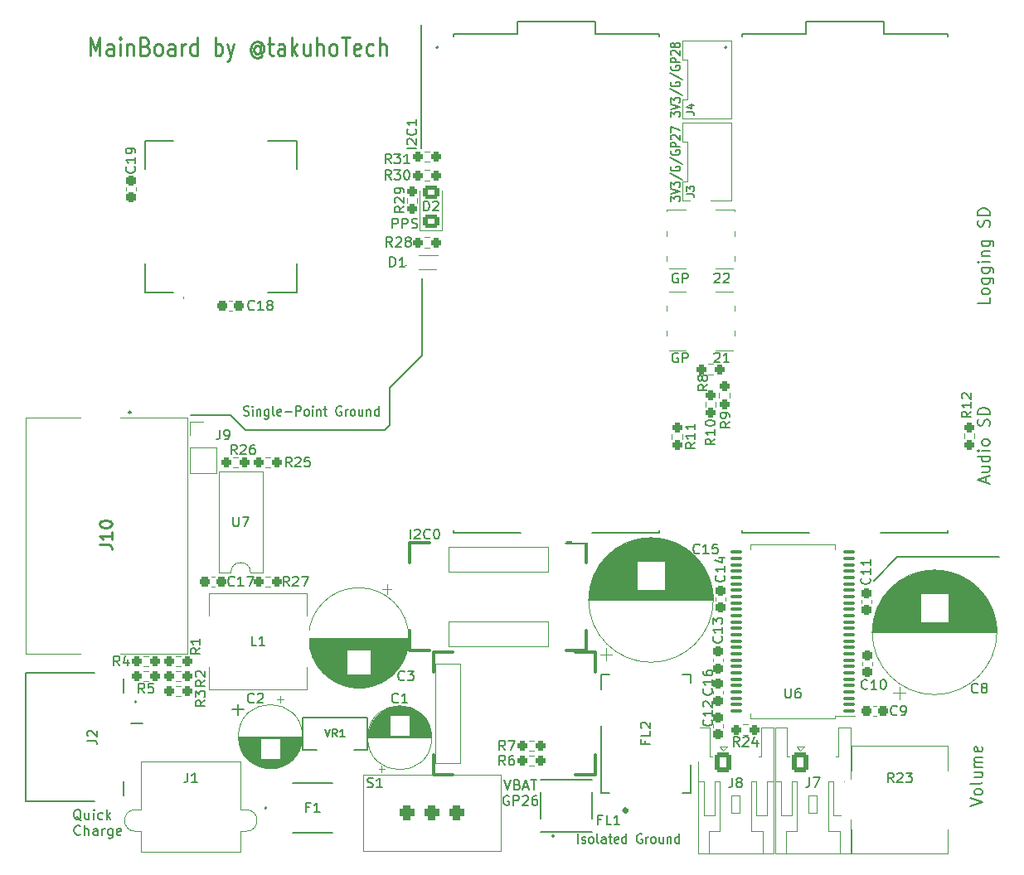
<source format=gto>
G04 #@! TF.GenerationSoftware,KiCad,Pcbnew,(6.0.9)*
G04 #@! TF.CreationDate,2023-04-01T11:17:41+09:00*
G04 #@! TF.ProjectId,MainBoard,4d61696e-426f-4617-9264-2e6b69636164,rev?*
G04 #@! TF.SameCoordinates,Original*
G04 #@! TF.FileFunction,Legend,Top*
G04 #@! TF.FilePolarity,Positive*
%FSLAX46Y46*%
G04 Gerber Fmt 4.6, Leading zero omitted, Abs format (unit mm)*
G04 Created by KiCad (PCBNEW (6.0.9)) date 2023-04-01 11:17:41*
%MOMM*%
%LPD*%
G01*
G04 APERTURE LIST*
G04 Aperture macros list*
%AMRoundRect*
0 Rectangle with rounded corners*
0 $1 Rounding radius*
0 $2 $3 $4 $5 $6 $7 $8 $9 X,Y pos of 4 corners*
0 Add a 4 corners polygon primitive as box body*
4,1,4,$2,$3,$4,$5,$6,$7,$8,$9,$2,$3,0*
0 Add four circle primitives for the rounded corners*
1,1,$1+$1,$2,$3*
1,1,$1+$1,$4,$5*
1,1,$1+$1,$6,$7*
1,1,$1+$1,$8,$9*
0 Add four rect primitives between the rounded corners*
20,1,$1+$1,$2,$3,$4,$5,0*
20,1,$1+$1,$4,$5,$6,$7,0*
20,1,$1+$1,$6,$7,$8,$9,0*
20,1,$1+$1,$8,$9,$2,$3,0*%
G04 Aperture macros list end*
%ADD10C,0.150000*%
%ADD11C,0.240000*%
%ADD12C,0.180000*%
%ADD13C,0.254000*%
%ADD14C,0.120000*%
%ADD15C,0.100000*%
%ADD16C,0.200000*%
%ADD17C,0.300000*%
%ADD18C,0.127000*%
%ADD19C,0.500000*%
%ADD20C,0.203200*%
%ADD21C,0.010000*%
%ADD22C,0.000100*%
%ADD23RoundRect,0.237500X0.250000X0.237500X-0.250000X0.237500X-0.250000X-0.237500X0.250000X-0.237500X0*%
%ADD24R,1.308000X1.308000*%
%ADD25C,1.308000*%
%ADD26R,1.428000X1.428000*%
%ADD27C,1.428000*%
%ADD28O,2.216000X1.108000*%
%ADD29R,2.400000X2.400000*%
%ADD30C,2.400000*%
%ADD31RoundRect,0.237500X-0.250000X-0.237500X0.250000X-0.237500X0.250000X0.237500X-0.250000X0.237500X0*%
%ADD32C,2.000000*%
%ADD33C,1.500000*%
%ADD34RoundRect,0.237500X-0.300000X-0.237500X0.300000X-0.237500X0.300000X0.237500X-0.300000X0.237500X0*%
%ADD35RoundRect,0.100000X0.497950X0.100000X-0.497950X0.100000X-0.497950X-0.100000X0.497950X-0.100000X0*%
%ADD36R,4.800000X8.800000*%
%ADD37C,2.200000*%
%ADD38RoundRect,0.237500X0.237500X-0.300000X0.237500X0.300000X-0.237500X0.300000X-0.237500X-0.300000X0*%
%ADD39R,2.500000X2.162000*%
%ADD40R,1.638000X2.900000*%
%ADD41R,1.638000X7.900000*%
%ADD42R,2.000000X1.100000*%
%ADD43R,0.800000X1.100000*%
%ADD44R,1.219200X2.235200*%
%ADD45R,3.600000X2.200000*%
%ADD46R,2.600000X4.500000*%
%ADD47RoundRect,0.381000X-0.381000X-0.381000X0.381000X-0.381000X0.381000X0.381000X-0.381000X0.381000X0*%
%ADD48RoundRect,0.237500X0.237500X-0.250000X0.237500X0.250000X-0.237500X0.250000X-0.237500X-0.250000X0*%
%ADD49R,2.000000X2.000000*%
%ADD50R,1.600000X1.600000*%
%ADD51C,1.600000*%
%ADD52RoundRect,0.237500X-0.237500X0.250000X-0.237500X-0.250000X0.237500X-0.250000X0.237500X0.250000X0*%
%ADD53R,1.700000X1.700000*%
%ADD54O,1.700000X1.700000*%
%ADD55O,2.800000X2.000000*%
%ADD56RoundRect,0.250000X-0.600000X-0.725000X0.600000X-0.725000X0.600000X0.725000X-0.600000X0.725000X0*%
%ADD57O,1.700000X1.950000*%
%ADD58RoundRect,0.237500X-0.237500X0.300000X-0.237500X-0.300000X0.237500X-0.300000X0.237500X0.300000X0*%
%ADD59R,2.000000X5.300000*%
%ADD60RoundRect,0.250001X0.624999X-0.462499X0.624999X0.462499X-0.624999X0.462499X-0.624999X-0.462499X0*%
%ADD61C,1.400000*%
%ADD62R,3.500000X3.500000*%
%ADD63C,3.500000*%
%ADD64C,3.380000*%
%ADD65C,1.509000*%
%ADD66R,1.500000X1.800000*%
%ADD67R,1.800000X1.500000*%
%ADD68C,4.200000*%
%ADD69C,1.800000*%
%ADD70R,2.400000X1.600000*%
%ADD71O,2.400000X1.600000*%
%ADD72O,1.600000X2.400000*%
G04 APERTURE END LIST*
D10*
X104140000Y-99822000D02*
X107442000Y-96520000D01*
X166370000Y-117094000D02*
X155956000Y-117094000D01*
X89408000Y-104140000D02*
X103632000Y-104140000D01*
X104140000Y-103632000D02*
X104140000Y-99822000D01*
X155956000Y-117094000D02*
X153543000Y-119507000D01*
X87884000Y-102616000D02*
X89408000Y-104140000D01*
X107315000Y-62738000D02*
X107315000Y-75311000D01*
X83820000Y-102616000D02*
X87884000Y-102616000D01*
X103632000Y-104140000D02*
X104140000Y-103632000D01*
X107442000Y-96520000D02*
X107442000Y-88646000D01*
X123359714Y-146375380D02*
X123359714Y-145375380D01*
X123745428Y-146327761D02*
X123831142Y-146375380D01*
X124002571Y-146375380D01*
X124088285Y-146327761D01*
X124131142Y-146232523D01*
X124131142Y-146184904D01*
X124088285Y-146089666D01*
X124002571Y-146042047D01*
X123874000Y-146042047D01*
X123788285Y-145994428D01*
X123745428Y-145899190D01*
X123745428Y-145851571D01*
X123788285Y-145756333D01*
X123874000Y-145708714D01*
X124002571Y-145708714D01*
X124088285Y-145756333D01*
X124645428Y-146375380D02*
X124559714Y-146327761D01*
X124516857Y-146280142D01*
X124474000Y-146184904D01*
X124474000Y-145899190D01*
X124516857Y-145803952D01*
X124559714Y-145756333D01*
X124645428Y-145708714D01*
X124774000Y-145708714D01*
X124859714Y-145756333D01*
X124902571Y-145803952D01*
X124945428Y-145899190D01*
X124945428Y-146184904D01*
X124902571Y-146280142D01*
X124859714Y-146327761D01*
X124774000Y-146375380D01*
X124645428Y-146375380D01*
X125459714Y-146375380D02*
X125374000Y-146327761D01*
X125331142Y-146232523D01*
X125331142Y-145375380D01*
X126188285Y-146375380D02*
X126188285Y-145851571D01*
X126145428Y-145756333D01*
X126059714Y-145708714D01*
X125888285Y-145708714D01*
X125802571Y-145756333D01*
X126188285Y-146327761D02*
X126102571Y-146375380D01*
X125888285Y-146375380D01*
X125802571Y-146327761D01*
X125759714Y-146232523D01*
X125759714Y-146137285D01*
X125802571Y-146042047D01*
X125888285Y-145994428D01*
X126102571Y-145994428D01*
X126188285Y-145946809D01*
X126488285Y-145708714D02*
X126831142Y-145708714D01*
X126616857Y-145375380D02*
X126616857Y-146232523D01*
X126659714Y-146327761D01*
X126745428Y-146375380D01*
X126831142Y-146375380D01*
X127474000Y-146327761D02*
X127388285Y-146375380D01*
X127216857Y-146375380D01*
X127131142Y-146327761D01*
X127088285Y-146232523D01*
X127088285Y-145851571D01*
X127131142Y-145756333D01*
X127216857Y-145708714D01*
X127388285Y-145708714D01*
X127474000Y-145756333D01*
X127516857Y-145851571D01*
X127516857Y-145946809D01*
X127088285Y-146042047D01*
X128288285Y-146375380D02*
X128288285Y-145375380D01*
X128288285Y-146327761D02*
X128202571Y-146375380D01*
X128031142Y-146375380D01*
X127945428Y-146327761D01*
X127902571Y-146280142D01*
X127859714Y-146184904D01*
X127859714Y-145899190D01*
X127902571Y-145803952D01*
X127945428Y-145756333D01*
X128031142Y-145708714D01*
X128202571Y-145708714D01*
X128288285Y-145756333D01*
X129874000Y-145423000D02*
X129788285Y-145375380D01*
X129659714Y-145375380D01*
X129531142Y-145423000D01*
X129445428Y-145518238D01*
X129402571Y-145613476D01*
X129359714Y-145803952D01*
X129359714Y-145946809D01*
X129402571Y-146137285D01*
X129445428Y-146232523D01*
X129531142Y-146327761D01*
X129659714Y-146375380D01*
X129745428Y-146375380D01*
X129874000Y-146327761D01*
X129916857Y-146280142D01*
X129916857Y-145946809D01*
X129745428Y-145946809D01*
X130302571Y-146375380D02*
X130302571Y-145708714D01*
X130302571Y-145899190D02*
X130345428Y-145803952D01*
X130388285Y-145756333D01*
X130474000Y-145708714D01*
X130559714Y-145708714D01*
X130988285Y-146375380D02*
X130902571Y-146327761D01*
X130859714Y-146280142D01*
X130816857Y-146184904D01*
X130816857Y-145899190D01*
X130859714Y-145803952D01*
X130902571Y-145756333D01*
X130988285Y-145708714D01*
X131116857Y-145708714D01*
X131202571Y-145756333D01*
X131245428Y-145803952D01*
X131288285Y-145899190D01*
X131288285Y-146184904D01*
X131245428Y-146280142D01*
X131202571Y-146327761D01*
X131116857Y-146375380D01*
X130988285Y-146375380D01*
X132059714Y-145708714D02*
X132059714Y-146375380D01*
X131674000Y-145708714D02*
X131674000Y-146232523D01*
X131716857Y-146327761D01*
X131802571Y-146375380D01*
X131931142Y-146375380D01*
X132016857Y-146327761D01*
X132059714Y-146280142D01*
X132488285Y-145708714D02*
X132488285Y-146375380D01*
X132488285Y-145803952D02*
X132531142Y-145756333D01*
X132616857Y-145708714D01*
X132745428Y-145708714D01*
X132831142Y-145756333D01*
X132874000Y-145851571D01*
X132874000Y-146375380D01*
X133688285Y-146375380D02*
X133688285Y-145375380D01*
X133688285Y-146327761D02*
X133602571Y-146375380D01*
X133431142Y-146375380D01*
X133345428Y-146327761D01*
X133302571Y-146280142D01*
X133259714Y-146184904D01*
X133259714Y-145899190D01*
X133302571Y-145803952D01*
X133345428Y-145756333D01*
X133431142Y-145708714D01*
X133602571Y-145708714D01*
X133688285Y-145756333D01*
D11*
X73538857Y-65838285D02*
X73538857Y-64038285D01*
X74038857Y-65324000D01*
X74538857Y-64038285D01*
X74538857Y-65838285D01*
X75896000Y-65838285D02*
X75896000Y-64895428D01*
X75824571Y-64724000D01*
X75681714Y-64638285D01*
X75396000Y-64638285D01*
X75253142Y-64724000D01*
X75896000Y-65752571D02*
X75753142Y-65838285D01*
X75396000Y-65838285D01*
X75253142Y-65752571D01*
X75181714Y-65581142D01*
X75181714Y-65409714D01*
X75253142Y-65238285D01*
X75396000Y-65152571D01*
X75753142Y-65152571D01*
X75896000Y-65066857D01*
X76610285Y-65838285D02*
X76610285Y-64638285D01*
X76610285Y-64038285D02*
X76538857Y-64124000D01*
X76610285Y-64209714D01*
X76681714Y-64124000D01*
X76610285Y-64038285D01*
X76610285Y-64209714D01*
X77324571Y-64638285D02*
X77324571Y-65838285D01*
X77324571Y-64809714D02*
X77396000Y-64724000D01*
X77538857Y-64638285D01*
X77753142Y-64638285D01*
X77896000Y-64724000D01*
X77967428Y-64895428D01*
X77967428Y-65838285D01*
X79181714Y-64895428D02*
X79396000Y-64981142D01*
X79467428Y-65066857D01*
X79538857Y-65238285D01*
X79538857Y-65495428D01*
X79467428Y-65666857D01*
X79396000Y-65752571D01*
X79253142Y-65838285D01*
X78681714Y-65838285D01*
X78681714Y-64038285D01*
X79181714Y-64038285D01*
X79324571Y-64124000D01*
X79396000Y-64209714D01*
X79467428Y-64381142D01*
X79467428Y-64552571D01*
X79396000Y-64724000D01*
X79324571Y-64809714D01*
X79181714Y-64895428D01*
X78681714Y-64895428D01*
X80396000Y-65838285D02*
X80253142Y-65752571D01*
X80181714Y-65666857D01*
X80110285Y-65495428D01*
X80110285Y-64981142D01*
X80181714Y-64809714D01*
X80253142Y-64724000D01*
X80396000Y-64638285D01*
X80610285Y-64638285D01*
X80753142Y-64724000D01*
X80824571Y-64809714D01*
X80896000Y-64981142D01*
X80896000Y-65495428D01*
X80824571Y-65666857D01*
X80753142Y-65752571D01*
X80610285Y-65838285D01*
X80396000Y-65838285D01*
X82181714Y-65838285D02*
X82181714Y-64895428D01*
X82110285Y-64724000D01*
X81967428Y-64638285D01*
X81681714Y-64638285D01*
X81538857Y-64724000D01*
X82181714Y-65752571D02*
X82038857Y-65838285D01*
X81681714Y-65838285D01*
X81538857Y-65752571D01*
X81467428Y-65581142D01*
X81467428Y-65409714D01*
X81538857Y-65238285D01*
X81681714Y-65152571D01*
X82038857Y-65152571D01*
X82181714Y-65066857D01*
X82896000Y-65838285D02*
X82896000Y-64638285D01*
X82896000Y-64981142D02*
X82967428Y-64809714D01*
X83038857Y-64724000D01*
X83181714Y-64638285D01*
X83324571Y-64638285D01*
X84467428Y-65838285D02*
X84467428Y-64038285D01*
X84467428Y-65752571D02*
X84324571Y-65838285D01*
X84038857Y-65838285D01*
X83896000Y-65752571D01*
X83824571Y-65666857D01*
X83753142Y-65495428D01*
X83753142Y-64981142D01*
X83824571Y-64809714D01*
X83896000Y-64724000D01*
X84038857Y-64638285D01*
X84324571Y-64638285D01*
X84467428Y-64724000D01*
X86324571Y-65838285D02*
X86324571Y-64038285D01*
X86324571Y-64724000D02*
X86467428Y-64638285D01*
X86753142Y-64638285D01*
X86896000Y-64724000D01*
X86967428Y-64809714D01*
X87038857Y-64981142D01*
X87038857Y-65495428D01*
X86967428Y-65666857D01*
X86896000Y-65752571D01*
X86753142Y-65838285D01*
X86467428Y-65838285D01*
X86324571Y-65752571D01*
X87538857Y-64638285D02*
X87896000Y-65838285D01*
X88253142Y-64638285D02*
X87896000Y-65838285D01*
X87753142Y-66266857D01*
X87681714Y-66352571D01*
X87538857Y-66438285D01*
X90896000Y-64981142D02*
X90824571Y-64895428D01*
X90681714Y-64809714D01*
X90538857Y-64809714D01*
X90396000Y-64895428D01*
X90324571Y-64981142D01*
X90253142Y-65152571D01*
X90253142Y-65324000D01*
X90324571Y-65495428D01*
X90396000Y-65581142D01*
X90538857Y-65666857D01*
X90681714Y-65666857D01*
X90824571Y-65581142D01*
X90896000Y-65495428D01*
X90896000Y-64809714D02*
X90896000Y-65495428D01*
X90967428Y-65581142D01*
X91038857Y-65581142D01*
X91181714Y-65495428D01*
X91253142Y-65324000D01*
X91253142Y-64895428D01*
X91110285Y-64638285D01*
X90896000Y-64466857D01*
X90610285Y-64381142D01*
X90324571Y-64466857D01*
X90110285Y-64638285D01*
X89967428Y-64895428D01*
X89896000Y-65238285D01*
X89967428Y-65581142D01*
X90110285Y-65838285D01*
X90324571Y-66009714D01*
X90610285Y-66095428D01*
X90896000Y-66009714D01*
X91110285Y-65838285D01*
X91681714Y-64638285D02*
X92253142Y-64638285D01*
X91896000Y-64038285D02*
X91896000Y-65581142D01*
X91967428Y-65752571D01*
X92110285Y-65838285D01*
X92253142Y-65838285D01*
X93396000Y-65838285D02*
X93396000Y-64895428D01*
X93324571Y-64724000D01*
X93181714Y-64638285D01*
X92896000Y-64638285D01*
X92753142Y-64724000D01*
X93396000Y-65752571D02*
X93253142Y-65838285D01*
X92896000Y-65838285D01*
X92753142Y-65752571D01*
X92681714Y-65581142D01*
X92681714Y-65409714D01*
X92753142Y-65238285D01*
X92896000Y-65152571D01*
X93253142Y-65152571D01*
X93396000Y-65066857D01*
X94110285Y-65838285D02*
X94110285Y-64038285D01*
X94253142Y-65152571D02*
X94681714Y-65838285D01*
X94681714Y-64638285D02*
X94110285Y-65324000D01*
X95967428Y-64638285D02*
X95967428Y-65838285D01*
X95324571Y-64638285D02*
X95324571Y-65581142D01*
X95396000Y-65752571D01*
X95538857Y-65838285D01*
X95753142Y-65838285D01*
X95896000Y-65752571D01*
X95967428Y-65666857D01*
X96681714Y-65838285D02*
X96681714Y-64038285D01*
X97324571Y-65838285D02*
X97324571Y-64895428D01*
X97253142Y-64724000D01*
X97110285Y-64638285D01*
X96896000Y-64638285D01*
X96753142Y-64724000D01*
X96681714Y-64809714D01*
X98253142Y-65838285D02*
X98110285Y-65752571D01*
X98038857Y-65666857D01*
X97967428Y-65495428D01*
X97967428Y-64981142D01*
X98038857Y-64809714D01*
X98110285Y-64724000D01*
X98253142Y-64638285D01*
X98467428Y-64638285D01*
X98610285Y-64724000D01*
X98681714Y-64809714D01*
X98753142Y-64981142D01*
X98753142Y-65495428D01*
X98681714Y-65666857D01*
X98610285Y-65752571D01*
X98467428Y-65838285D01*
X98253142Y-65838285D01*
X99181714Y-64038285D02*
X100038857Y-64038285D01*
X99610285Y-65838285D02*
X99610285Y-64038285D01*
X101110285Y-65752571D02*
X100967428Y-65838285D01*
X100681714Y-65838285D01*
X100538857Y-65752571D01*
X100467428Y-65581142D01*
X100467428Y-64895428D01*
X100538857Y-64724000D01*
X100681714Y-64638285D01*
X100967428Y-64638285D01*
X101110285Y-64724000D01*
X101181714Y-64895428D01*
X101181714Y-65066857D01*
X100467428Y-65238285D01*
X102467428Y-65752571D02*
X102324571Y-65838285D01*
X102038857Y-65838285D01*
X101896000Y-65752571D01*
X101824571Y-65666857D01*
X101753142Y-65495428D01*
X101753142Y-64981142D01*
X101824571Y-64809714D01*
X101896000Y-64724000D01*
X102038857Y-64638285D01*
X102324571Y-64638285D01*
X102467428Y-64724000D01*
X103110285Y-65838285D02*
X103110285Y-64038285D01*
X103753142Y-65838285D02*
X103753142Y-64895428D01*
X103681714Y-64724000D01*
X103538857Y-64638285D01*
X103324571Y-64638285D01*
X103181714Y-64724000D01*
X103110285Y-64809714D01*
D10*
X133556666Y-96274000D02*
X133461428Y-96226380D01*
X133318571Y-96226380D01*
X133175714Y-96274000D01*
X133080476Y-96369238D01*
X133032857Y-96464476D01*
X132985238Y-96654952D01*
X132985238Y-96797809D01*
X133032857Y-96988285D01*
X133080476Y-97083523D01*
X133175714Y-97178761D01*
X133318571Y-97226380D01*
X133413809Y-97226380D01*
X133556666Y-97178761D01*
X133604285Y-97131142D01*
X133604285Y-96797809D01*
X133413809Y-96797809D01*
X134032857Y-97226380D02*
X134032857Y-96226380D01*
X134413809Y-96226380D01*
X134509047Y-96274000D01*
X134556666Y-96321619D01*
X134604285Y-96416857D01*
X134604285Y-96559714D01*
X134556666Y-96654952D01*
X134509047Y-96702571D01*
X134413809Y-96750190D01*
X134032857Y-96750190D01*
X137270952Y-96321619D02*
X137318571Y-96274000D01*
X137413809Y-96226380D01*
X137651904Y-96226380D01*
X137747142Y-96274000D01*
X137794761Y-96321619D01*
X137842380Y-96416857D01*
X137842380Y-96512095D01*
X137794761Y-96654952D01*
X137223333Y-97226380D01*
X137842380Y-97226380D01*
X138794761Y-97226380D02*
X138223333Y-97226380D01*
X138509047Y-97226380D02*
X138509047Y-96226380D01*
X138413809Y-96369238D01*
X138318571Y-96464476D01*
X138223333Y-96512095D01*
X132802380Y-80752476D02*
X132802380Y-80257238D01*
X133183333Y-80523904D01*
X133183333Y-80409619D01*
X133230952Y-80333428D01*
X133278571Y-80295333D01*
X133373809Y-80257238D01*
X133611904Y-80257238D01*
X133707142Y-80295333D01*
X133754761Y-80333428D01*
X133802380Y-80409619D01*
X133802380Y-80638190D01*
X133754761Y-80714380D01*
X133707142Y-80752476D01*
X132802380Y-80028666D02*
X133802380Y-79762000D01*
X132802380Y-79495333D01*
X132802380Y-79304857D02*
X132802380Y-78809619D01*
X133183333Y-79076285D01*
X133183333Y-78962000D01*
X133230952Y-78885809D01*
X133278571Y-78847714D01*
X133373809Y-78809619D01*
X133611904Y-78809619D01*
X133707142Y-78847714D01*
X133754761Y-78885809D01*
X133802380Y-78962000D01*
X133802380Y-79190571D01*
X133754761Y-79266761D01*
X133707142Y-79304857D01*
X132754761Y-77895333D02*
X134040476Y-78581047D01*
X132850000Y-77209619D02*
X132802380Y-77285809D01*
X132802380Y-77400095D01*
X132850000Y-77514380D01*
X132945238Y-77590571D01*
X133040476Y-77628666D01*
X133230952Y-77666761D01*
X133373809Y-77666761D01*
X133564285Y-77628666D01*
X133659523Y-77590571D01*
X133754761Y-77514380D01*
X133802380Y-77400095D01*
X133802380Y-77323904D01*
X133754761Y-77209619D01*
X133707142Y-77171523D01*
X133373809Y-77171523D01*
X133373809Y-77323904D01*
X132754761Y-76257238D02*
X134040476Y-76942952D01*
X132850000Y-75571523D02*
X132802380Y-75647714D01*
X132802380Y-75762000D01*
X132850000Y-75876285D01*
X132945238Y-75952476D01*
X133040476Y-75990571D01*
X133230952Y-76028666D01*
X133373809Y-76028666D01*
X133564285Y-75990571D01*
X133659523Y-75952476D01*
X133754761Y-75876285D01*
X133802380Y-75762000D01*
X133802380Y-75685809D01*
X133754761Y-75571523D01*
X133707142Y-75533428D01*
X133373809Y-75533428D01*
X133373809Y-75685809D01*
X133802380Y-75190571D02*
X132802380Y-75190571D01*
X132802380Y-74885809D01*
X132850000Y-74809619D01*
X132897619Y-74771523D01*
X132992857Y-74733428D01*
X133135714Y-74733428D01*
X133230952Y-74771523D01*
X133278571Y-74809619D01*
X133326190Y-74885809D01*
X133326190Y-75190571D01*
X132897619Y-74428666D02*
X132850000Y-74390571D01*
X132802380Y-74314380D01*
X132802380Y-74123904D01*
X132850000Y-74047714D01*
X132897619Y-74009619D01*
X132992857Y-73971523D01*
X133088095Y-73971523D01*
X133230952Y-74009619D01*
X133802380Y-74466761D01*
X133802380Y-73971523D01*
X132802380Y-73704857D02*
X132802380Y-73171523D01*
X133802380Y-73514380D01*
X115832142Y-139871380D02*
X116165476Y-140871380D01*
X116498809Y-139871380D01*
X117165476Y-140347571D02*
X117308333Y-140395190D01*
X117355952Y-140442809D01*
X117403571Y-140538047D01*
X117403571Y-140680904D01*
X117355952Y-140776142D01*
X117308333Y-140823761D01*
X117213095Y-140871380D01*
X116832142Y-140871380D01*
X116832142Y-139871380D01*
X117165476Y-139871380D01*
X117260714Y-139919000D01*
X117308333Y-139966619D01*
X117355952Y-140061857D01*
X117355952Y-140157095D01*
X117308333Y-140252333D01*
X117260714Y-140299952D01*
X117165476Y-140347571D01*
X116832142Y-140347571D01*
X117784523Y-140585666D02*
X118260714Y-140585666D01*
X117689285Y-140871380D02*
X118022619Y-139871380D01*
X118355952Y-140871380D01*
X118546428Y-139871380D02*
X119117857Y-139871380D01*
X118832142Y-140871380D02*
X118832142Y-139871380D01*
X116284523Y-141529000D02*
X116189285Y-141481380D01*
X116046428Y-141481380D01*
X115903571Y-141529000D01*
X115808333Y-141624238D01*
X115760714Y-141719476D01*
X115713095Y-141909952D01*
X115713095Y-142052809D01*
X115760714Y-142243285D01*
X115808333Y-142338523D01*
X115903571Y-142433761D01*
X116046428Y-142481380D01*
X116141666Y-142481380D01*
X116284523Y-142433761D01*
X116332142Y-142386142D01*
X116332142Y-142052809D01*
X116141666Y-142052809D01*
X116760714Y-142481380D02*
X116760714Y-141481380D01*
X117141666Y-141481380D01*
X117236904Y-141529000D01*
X117284523Y-141576619D01*
X117332142Y-141671857D01*
X117332142Y-141814714D01*
X117284523Y-141909952D01*
X117236904Y-141957571D01*
X117141666Y-142005190D01*
X116760714Y-142005190D01*
X117713095Y-141576619D02*
X117760714Y-141529000D01*
X117855952Y-141481380D01*
X118094047Y-141481380D01*
X118189285Y-141529000D01*
X118236904Y-141576619D01*
X118284523Y-141671857D01*
X118284523Y-141767095D01*
X118236904Y-141909952D01*
X117665476Y-142481380D01*
X118284523Y-142481380D01*
X119141666Y-141481380D02*
X118951190Y-141481380D01*
X118855952Y-141529000D01*
X118808333Y-141576619D01*
X118713095Y-141719476D01*
X118665476Y-141909952D01*
X118665476Y-142290904D01*
X118713095Y-142386142D01*
X118760714Y-142433761D01*
X118855952Y-142481380D01*
X119046428Y-142481380D01*
X119141666Y-142433761D01*
X119189285Y-142386142D01*
X119236904Y-142290904D01*
X119236904Y-142052809D01*
X119189285Y-141957571D01*
X119141666Y-141909952D01*
X119046428Y-141862333D01*
X118855952Y-141862333D01*
X118760714Y-141909952D01*
X118713095Y-141957571D01*
X118665476Y-142052809D01*
D12*
X165388857Y-90617142D02*
X165388857Y-91188571D01*
X164188857Y-91188571D01*
X165388857Y-90045714D02*
X165331714Y-90160000D01*
X165274571Y-90217142D01*
X165160285Y-90274285D01*
X164817428Y-90274285D01*
X164703142Y-90217142D01*
X164646000Y-90160000D01*
X164588857Y-90045714D01*
X164588857Y-89874285D01*
X164646000Y-89760000D01*
X164703142Y-89702857D01*
X164817428Y-89645714D01*
X165160285Y-89645714D01*
X165274571Y-89702857D01*
X165331714Y-89760000D01*
X165388857Y-89874285D01*
X165388857Y-90045714D01*
X164588857Y-88617142D02*
X165560285Y-88617142D01*
X165674571Y-88674285D01*
X165731714Y-88731428D01*
X165788857Y-88845714D01*
X165788857Y-89017142D01*
X165731714Y-89131428D01*
X165331714Y-88617142D02*
X165388857Y-88731428D01*
X165388857Y-88960000D01*
X165331714Y-89074285D01*
X165274571Y-89131428D01*
X165160285Y-89188571D01*
X164817428Y-89188571D01*
X164703142Y-89131428D01*
X164646000Y-89074285D01*
X164588857Y-88960000D01*
X164588857Y-88731428D01*
X164646000Y-88617142D01*
X164588857Y-87531428D02*
X165560285Y-87531428D01*
X165674571Y-87588571D01*
X165731714Y-87645714D01*
X165788857Y-87760000D01*
X165788857Y-87931428D01*
X165731714Y-88045714D01*
X165331714Y-87531428D02*
X165388857Y-87645714D01*
X165388857Y-87874285D01*
X165331714Y-87988571D01*
X165274571Y-88045714D01*
X165160285Y-88102857D01*
X164817428Y-88102857D01*
X164703142Y-88045714D01*
X164646000Y-87988571D01*
X164588857Y-87874285D01*
X164588857Y-87645714D01*
X164646000Y-87531428D01*
X165388857Y-86960000D02*
X164588857Y-86960000D01*
X164188857Y-86960000D02*
X164246000Y-87017142D01*
X164303142Y-86960000D01*
X164246000Y-86902857D01*
X164188857Y-86960000D01*
X164303142Y-86960000D01*
X164588857Y-86388571D02*
X165388857Y-86388571D01*
X164703142Y-86388571D02*
X164646000Y-86331428D01*
X164588857Y-86217142D01*
X164588857Y-86045714D01*
X164646000Y-85931428D01*
X164760285Y-85874285D01*
X165388857Y-85874285D01*
X164588857Y-84788571D02*
X165560285Y-84788571D01*
X165674571Y-84845714D01*
X165731714Y-84902857D01*
X165788857Y-85017142D01*
X165788857Y-85188571D01*
X165731714Y-85302857D01*
X165331714Y-84788571D02*
X165388857Y-84902857D01*
X165388857Y-85131428D01*
X165331714Y-85245714D01*
X165274571Y-85302857D01*
X165160285Y-85360000D01*
X164817428Y-85360000D01*
X164703142Y-85302857D01*
X164646000Y-85245714D01*
X164588857Y-85131428D01*
X164588857Y-84902857D01*
X164646000Y-84788571D01*
X165331714Y-83360000D02*
X165388857Y-83188571D01*
X165388857Y-82902857D01*
X165331714Y-82788571D01*
X165274571Y-82731428D01*
X165160285Y-82674285D01*
X165046000Y-82674285D01*
X164931714Y-82731428D01*
X164874571Y-82788571D01*
X164817428Y-82902857D01*
X164760285Y-83131428D01*
X164703142Y-83245714D01*
X164646000Y-83302857D01*
X164531714Y-83360000D01*
X164417428Y-83360000D01*
X164303142Y-83302857D01*
X164246000Y-83245714D01*
X164188857Y-83131428D01*
X164188857Y-82845714D01*
X164246000Y-82674285D01*
X165388857Y-82160000D02*
X164188857Y-82160000D01*
X164188857Y-81874285D01*
X164246000Y-81702857D01*
X164360285Y-81588571D01*
X164474571Y-81531428D01*
X164703142Y-81474285D01*
X164874571Y-81474285D01*
X165103142Y-81531428D01*
X165217428Y-81588571D01*
X165331714Y-81702857D01*
X165388857Y-81874285D01*
X165388857Y-82160000D01*
D10*
X72630261Y-144014619D02*
X72535023Y-143967000D01*
X72439785Y-143871761D01*
X72296928Y-143728904D01*
X72201690Y-143681285D01*
X72106452Y-143681285D01*
X72154071Y-143919380D02*
X72058833Y-143871761D01*
X71963595Y-143776523D01*
X71915976Y-143586047D01*
X71915976Y-143252714D01*
X71963595Y-143062238D01*
X72058833Y-142967000D01*
X72154071Y-142919380D01*
X72344547Y-142919380D01*
X72439785Y-142967000D01*
X72535023Y-143062238D01*
X72582642Y-143252714D01*
X72582642Y-143586047D01*
X72535023Y-143776523D01*
X72439785Y-143871761D01*
X72344547Y-143919380D01*
X72154071Y-143919380D01*
X73439785Y-143252714D02*
X73439785Y-143919380D01*
X73011214Y-143252714D02*
X73011214Y-143776523D01*
X73058833Y-143871761D01*
X73154071Y-143919380D01*
X73296928Y-143919380D01*
X73392166Y-143871761D01*
X73439785Y-143824142D01*
X73915976Y-143919380D02*
X73915976Y-143252714D01*
X73915976Y-142919380D02*
X73868357Y-142967000D01*
X73915976Y-143014619D01*
X73963595Y-142967000D01*
X73915976Y-142919380D01*
X73915976Y-143014619D01*
X74820738Y-143871761D02*
X74725500Y-143919380D01*
X74535023Y-143919380D01*
X74439785Y-143871761D01*
X74392166Y-143824142D01*
X74344547Y-143728904D01*
X74344547Y-143443190D01*
X74392166Y-143347952D01*
X74439785Y-143300333D01*
X74535023Y-143252714D01*
X74725500Y-143252714D01*
X74820738Y-143300333D01*
X75249309Y-143919380D02*
X75249309Y-142919380D01*
X75344547Y-143538428D02*
X75630261Y-143919380D01*
X75630261Y-143252714D02*
X75249309Y-143633666D01*
X72535023Y-145434142D02*
X72487404Y-145481761D01*
X72344547Y-145529380D01*
X72249309Y-145529380D01*
X72106452Y-145481761D01*
X72011214Y-145386523D01*
X71963595Y-145291285D01*
X71915976Y-145100809D01*
X71915976Y-144957952D01*
X71963595Y-144767476D01*
X72011214Y-144672238D01*
X72106452Y-144577000D01*
X72249309Y-144529380D01*
X72344547Y-144529380D01*
X72487404Y-144577000D01*
X72535023Y-144624619D01*
X72963595Y-145529380D02*
X72963595Y-144529380D01*
X73392166Y-145529380D02*
X73392166Y-145005571D01*
X73344547Y-144910333D01*
X73249309Y-144862714D01*
X73106452Y-144862714D01*
X73011214Y-144910333D01*
X72963595Y-144957952D01*
X74296928Y-145529380D02*
X74296928Y-145005571D01*
X74249309Y-144910333D01*
X74154071Y-144862714D01*
X73963595Y-144862714D01*
X73868357Y-144910333D01*
X74296928Y-145481761D02*
X74201690Y-145529380D01*
X73963595Y-145529380D01*
X73868357Y-145481761D01*
X73820738Y-145386523D01*
X73820738Y-145291285D01*
X73868357Y-145196047D01*
X73963595Y-145148428D01*
X74201690Y-145148428D01*
X74296928Y-145100809D01*
X74773119Y-145529380D02*
X74773119Y-144862714D01*
X74773119Y-145053190D02*
X74820738Y-144957952D01*
X74868357Y-144910333D01*
X74963595Y-144862714D01*
X75058833Y-144862714D01*
X75820738Y-144862714D02*
X75820738Y-145672238D01*
X75773119Y-145767476D01*
X75725500Y-145815095D01*
X75630261Y-145862714D01*
X75487404Y-145862714D01*
X75392166Y-145815095D01*
X75820738Y-145481761D02*
X75725500Y-145529380D01*
X75535023Y-145529380D01*
X75439785Y-145481761D01*
X75392166Y-145434142D01*
X75344547Y-145338904D01*
X75344547Y-145053190D01*
X75392166Y-144957952D01*
X75439785Y-144910333D01*
X75535023Y-144862714D01*
X75725500Y-144862714D01*
X75820738Y-144910333D01*
X76677880Y-145481761D02*
X76582642Y-145529380D01*
X76392166Y-145529380D01*
X76296928Y-145481761D01*
X76249309Y-145386523D01*
X76249309Y-145005571D01*
X76296928Y-144910333D01*
X76392166Y-144862714D01*
X76582642Y-144862714D01*
X76677880Y-144910333D01*
X76725500Y-145005571D01*
X76725500Y-145100809D01*
X76249309Y-145196047D01*
X133556666Y-88146000D02*
X133461428Y-88098380D01*
X133318571Y-88098380D01*
X133175714Y-88146000D01*
X133080476Y-88241238D01*
X133032857Y-88336476D01*
X132985238Y-88526952D01*
X132985238Y-88669809D01*
X133032857Y-88860285D01*
X133080476Y-88955523D01*
X133175714Y-89050761D01*
X133318571Y-89098380D01*
X133413809Y-89098380D01*
X133556666Y-89050761D01*
X133604285Y-89003142D01*
X133604285Y-88669809D01*
X133413809Y-88669809D01*
X134032857Y-89098380D02*
X134032857Y-88098380D01*
X134413809Y-88098380D01*
X134509047Y-88146000D01*
X134556666Y-88193619D01*
X134604285Y-88288857D01*
X134604285Y-88431714D01*
X134556666Y-88526952D01*
X134509047Y-88574571D01*
X134413809Y-88622190D01*
X134032857Y-88622190D01*
X137270952Y-88193619D02*
X137318571Y-88146000D01*
X137413809Y-88098380D01*
X137651904Y-88098380D01*
X137747142Y-88146000D01*
X137794761Y-88193619D01*
X137842380Y-88288857D01*
X137842380Y-88384095D01*
X137794761Y-88526952D01*
X137223333Y-89098380D01*
X137842380Y-89098380D01*
X138223333Y-88193619D02*
X138270952Y-88146000D01*
X138366190Y-88098380D01*
X138604285Y-88098380D01*
X138699523Y-88146000D01*
X138747142Y-88193619D01*
X138794761Y-88288857D01*
X138794761Y-88384095D01*
X138747142Y-88526952D01*
X138175714Y-89098380D01*
X138794761Y-89098380D01*
D12*
X163426857Y-142560285D02*
X164626857Y-142160285D01*
X163426857Y-141760285D01*
X164626857Y-141188857D02*
X164569714Y-141303142D01*
X164512571Y-141360285D01*
X164398285Y-141417428D01*
X164055428Y-141417428D01*
X163941142Y-141360285D01*
X163884000Y-141303142D01*
X163826857Y-141188857D01*
X163826857Y-141017428D01*
X163884000Y-140903142D01*
X163941142Y-140846000D01*
X164055428Y-140788857D01*
X164398285Y-140788857D01*
X164512571Y-140846000D01*
X164569714Y-140903142D01*
X164626857Y-141017428D01*
X164626857Y-141188857D01*
X164626857Y-140103142D02*
X164569714Y-140217428D01*
X164455428Y-140274571D01*
X163426857Y-140274571D01*
X163826857Y-139131714D02*
X164626857Y-139131714D01*
X163826857Y-139646000D02*
X164455428Y-139646000D01*
X164569714Y-139588857D01*
X164626857Y-139474571D01*
X164626857Y-139303142D01*
X164569714Y-139188857D01*
X164512571Y-139131714D01*
X164626857Y-138560285D02*
X163826857Y-138560285D01*
X163941142Y-138560285D02*
X163884000Y-138503142D01*
X163826857Y-138388857D01*
X163826857Y-138217428D01*
X163884000Y-138103142D01*
X163998285Y-138046000D01*
X164626857Y-138046000D01*
X163998285Y-138046000D02*
X163884000Y-137988857D01*
X163826857Y-137874571D01*
X163826857Y-137703142D01*
X163884000Y-137588857D01*
X163998285Y-137531714D01*
X164626857Y-137531714D01*
X164569714Y-136503142D02*
X164626857Y-136617428D01*
X164626857Y-136846000D01*
X164569714Y-136960285D01*
X164455428Y-137017428D01*
X163998285Y-137017428D01*
X163884000Y-136960285D01*
X163826857Y-136846000D01*
X163826857Y-136617428D01*
X163884000Y-136503142D01*
X163998285Y-136446000D01*
X164112571Y-136446000D01*
X164226857Y-137017428D01*
D10*
X106878380Y-75366380D02*
X105878380Y-75366380D01*
X105973619Y-74937809D02*
X105926000Y-74890190D01*
X105878380Y-74794952D01*
X105878380Y-74556857D01*
X105926000Y-74461619D01*
X105973619Y-74414000D01*
X106068857Y-74366380D01*
X106164095Y-74366380D01*
X106306952Y-74414000D01*
X106878380Y-74985428D01*
X106878380Y-74366380D01*
X106783142Y-73366380D02*
X106830761Y-73414000D01*
X106878380Y-73556857D01*
X106878380Y-73652095D01*
X106830761Y-73794952D01*
X106735523Y-73890190D01*
X106640285Y-73937809D01*
X106449809Y-73985428D01*
X106306952Y-73985428D01*
X106116476Y-73937809D01*
X106021238Y-73890190D01*
X105926000Y-73794952D01*
X105878380Y-73652095D01*
X105878380Y-73556857D01*
X105926000Y-73414000D01*
X105973619Y-73366380D01*
X106878380Y-72414000D02*
X106878380Y-72985428D01*
X106878380Y-72699714D02*
X105878380Y-72699714D01*
X106021238Y-72794952D01*
X106116476Y-72890190D01*
X106164095Y-72985428D01*
X104425904Y-83510380D02*
X104425904Y-82510380D01*
X104806857Y-82510380D01*
X104902095Y-82558000D01*
X104949714Y-82605619D01*
X104997333Y-82700857D01*
X104997333Y-82843714D01*
X104949714Y-82938952D01*
X104902095Y-82986571D01*
X104806857Y-83034190D01*
X104425904Y-83034190D01*
X105425904Y-83510380D02*
X105425904Y-82510380D01*
X105806857Y-82510380D01*
X105902095Y-82558000D01*
X105949714Y-82605619D01*
X105997333Y-82700857D01*
X105997333Y-82843714D01*
X105949714Y-82938952D01*
X105902095Y-82986571D01*
X105806857Y-83034190D01*
X105425904Y-83034190D01*
X106378285Y-83462761D02*
X106521142Y-83510380D01*
X106759238Y-83510380D01*
X106854476Y-83462761D01*
X106902095Y-83415142D01*
X106949714Y-83319904D01*
X106949714Y-83224666D01*
X106902095Y-83129428D01*
X106854476Y-83081809D01*
X106759238Y-83034190D01*
X106568761Y-82986571D01*
X106473523Y-82938952D01*
X106425904Y-82891333D01*
X106378285Y-82796095D01*
X106378285Y-82700857D01*
X106425904Y-82605619D01*
X106473523Y-82558000D01*
X106568761Y-82510380D01*
X106806857Y-82510380D01*
X106949714Y-82558000D01*
D12*
X165046000Y-109492571D02*
X165046000Y-108921142D01*
X165388857Y-109606857D02*
X164188857Y-109206857D01*
X165388857Y-108806857D01*
X164588857Y-107892571D02*
X165388857Y-107892571D01*
X164588857Y-108406857D02*
X165217428Y-108406857D01*
X165331714Y-108349714D01*
X165388857Y-108235428D01*
X165388857Y-108064000D01*
X165331714Y-107949714D01*
X165274571Y-107892571D01*
X165388857Y-106806857D02*
X164188857Y-106806857D01*
X165331714Y-106806857D02*
X165388857Y-106921142D01*
X165388857Y-107149714D01*
X165331714Y-107264000D01*
X165274571Y-107321142D01*
X165160285Y-107378285D01*
X164817428Y-107378285D01*
X164703142Y-107321142D01*
X164646000Y-107264000D01*
X164588857Y-107149714D01*
X164588857Y-106921142D01*
X164646000Y-106806857D01*
X165388857Y-106235428D02*
X164588857Y-106235428D01*
X164188857Y-106235428D02*
X164246000Y-106292571D01*
X164303142Y-106235428D01*
X164246000Y-106178285D01*
X164188857Y-106235428D01*
X164303142Y-106235428D01*
X165388857Y-105492571D02*
X165331714Y-105606857D01*
X165274571Y-105664000D01*
X165160285Y-105721142D01*
X164817428Y-105721142D01*
X164703142Y-105664000D01*
X164646000Y-105606857D01*
X164588857Y-105492571D01*
X164588857Y-105321142D01*
X164646000Y-105206857D01*
X164703142Y-105149714D01*
X164817428Y-105092571D01*
X165160285Y-105092571D01*
X165274571Y-105149714D01*
X165331714Y-105206857D01*
X165388857Y-105321142D01*
X165388857Y-105492571D01*
X165331714Y-103721142D02*
X165388857Y-103549714D01*
X165388857Y-103264000D01*
X165331714Y-103149714D01*
X165274571Y-103092571D01*
X165160285Y-103035428D01*
X165046000Y-103035428D01*
X164931714Y-103092571D01*
X164874571Y-103149714D01*
X164817428Y-103264000D01*
X164760285Y-103492571D01*
X164703142Y-103606857D01*
X164646000Y-103664000D01*
X164531714Y-103721142D01*
X164417428Y-103721142D01*
X164303142Y-103664000D01*
X164246000Y-103606857D01*
X164188857Y-103492571D01*
X164188857Y-103206857D01*
X164246000Y-103035428D01*
X165388857Y-102521142D02*
X164188857Y-102521142D01*
X164188857Y-102235428D01*
X164246000Y-102064000D01*
X164360285Y-101949714D01*
X164474571Y-101892571D01*
X164703142Y-101835428D01*
X164874571Y-101835428D01*
X165103142Y-101892571D01*
X165217428Y-101949714D01*
X165331714Y-102064000D01*
X165388857Y-102235428D01*
X165388857Y-102521142D01*
D10*
X132802380Y-72116476D02*
X132802380Y-71621238D01*
X133183333Y-71887904D01*
X133183333Y-71773619D01*
X133230952Y-71697428D01*
X133278571Y-71659333D01*
X133373809Y-71621238D01*
X133611904Y-71621238D01*
X133707142Y-71659333D01*
X133754761Y-71697428D01*
X133802380Y-71773619D01*
X133802380Y-72002190D01*
X133754761Y-72078380D01*
X133707142Y-72116476D01*
X132802380Y-71392666D02*
X133802380Y-71126000D01*
X132802380Y-70859333D01*
X132802380Y-70668857D02*
X132802380Y-70173619D01*
X133183333Y-70440285D01*
X133183333Y-70326000D01*
X133230952Y-70249809D01*
X133278571Y-70211714D01*
X133373809Y-70173619D01*
X133611904Y-70173619D01*
X133707142Y-70211714D01*
X133754761Y-70249809D01*
X133802380Y-70326000D01*
X133802380Y-70554571D01*
X133754761Y-70630761D01*
X133707142Y-70668857D01*
X132754761Y-69259333D02*
X134040476Y-69945047D01*
X132850000Y-68573619D02*
X132802380Y-68649809D01*
X132802380Y-68764095D01*
X132850000Y-68878380D01*
X132945238Y-68954571D01*
X133040476Y-68992666D01*
X133230952Y-69030761D01*
X133373809Y-69030761D01*
X133564285Y-68992666D01*
X133659523Y-68954571D01*
X133754761Y-68878380D01*
X133802380Y-68764095D01*
X133802380Y-68687904D01*
X133754761Y-68573619D01*
X133707142Y-68535523D01*
X133373809Y-68535523D01*
X133373809Y-68687904D01*
X132754761Y-67621238D02*
X134040476Y-68306952D01*
X132850000Y-66935523D02*
X132802380Y-67011714D01*
X132802380Y-67126000D01*
X132850000Y-67240285D01*
X132945238Y-67316476D01*
X133040476Y-67354571D01*
X133230952Y-67392666D01*
X133373809Y-67392666D01*
X133564285Y-67354571D01*
X133659523Y-67316476D01*
X133754761Y-67240285D01*
X133802380Y-67126000D01*
X133802380Y-67049809D01*
X133754761Y-66935523D01*
X133707142Y-66897428D01*
X133373809Y-66897428D01*
X133373809Y-67049809D01*
X133802380Y-66554571D02*
X132802380Y-66554571D01*
X132802380Y-66249809D01*
X132850000Y-66173619D01*
X132897619Y-66135523D01*
X132992857Y-66097428D01*
X133135714Y-66097428D01*
X133230952Y-66135523D01*
X133278571Y-66173619D01*
X133326190Y-66249809D01*
X133326190Y-66554571D01*
X132897619Y-65792666D02*
X132850000Y-65754571D01*
X132802380Y-65678380D01*
X132802380Y-65487904D01*
X132850000Y-65411714D01*
X132897619Y-65373619D01*
X132992857Y-65335523D01*
X133088095Y-65335523D01*
X133230952Y-65373619D01*
X133802380Y-65830761D01*
X133802380Y-65335523D01*
X133230952Y-64878380D02*
X133183333Y-64954571D01*
X133135714Y-64992666D01*
X133040476Y-65030761D01*
X132992857Y-65030761D01*
X132897619Y-64992666D01*
X132850000Y-64954571D01*
X132802380Y-64878380D01*
X132802380Y-64726000D01*
X132850000Y-64649809D01*
X132897619Y-64611714D01*
X132992857Y-64573619D01*
X133040476Y-64573619D01*
X133135714Y-64611714D01*
X133183333Y-64649809D01*
X133230952Y-64726000D01*
X133230952Y-64878380D01*
X133278571Y-64954571D01*
X133326190Y-64992666D01*
X133421428Y-65030761D01*
X133611904Y-65030761D01*
X133707142Y-64992666D01*
X133754761Y-64954571D01*
X133802380Y-64878380D01*
X133802380Y-64726000D01*
X133754761Y-64649809D01*
X133707142Y-64611714D01*
X133611904Y-64573619D01*
X133421428Y-64573619D01*
X133326190Y-64611714D01*
X133278571Y-64649809D01*
X133230952Y-64726000D01*
X106243619Y-115260380D02*
X106243619Y-114260380D01*
X106672190Y-114355619D02*
X106719809Y-114308000D01*
X106815047Y-114260380D01*
X107053142Y-114260380D01*
X107148380Y-114308000D01*
X107196000Y-114355619D01*
X107243619Y-114450857D01*
X107243619Y-114546095D01*
X107196000Y-114688952D01*
X106624571Y-115260380D01*
X107243619Y-115260380D01*
X108243619Y-115165142D02*
X108196000Y-115212761D01*
X108053142Y-115260380D01*
X107957904Y-115260380D01*
X107815047Y-115212761D01*
X107719809Y-115117523D01*
X107672190Y-115022285D01*
X107624571Y-114831809D01*
X107624571Y-114688952D01*
X107672190Y-114498476D01*
X107719809Y-114403238D01*
X107815047Y-114308000D01*
X107957904Y-114260380D01*
X108053142Y-114260380D01*
X108196000Y-114308000D01*
X108243619Y-114355619D01*
X108862666Y-114260380D02*
X108957904Y-114260380D01*
X109053142Y-114308000D01*
X109100761Y-114355619D01*
X109148380Y-114450857D01*
X109196000Y-114641333D01*
X109196000Y-114879428D01*
X109148380Y-115069904D01*
X109100761Y-115165142D01*
X109053142Y-115212761D01*
X108957904Y-115260380D01*
X108862666Y-115260380D01*
X108767428Y-115212761D01*
X108719809Y-115165142D01*
X108672190Y-115069904D01*
X108624571Y-114879428D01*
X108624571Y-114641333D01*
X108672190Y-114450857D01*
X108719809Y-114355619D01*
X108767428Y-114308000D01*
X108862666Y-114260380D01*
X89239000Y-102639761D02*
X89367571Y-102687380D01*
X89581857Y-102687380D01*
X89667571Y-102639761D01*
X89710428Y-102592142D01*
X89753285Y-102496904D01*
X89753285Y-102401666D01*
X89710428Y-102306428D01*
X89667571Y-102258809D01*
X89581857Y-102211190D01*
X89410428Y-102163571D01*
X89324714Y-102115952D01*
X89281857Y-102068333D01*
X89239000Y-101973095D01*
X89239000Y-101877857D01*
X89281857Y-101782619D01*
X89324714Y-101735000D01*
X89410428Y-101687380D01*
X89624714Y-101687380D01*
X89753285Y-101735000D01*
X90139000Y-102687380D02*
X90139000Y-102020714D01*
X90139000Y-101687380D02*
X90096142Y-101735000D01*
X90139000Y-101782619D01*
X90181857Y-101735000D01*
X90139000Y-101687380D01*
X90139000Y-101782619D01*
X90567571Y-102020714D02*
X90567571Y-102687380D01*
X90567571Y-102115952D02*
X90610428Y-102068333D01*
X90696142Y-102020714D01*
X90824714Y-102020714D01*
X90910428Y-102068333D01*
X90953285Y-102163571D01*
X90953285Y-102687380D01*
X91767571Y-102020714D02*
X91767571Y-102830238D01*
X91724714Y-102925476D01*
X91681857Y-102973095D01*
X91596142Y-103020714D01*
X91467571Y-103020714D01*
X91381857Y-102973095D01*
X91767571Y-102639761D02*
X91681857Y-102687380D01*
X91510428Y-102687380D01*
X91424714Y-102639761D01*
X91381857Y-102592142D01*
X91339000Y-102496904D01*
X91339000Y-102211190D01*
X91381857Y-102115952D01*
X91424714Y-102068333D01*
X91510428Y-102020714D01*
X91681857Y-102020714D01*
X91767571Y-102068333D01*
X92324714Y-102687380D02*
X92239000Y-102639761D01*
X92196142Y-102544523D01*
X92196142Y-101687380D01*
X93010428Y-102639761D02*
X92924714Y-102687380D01*
X92753285Y-102687380D01*
X92667571Y-102639761D01*
X92624714Y-102544523D01*
X92624714Y-102163571D01*
X92667571Y-102068333D01*
X92753285Y-102020714D01*
X92924714Y-102020714D01*
X93010428Y-102068333D01*
X93053285Y-102163571D01*
X93053285Y-102258809D01*
X92624714Y-102354047D01*
X93439000Y-102306428D02*
X94124714Y-102306428D01*
X94553285Y-102687380D02*
X94553285Y-101687380D01*
X94896142Y-101687380D01*
X94981857Y-101735000D01*
X95024714Y-101782619D01*
X95067571Y-101877857D01*
X95067571Y-102020714D01*
X95024714Y-102115952D01*
X94981857Y-102163571D01*
X94896142Y-102211190D01*
X94553285Y-102211190D01*
X95581857Y-102687380D02*
X95496142Y-102639761D01*
X95453285Y-102592142D01*
X95410428Y-102496904D01*
X95410428Y-102211190D01*
X95453285Y-102115952D01*
X95496142Y-102068333D01*
X95581857Y-102020714D01*
X95710428Y-102020714D01*
X95796142Y-102068333D01*
X95839000Y-102115952D01*
X95881857Y-102211190D01*
X95881857Y-102496904D01*
X95839000Y-102592142D01*
X95796142Y-102639761D01*
X95710428Y-102687380D01*
X95581857Y-102687380D01*
X96267571Y-102687380D02*
X96267571Y-102020714D01*
X96267571Y-101687380D02*
X96224714Y-101735000D01*
X96267571Y-101782619D01*
X96310428Y-101735000D01*
X96267571Y-101687380D01*
X96267571Y-101782619D01*
X96696142Y-102020714D02*
X96696142Y-102687380D01*
X96696142Y-102115952D02*
X96739000Y-102068333D01*
X96824714Y-102020714D01*
X96953285Y-102020714D01*
X97039000Y-102068333D01*
X97081857Y-102163571D01*
X97081857Y-102687380D01*
X97381857Y-102020714D02*
X97724714Y-102020714D01*
X97510428Y-101687380D02*
X97510428Y-102544523D01*
X97553285Y-102639761D01*
X97639000Y-102687380D01*
X97724714Y-102687380D01*
X99181857Y-101735000D02*
X99096142Y-101687380D01*
X98967571Y-101687380D01*
X98839000Y-101735000D01*
X98753285Y-101830238D01*
X98710428Y-101925476D01*
X98667571Y-102115952D01*
X98667571Y-102258809D01*
X98710428Y-102449285D01*
X98753285Y-102544523D01*
X98839000Y-102639761D01*
X98967571Y-102687380D01*
X99053285Y-102687380D01*
X99181857Y-102639761D01*
X99224714Y-102592142D01*
X99224714Y-102258809D01*
X99053285Y-102258809D01*
X99610428Y-102687380D02*
X99610428Y-102020714D01*
X99610428Y-102211190D02*
X99653285Y-102115952D01*
X99696142Y-102068333D01*
X99781857Y-102020714D01*
X99867571Y-102020714D01*
X100296142Y-102687380D02*
X100210428Y-102639761D01*
X100167571Y-102592142D01*
X100124714Y-102496904D01*
X100124714Y-102211190D01*
X100167571Y-102115952D01*
X100210428Y-102068333D01*
X100296142Y-102020714D01*
X100424714Y-102020714D01*
X100510428Y-102068333D01*
X100553285Y-102115952D01*
X100596142Y-102211190D01*
X100596142Y-102496904D01*
X100553285Y-102592142D01*
X100510428Y-102639761D01*
X100424714Y-102687380D01*
X100296142Y-102687380D01*
X101367571Y-102020714D02*
X101367571Y-102687380D01*
X100981857Y-102020714D02*
X100981857Y-102544523D01*
X101024714Y-102639761D01*
X101110428Y-102687380D01*
X101239000Y-102687380D01*
X101324714Y-102639761D01*
X101367571Y-102592142D01*
X101796142Y-102020714D02*
X101796142Y-102687380D01*
X101796142Y-102115952D02*
X101839000Y-102068333D01*
X101924714Y-102020714D01*
X102053285Y-102020714D01*
X102139000Y-102068333D01*
X102181857Y-102163571D01*
X102181857Y-102687380D01*
X102996142Y-102687380D02*
X102996142Y-101687380D01*
X102996142Y-102639761D02*
X102910428Y-102687380D01*
X102739000Y-102687380D01*
X102653285Y-102639761D01*
X102610428Y-102592142D01*
X102567571Y-102496904D01*
X102567571Y-102211190D01*
X102610428Y-102115952D01*
X102653285Y-102068333D01*
X102739000Y-102020714D01*
X102910428Y-102020714D01*
X102996142Y-102068333D01*
X104386142Y-85415380D02*
X104052809Y-84939190D01*
X103814714Y-85415380D02*
X103814714Y-84415380D01*
X104195666Y-84415380D01*
X104290904Y-84463000D01*
X104338523Y-84510619D01*
X104386142Y-84605857D01*
X104386142Y-84748714D01*
X104338523Y-84843952D01*
X104290904Y-84891571D01*
X104195666Y-84939190D01*
X103814714Y-84939190D01*
X104767095Y-84510619D02*
X104814714Y-84463000D01*
X104909952Y-84415380D01*
X105148047Y-84415380D01*
X105243285Y-84463000D01*
X105290904Y-84510619D01*
X105338523Y-84605857D01*
X105338523Y-84701095D01*
X105290904Y-84843952D01*
X104719476Y-85415380D01*
X105338523Y-85415380D01*
X105909952Y-84843952D02*
X105814714Y-84796333D01*
X105767095Y-84748714D01*
X105719476Y-84653476D01*
X105719476Y-84605857D01*
X105767095Y-84510619D01*
X105814714Y-84463000D01*
X105909952Y-84415380D01*
X106100428Y-84415380D01*
X106195666Y-84463000D01*
X106243285Y-84510619D01*
X106290904Y-84605857D01*
X106290904Y-84653476D01*
X106243285Y-84748714D01*
X106195666Y-84796333D01*
X106100428Y-84843952D01*
X105909952Y-84843952D01*
X105814714Y-84891571D01*
X105767095Y-84939190D01*
X105719476Y-85034428D01*
X105719476Y-85224904D01*
X105767095Y-85320142D01*
X105814714Y-85367761D01*
X105909952Y-85415380D01*
X106100428Y-85415380D01*
X106195666Y-85367761D01*
X106243285Y-85320142D01*
X106290904Y-85224904D01*
X106290904Y-85034428D01*
X106243285Y-84939190D01*
X106195666Y-84891571D01*
X106100428Y-84843952D01*
X134442803Y-71636467D02*
X135005233Y-71636467D01*
X135117719Y-71673962D01*
X135192710Y-71748953D01*
X135230205Y-71861439D01*
X135230205Y-71936430D01*
X134705271Y-70924056D02*
X135230205Y-70924056D01*
X134405308Y-71111532D02*
X134967738Y-71299009D01*
X134967738Y-70811570D01*
X73239380Y-135842333D02*
X73953666Y-135842333D01*
X74096523Y-135889952D01*
X74191761Y-135985190D01*
X74239380Y-136128047D01*
X74239380Y-136223285D01*
X73334619Y-135413761D02*
X73287000Y-135366142D01*
X73239380Y-135270904D01*
X73239380Y-135032809D01*
X73287000Y-134937571D01*
X73334619Y-134889952D01*
X73429857Y-134842333D01*
X73525095Y-134842333D01*
X73667952Y-134889952D01*
X74239380Y-135461380D01*
X74239380Y-134842333D01*
X164171333Y-130913142D02*
X164123714Y-130960761D01*
X163980857Y-131008380D01*
X163885619Y-131008380D01*
X163742761Y-130960761D01*
X163647523Y-130865523D01*
X163599904Y-130770285D01*
X163552285Y-130579809D01*
X163552285Y-130436952D01*
X163599904Y-130246476D01*
X163647523Y-130151238D01*
X163742761Y-130056000D01*
X163885619Y-130008380D01*
X163980857Y-130008380D01*
X164123714Y-130056000D01*
X164171333Y-130103619D01*
X164742761Y-130436952D02*
X164647523Y-130389333D01*
X164599904Y-130341714D01*
X164552285Y-130246476D01*
X164552285Y-130198857D01*
X164599904Y-130103619D01*
X164647523Y-130056000D01*
X164742761Y-130008380D01*
X164933238Y-130008380D01*
X165028476Y-130056000D01*
X165076095Y-130103619D01*
X165123714Y-130198857D01*
X165123714Y-130246476D01*
X165076095Y-130341714D01*
X165028476Y-130389333D01*
X164933238Y-130436952D01*
X164742761Y-130436952D01*
X164647523Y-130484571D01*
X164599904Y-130532190D01*
X164552285Y-130627428D01*
X164552285Y-130817904D01*
X164599904Y-130913142D01*
X164647523Y-130960761D01*
X164742761Y-131008380D01*
X164933238Y-131008380D01*
X165028476Y-130960761D01*
X165076095Y-130913142D01*
X165123714Y-130817904D01*
X165123714Y-130627428D01*
X165076095Y-130532190D01*
X165028476Y-130484571D01*
X164933238Y-130436952D01*
X115911333Y-136850380D02*
X115578000Y-136374190D01*
X115339904Y-136850380D02*
X115339904Y-135850380D01*
X115720857Y-135850380D01*
X115816095Y-135898000D01*
X115863714Y-135945619D01*
X115911333Y-136040857D01*
X115911333Y-136183714D01*
X115863714Y-136278952D01*
X115816095Y-136326571D01*
X115720857Y-136374190D01*
X115339904Y-136374190D01*
X116244666Y-135850380D02*
X116911333Y-135850380D01*
X116482761Y-136850380D01*
X88257142Y-119991142D02*
X88209523Y-120038761D01*
X88066666Y-120086380D01*
X87971428Y-120086380D01*
X87828571Y-120038761D01*
X87733333Y-119943523D01*
X87685714Y-119848285D01*
X87638095Y-119657809D01*
X87638095Y-119514952D01*
X87685714Y-119324476D01*
X87733333Y-119229238D01*
X87828571Y-119134000D01*
X87971428Y-119086380D01*
X88066666Y-119086380D01*
X88209523Y-119134000D01*
X88257142Y-119181619D01*
X89209523Y-120086380D02*
X88638095Y-120086380D01*
X88923809Y-120086380D02*
X88923809Y-119086380D01*
X88828571Y-119229238D01*
X88733333Y-119324476D01*
X88638095Y-119372095D01*
X89542857Y-119086380D02*
X90209523Y-119086380D01*
X89780952Y-120086380D01*
X88511142Y-106624380D02*
X88177809Y-106148190D01*
X87939714Y-106624380D02*
X87939714Y-105624380D01*
X88320666Y-105624380D01*
X88415904Y-105672000D01*
X88463523Y-105719619D01*
X88511142Y-105814857D01*
X88511142Y-105957714D01*
X88463523Y-106052952D01*
X88415904Y-106100571D01*
X88320666Y-106148190D01*
X87939714Y-106148190D01*
X88892095Y-105719619D02*
X88939714Y-105672000D01*
X89034952Y-105624380D01*
X89273047Y-105624380D01*
X89368285Y-105672000D01*
X89415904Y-105719619D01*
X89463523Y-105814857D01*
X89463523Y-105910095D01*
X89415904Y-106052952D01*
X88844476Y-106624380D01*
X89463523Y-106624380D01*
X90320666Y-105624380D02*
X90130190Y-105624380D01*
X90034952Y-105672000D01*
X89987333Y-105719619D01*
X89892095Y-105862476D01*
X89844476Y-106052952D01*
X89844476Y-106433904D01*
X89892095Y-106529142D01*
X89939714Y-106576761D01*
X90034952Y-106624380D01*
X90225428Y-106624380D01*
X90320666Y-106576761D01*
X90368285Y-106529142D01*
X90415904Y-106433904D01*
X90415904Y-106195809D01*
X90368285Y-106100571D01*
X90320666Y-106052952D01*
X90225428Y-106005333D01*
X90034952Y-106005333D01*
X89939714Y-106052952D01*
X89892095Y-106100571D01*
X89844476Y-106195809D01*
X144526095Y-130516380D02*
X144526095Y-131325904D01*
X144573714Y-131421142D01*
X144621333Y-131468761D01*
X144716571Y-131516380D01*
X144907047Y-131516380D01*
X145002285Y-131468761D01*
X145049904Y-131421142D01*
X145097523Y-131325904D01*
X145097523Y-130516380D01*
X146002285Y-130516380D02*
X145811809Y-130516380D01*
X145716571Y-130564000D01*
X145668952Y-130611619D01*
X145573714Y-130754476D01*
X145526095Y-130944952D01*
X145526095Y-131325904D01*
X145573714Y-131421142D01*
X145621333Y-131468761D01*
X145716571Y-131516380D01*
X145907047Y-131516380D01*
X146002285Y-131468761D01*
X146049904Y-131421142D01*
X146097523Y-131325904D01*
X146097523Y-131087809D01*
X146049904Y-130992571D01*
X146002285Y-130944952D01*
X145907047Y-130897333D01*
X145716571Y-130897333D01*
X145621333Y-130944952D01*
X145573714Y-130992571D01*
X145526095Y-131087809D01*
X84780380Y-126404666D02*
X84304190Y-126738000D01*
X84780380Y-126976095D02*
X83780380Y-126976095D01*
X83780380Y-126595142D01*
X83828000Y-126499904D01*
X83875619Y-126452285D01*
X83970857Y-126404666D01*
X84113714Y-126404666D01*
X84208952Y-126452285D01*
X84256571Y-126499904D01*
X84304190Y-126595142D01*
X84304190Y-126976095D01*
X84780380Y-125452285D02*
X84780380Y-126023714D01*
X84780380Y-125738000D02*
X83780380Y-125738000D01*
X83923238Y-125833238D01*
X84018476Y-125928476D01*
X84066095Y-126023714D01*
X85288380Y-131738666D02*
X84812190Y-132072000D01*
X85288380Y-132310095D02*
X84288380Y-132310095D01*
X84288380Y-131929142D01*
X84336000Y-131833904D01*
X84383619Y-131786285D01*
X84478857Y-131738666D01*
X84621714Y-131738666D01*
X84716952Y-131786285D01*
X84764571Y-131833904D01*
X84812190Y-131929142D01*
X84812190Y-132310095D01*
X84288380Y-131405333D02*
X84288380Y-130786285D01*
X84669333Y-131119619D01*
X84669333Y-130976761D01*
X84716952Y-130881523D01*
X84764571Y-130833904D01*
X84859809Y-130786285D01*
X85097904Y-130786285D01*
X85193142Y-130833904D01*
X85240761Y-130881523D01*
X85288380Y-130976761D01*
X85288380Y-131262476D01*
X85240761Y-131357714D01*
X85193142Y-131405333D01*
X138025142Y-125229857D02*
X138072761Y-125277476D01*
X138120380Y-125420333D01*
X138120380Y-125515571D01*
X138072761Y-125658428D01*
X137977523Y-125753666D01*
X137882285Y-125801285D01*
X137691809Y-125848904D01*
X137548952Y-125848904D01*
X137358476Y-125801285D01*
X137263238Y-125753666D01*
X137168000Y-125658428D01*
X137120380Y-125515571D01*
X137120380Y-125420333D01*
X137168000Y-125277476D01*
X137215619Y-125229857D01*
X138120380Y-124277476D02*
X138120380Y-124848904D01*
X138120380Y-124563190D02*
X137120380Y-124563190D01*
X137263238Y-124658428D01*
X137358476Y-124753666D01*
X137406095Y-124848904D01*
X137120380Y-123944142D02*
X137120380Y-123325095D01*
X137501333Y-123658428D01*
X137501333Y-123515571D01*
X137548952Y-123420333D01*
X137596571Y-123372714D01*
X137691809Y-123325095D01*
X137929904Y-123325095D01*
X138025142Y-123372714D01*
X138072761Y-123420333D01*
X138120380Y-123515571D01*
X138120380Y-123801285D01*
X138072761Y-123896523D01*
X138025142Y-123944142D01*
X115911333Y-138374380D02*
X115578000Y-137898190D01*
X115339904Y-138374380D02*
X115339904Y-137374380D01*
X115720857Y-137374380D01*
X115816095Y-137422000D01*
X115863714Y-137469619D01*
X115911333Y-137564857D01*
X115911333Y-137707714D01*
X115863714Y-137802952D01*
X115816095Y-137850571D01*
X115720857Y-137898190D01*
X115339904Y-137898190D01*
X116768476Y-137374380D02*
X116578000Y-137374380D01*
X116482761Y-137422000D01*
X116435142Y-137469619D01*
X116339904Y-137612476D01*
X116292285Y-137802952D01*
X116292285Y-138183904D01*
X116339904Y-138279142D01*
X116387523Y-138326761D01*
X116482761Y-138374380D01*
X116673238Y-138374380D01*
X116768476Y-138326761D01*
X116816095Y-138279142D01*
X116863714Y-138183904D01*
X116863714Y-137945809D01*
X116816095Y-137850571D01*
X116768476Y-137802952D01*
X116673238Y-137755333D01*
X116482761Y-137755333D01*
X116387523Y-137802952D01*
X116339904Y-137850571D01*
X116292285Y-137945809D01*
X79081333Y-131008380D02*
X78748000Y-130532190D01*
X78509904Y-131008380D02*
X78509904Y-130008380D01*
X78890857Y-130008380D01*
X78986095Y-130056000D01*
X79033714Y-130103619D01*
X79081333Y-130198857D01*
X79081333Y-130341714D01*
X79033714Y-130436952D01*
X78986095Y-130484571D01*
X78890857Y-130532190D01*
X78509904Y-130532190D01*
X79986095Y-130008380D02*
X79509904Y-130008380D01*
X79462285Y-130484571D01*
X79509904Y-130436952D01*
X79605142Y-130389333D01*
X79843238Y-130389333D01*
X79938476Y-130436952D01*
X79986095Y-130484571D01*
X80033714Y-130579809D01*
X80033714Y-130817904D01*
X79986095Y-130913142D01*
X79938476Y-130960761D01*
X79843238Y-131008380D01*
X79605142Y-131008380D01*
X79509904Y-130960761D01*
X79462285Y-130913142D01*
X130230401Y-135867850D02*
X130230401Y-136201976D01*
X130755456Y-136201976D02*
X129753078Y-136201976D01*
X129753078Y-135724653D01*
X130755456Y-134865472D02*
X130755456Y-135342795D01*
X129753078Y-135342795D01*
X129848543Y-134579078D02*
X129800811Y-134531346D01*
X129753078Y-134435881D01*
X129753078Y-134197220D01*
X129800811Y-134101755D01*
X129848543Y-134054023D01*
X129944007Y-134006291D01*
X130039472Y-134006291D01*
X130182669Y-134054023D01*
X130755456Y-134626811D01*
X130755456Y-134006291D01*
X155916333Y-133199142D02*
X155868714Y-133246761D01*
X155725857Y-133294380D01*
X155630619Y-133294380D01*
X155487761Y-133246761D01*
X155392523Y-133151523D01*
X155344904Y-133056285D01*
X155297285Y-132865809D01*
X155297285Y-132722952D01*
X155344904Y-132532476D01*
X155392523Y-132437238D01*
X155487761Y-132342000D01*
X155630619Y-132294380D01*
X155725857Y-132294380D01*
X155868714Y-132342000D01*
X155916333Y-132389619D01*
X156392523Y-133294380D02*
X156583000Y-133294380D01*
X156678238Y-133246761D01*
X156725857Y-133199142D01*
X156821095Y-133056285D01*
X156868714Y-132865809D01*
X156868714Y-132484857D01*
X156821095Y-132389619D01*
X156773476Y-132342000D01*
X156678238Y-132294380D01*
X156487761Y-132294380D01*
X156392523Y-132342000D01*
X156344904Y-132389619D01*
X156297285Y-132484857D01*
X156297285Y-132722952D01*
X156344904Y-132818190D01*
X156392523Y-132865809D01*
X156487761Y-132913428D01*
X156678238Y-132913428D01*
X156773476Y-132865809D01*
X156821095Y-132818190D01*
X156868714Y-132722952D01*
X104163904Y-87447380D02*
X104163904Y-86447380D01*
X104402000Y-86447380D01*
X104544857Y-86495000D01*
X104640095Y-86590238D01*
X104687714Y-86685476D01*
X104735333Y-86875952D01*
X104735333Y-87018809D01*
X104687714Y-87209285D01*
X104640095Y-87304523D01*
X104544857Y-87399761D01*
X104402000Y-87447380D01*
X104163904Y-87447380D01*
X105687714Y-87447380D02*
X105116285Y-87447380D01*
X105402000Y-87447380D02*
X105402000Y-86447380D01*
X105306761Y-86590238D01*
X105211523Y-86685476D01*
X105116285Y-86733095D01*
X97504380Y-134689904D02*
X97771047Y-135489904D01*
X98037714Y-134689904D01*
X98761523Y-135489904D02*
X98494857Y-135108952D01*
X98304380Y-135489904D02*
X98304380Y-134689904D01*
X98609142Y-134689904D01*
X98685333Y-134728000D01*
X98723428Y-134766095D01*
X98761523Y-134842285D01*
X98761523Y-134956571D01*
X98723428Y-135032761D01*
X98685333Y-135070857D01*
X98609142Y-135108952D01*
X98304380Y-135108952D01*
X99523428Y-135489904D02*
X99066285Y-135489904D01*
X99294857Y-135489904D02*
X99294857Y-134689904D01*
X99218666Y-134804190D01*
X99142476Y-134880380D01*
X99066285Y-134918476D01*
X76541333Y-128214380D02*
X76208000Y-127738190D01*
X75969904Y-128214380D02*
X75969904Y-127214380D01*
X76350857Y-127214380D01*
X76446095Y-127262000D01*
X76493714Y-127309619D01*
X76541333Y-127404857D01*
X76541333Y-127547714D01*
X76493714Y-127642952D01*
X76446095Y-127690571D01*
X76350857Y-127738190D01*
X75969904Y-127738190D01*
X77398476Y-127547714D02*
X77398476Y-128214380D01*
X77160380Y-127166761D02*
X76922285Y-127881047D01*
X77541333Y-127881047D01*
X90511333Y-126182380D02*
X90035142Y-126182380D01*
X90035142Y-125182380D01*
X91368476Y-126182380D02*
X90797047Y-126182380D01*
X91082761Y-126182380D02*
X91082761Y-125182380D01*
X90987523Y-125325238D01*
X90892285Y-125420476D01*
X90797047Y-125468095D01*
X101854095Y-140612761D02*
X101996952Y-140660380D01*
X102235047Y-140660380D01*
X102330285Y-140612761D01*
X102377904Y-140565142D01*
X102425523Y-140469904D01*
X102425523Y-140374666D01*
X102377904Y-140279428D01*
X102330285Y-140231809D01*
X102235047Y-140184190D01*
X102044571Y-140136571D01*
X101949333Y-140088952D01*
X101901714Y-140041333D01*
X101854095Y-139946095D01*
X101854095Y-139850857D01*
X101901714Y-139755619D01*
X101949333Y-139708000D01*
X102044571Y-139660380D01*
X102282666Y-139660380D01*
X102425523Y-139708000D01*
X103377904Y-140660380D02*
X102806476Y-140660380D01*
X103092190Y-140660380D02*
X103092190Y-139660380D01*
X102996952Y-139803238D01*
X102901714Y-139898476D01*
X102806476Y-139946095D01*
X104259142Y-78557380D02*
X103925809Y-78081190D01*
X103687714Y-78557380D02*
X103687714Y-77557380D01*
X104068666Y-77557380D01*
X104163904Y-77605000D01*
X104211523Y-77652619D01*
X104259142Y-77747857D01*
X104259142Y-77890714D01*
X104211523Y-77985952D01*
X104163904Y-78033571D01*
X104068666Y-78081190D01*
X103687714Y-78081190D01*
X104592476Y-77557380D02*
X105211523Y-77557380D01*
X104878190Y-77938333D01*
X105021047Y-77938333D01*
X105116285Y-77985952D01*
X105163904Y-78033571D01*
X105211523Y-78128809D01*
X105211523Y-78366904D01*
X105163904Y-78462142D01*
X105116285Y-78509761D01*
X105021047Y-78557380D01*
X104735333Y-78557380D01*
X104640095Y-78509761D01*
X104592476Y-78462142D01*
X105830571Y-77557380D02*
X105925809Y-77557380D01*
X106021047Y-77605000D01*
X106068666Y-77652619D01*
X106116285Y-77747857D01*
X106163904Y-77938333D01*
X106163904Y-78176428D01*
X106116285Y-78366904D01*
X106068666Y-78462142D01*
X106021047Y-78509761D01*
X105925809Y-78557380D01*
X105830571Y-78557380D01*
X105735333Y-78509761D01*
X105687714Y-78462142D01*
X105640095Y-78366904D01*
X105592476Y-78176428D01*
X105592476Y-77938333D01*
X105640095Y-77747857D01*
X105687714Y-77652619D01*
X105735333Y-77605000D01*
X105830571Y-77557380D01*
X78081142Y-77223857D02*
X78128761Y-77271476D01*
X78176380Y-77414333D01*
X78176380Y-77509571D01*
X78128761Y-77652428D01*
X78033523Y-77747666D01*
X77938285Y-77795285D01*
X77747809Y-77842904D01*
X77604952Y-77842904D01*
X77414476Y-77795285D01*
X77319238Y-77747666D01*
X77224000Y-77652428D01*
X77176380Y-77509571D01*
X77176380Y-77414333D01*
X77224000Y-77271476D01*
X77271619Y-77223857D01*
X78176380Y-76271476D02*
X78176380Y-76842904D01*
X78176380Y-76557190D02*
X77176380Y-76557190D01*
X77319238Y-76652428D01*
X77414476Y-76747666D01*
X77462095Y-76842904D01*
X78176380Y-75795285D02*
X78176380Y-75604809D01*
X78128761Y-75509571D01*
X78081142Y-75461952D01*
X77938285Y-75366714D01*
X77747809Y-75319095D01*
X77366857Y-75319095D01*
X77271619Y-75366714D01*
X77224000Y-75414333D01*
X77176380Y-75509571D01*
X77176380Y-75700047D01*
X77224000Y-75795285D01*
X77271619Y-75842904D01*
X77366857Y-75890523D01*
X77604952Y-75890523D01*
X77700190Y-75842904D01*
X77747809Y-75795285D01*
X77795428Y-75700047D01*
X77795428Y-75509571D01*
X77747809Y-75414333D01*
X77700190Y-75366714D01*
X77604952Y-75319095D01*
X163520380Y-102242857D02*
X163044190Y-102576190D01*
X163520380Y-102814285D02*
X162520380Y-102814285D01*
X162520380Y-102433333D01*
X162568000Y-102338095D01*
X162615619Y-102290476D01*
X162710857Y-102242857D01*
X162853714Y-102242857D01*
X162948952Y-102290476D01*
X162996571Y-102338095D01*
X163044190Y-102433333D01*
X163044190Y-102814285D01*
X163520380Y-101290476D02*
X163520380Y-101861904D01*
X163520380Y-101576190D02*
X162520380Y-101576190D01*
X162663238Y-101671428D01*
X162758476Y-101766666D01*
X162806095Y-101861904D01*
X162615619Y-100909523D02*
X162568000Y-100861904D01*
X162520380Y-100766666D01*
X162520380Y-100528571D01*
X162568000Y-100433333D01*
X162615619Y-100385714D01*
X162710857Y-100338095D01*
X162806095Y-100338095D01*
X162948952Y-100385714D01*
X163520380Y-100957142D01*
X163520380Y-100338095D01*
X90289142Y-91797142D02*
X90241523Y-91844761D01*
X90098666Y-91892380D01*
X90003428Y-91892380D01*
X89860571Y-91844761D01*
X89765333Y-91749523D01*
X89717714Y-91654285D01*
X89670095Y-91463809D01*
X89670095Y-91320952D01*
X89717714Y-91130476D01*
X89765333Y-91035238D01*
X89860571Y-90940000D01*
X90003428Y-90892380D01*
X90098666Y-90892380D01*
X90241523Y-90940000D01*
X90289142Y-90987619D01*
X91241523Y-91892380D02*
X90670095Y-91892380D01*
X90955809Y-91892380D02*
X90955809Y-90892380D01*
X90860571Y-91035238D01*
X90765333Y-91130476D01*
X90670095Y-91178095D01*
X91812952Y-91320952D02*
X91717714Y-91273333D01*
X91670095Y-91225714D01*
X91622476Y-91130476D01*
X91622476Y-91082857D01*
X91670095Y-90987619D01*
X91717714Y-90940000D01*
X91812952Y-90892380D01*
X92003428Y-90892380D01*
X92098666Y-90940000D01*
X92146285Y-90987619D01*
X92193904Y-91082857D01*
X92193904Y-91130476D01*
X92146285Y-91225714D01*
X92098666Y-91273333D01*
X92003428Y-91320952D01*
X91812952Y-91320952D01*
X91717714Y-91368571D01*
X91670095Y-91416190D01*
X91622476Y-91511428D01*
X91622476Y-91701904D01*
X91670095Y-91797142D01*
X91717714Y-91844761D01*
X91812952Y-91892380D01*
X92003428Y-91892380D01*
X92098666Y-91844761D01*
X92146285Y-91797142D01*
X92193904Y-91701904D01*
X92193904Y-91511428D01*
X92146285Y-91416190D01*
X92098666Y-91368571D01*
X92003428Y-91320952D01*
X105624333Y-129643142D02*
X105576714Y-129690761D01*
X105433857Y-129738380D01*
X105338619Y-129738380D01*
X105195761Y-129690761D01*
X105100523Y-129595523D01*
X105052904Y-129500285D01*
X105005285Y-129309809D01*
X105005285Y-129166952D01*
X105052904Y-128976476D01*
X105100523Y-128881238D01*
X105195761Y-128786000D01*
X105338619Y-128738380D01*
X105433857Y-128738380D01*
X105576714Y-128786000D01*
X105624333Y-128833619D01*
X105957666Y-128738380D02*
X106576714Y-128738380D01*
X106243380Y-129119333D01*
X106386238Y-129119333D01*
X106481476Y-129166952D01*
X106529095Y-129214571D01*
X106576714Y-129309809D01*
X106576714Y-129547904D01*
X106529095Y-129643142D01*
X106481476Y-129690761D01*
X106386238Y-129738380D01*
X106100523Y-129738380D01*
X106005285Y-129690761D01*
X105957666Y-129643142D01*
X125753904Y-143946571D02*
X125420571Y-143946571D01*
X125420571Y-144470380D02*
X125420571Y-143470380D01*
X125896761Y-143470380D01*
X126753904Y-144470380D02*
X126277714Y-144470380D01*
X126277714Y-143470380D01*
X127611047Y-144470380D02*
X127039619Y-144470380D01*
X127325333Y-144470380D02*
X127325333Y-143470380D01*
X127230095Y-143613238D01*
X127134857Y-143708476D01*
X127039619Y-143756095D01*
X137009142Y-130563857D02*
X137056761Y-130611476D01*
X137104380Y-130754333D01*
X137104380Y-130849571D01*
X137056761Y-130992428D01*
X136961523Y-131087666D01*
X136866285Y-131135285D01*
X136675809Y-131182904D01*
X136532952Y-131182904D01*
X136342476Y-131135285D01*
X136247238Y-131087666D01*
X136152000Y-130992428D01*
X136104380Y-130849571D01*
X136104380Y-130754333D01*
X136152000Y-130611476D01*
X136199619Y-130563857D01*
X137104380Y-129611476D02*
X137104380Y-130182904D01*
X137104380Y-129897190D02*
X136104380Y-129897190D01*
X136247238Y-129992428D01*
X136342476Y-130087666D01*
X136390095Y-130182904D01*
X136104380Y-128754333D02*
X136104380Y-128944809D01*
X136152000Y-129040047D01*
X136199619Y-129087666D01*
X136342476Y-129182904D01*
X136532952Y-129230523D01*
X136913904Y-129230523D01*
X137009142Y-129182904D01*
X137056761Y-129135285D01*
X137104380Y-129040047D01*
X137104380Y-128849571D01*
X137056761Y-128754333D01*
X137009142Y-128706714D01*
X136913904Y-128659095D01*
X136675809Y-128659095D01*
X136580571Y-128706714D01*
X136532952Y-128754333D01*
X136485333Y-128849571D01*
X136485333Y-129040047D01*
X136532952Y-129135285D01*
X136580571Y-129182904D01*
X136675809Y-129230523D01*
X138279142Y-119006857D02*
X138326761Y-119054476D01*
X138374380Y-119197333D01*
X138374380Y-119292571D01*
X138326761Y-119435428D01*
X138231523Y-119530666D01*
X138136285Y-119578285D01*
X137945809Y-119625904D01*
X137802952Y-119625904D01*
X137612476Y-119578285D01*
X137517238Y-119530666D01*
X137422000Y-119435428D01*
X137374380Y-119292571D01*
X137374380Y-119197333D01*
X137422000Y-119054476D01*
X137469619Y-119006857D01*
X138374380Y-118054476D02*
X138374380Y-118625904D01*
X138374380Y-118340190D02*
X137374380Y-118340190D01*
X137517238Y-118435428D01*
X137612476Y-118530666D01*
X137660095Y-118625904D01*
X137707714Y-117197333D02*
X138374380Y-117197333D01*
X137326761Y-117435428D02*
X138041047Y-117673523D01*
X138041047Y-117054476D01*
X90257333Y-131929142D02*
X90209714Y-131976761D01*
X90066857Y-132024380D01*
X89971619Y-132024380D01*
X89828761Y-131976761D01*
X89733523Y-131881523D01*
X89685904Y-131786285D01*
X89638285Y-131595809D01*
X89638285Y-131452952D01*
X89685904Y-131262476D01*
X89733523Y-131167238D01*
X89828761Y-131072000D01*
X89971619Y-131024380D01*
X90066857Y-131024380D01*
X90209714Y-131072000D01*
X90257333Y-131119619D01*
X90638285Y-131119619D02*
X90685904Y-131072000D01*
X90781142Y-131024380D01*
X91019238Y-131024380D01*
X91114476Y-131072000D01*
X91162095Y-131119619D01*
X91209714Y-131214857D01*
X91209714Y-131310095D01*
X91162095Y-131452952D01*
X90590666Y-132024380D01*
X91209714Y-132024380D01*
X138882380Y-103290666D02*
X138406190Y-103624000D01*
X138882380Y-103862095D02*
X137882380Y-103862095D01*
X137882380Y-103481142D01*
X137930000Y-103385904D01*
X137977619Y-103338285D01*
X138072857Y-103290666D01*
X138215714Y-103290666D01*
X138310952Y-103338285D01*
X138358571Y-103385904D01*
X138406190Y-103481142D01*
X138406190Y-103862095D01*
X138882380Y-102814476D02*
X138882380Y-102624000D01*
X138834761Y-102528761D01*
X138787142Y-102481142D01*
X138644285Y-102385904D01*
X138453809Y-102338285D01*
X138072857Y-102338285D01*
X137977619Y-102385904D01*
X137930000Y-102433523D01*
X137882380Y-102528761D01*
X137882380Y-102719238D01*
X137930000Y-102814476D01*
X137977619Y-102862095D01*
X138072857Y-102909714D01*
X138310952Y-102909714D01*
X138406190Y-102862095D01*
X138453809Y-102814476D01*
X138501428Y-102719238D01*
X138501428Y-102528761D01*
X138453809Y-102433523D01*
X138406190Y-102385904D01*
X138310952Y-102338285D01*
X86788666Y-104100380D02*
X86788666Y-104814666D01*
X86741047Y-104957523D01*
X86645809Y-105052761D01*
X86502952Y-105100380D01*
X86407714Y-105100380D01*
X87312476Y-105100380D02*
X87502952Y-105100380D01*
X87598190Y-105052761D01*
X87645809Y-105005142D01*
X87741047Y-104862285D01*
X87788666Y-104671809D01*
X87788666Y-104290857D01*
X87741047Y-104195619D01*
X87693428Y-104148000D01*
X87598190Y-104100380D01*
X87407714Y-104100380D01*
X87312476Y-104148000D01*
X87264857Y-104195619D01*
X87217238Y-104290857D01*
X87217238Y-104528952D01*
X87264857Y-104624190D01*
X87312476Y-104671809D01*
X87407714Y-104719428D01*
X87598190Y-104719428D01*
X87693428Y-104671809D01*
X87741047Y-104624190D01*
X87788666Y-104528952D01*
X139112666Y-139660380D02*
X139112666Y-140374666D01*
X139065047Y-140517523D01*
X138969809Y-140612761D01*
X138826952Y-140660380D01*
X138731714Y-140660380D01*
X139731714Y-140088952D02*
X139636476Y-140041333D01*
X139588857Y-139993714D01*
X139541238Y-139898476D01*
X139541238Y-139850857D01*
X139588857Y-139755619D01*
X139636476Y-139708000D01*
X139731714Y-139660380D01*
X139922190Y-139660380D01*
X140017428Y-139708000D01*
X140065047Y-139755619D01*
X140112666Y-139850857D01*
X140112666Y-139898476D01*
X140065047Y-139993714D01*
X140017428Y-140041333D01*
X139922190Y-140088952D01*
X139731714Y-140088952D01*
X139636476Y-140136571D01*
X139588857Y-140184190D01*
X139541238Y-140279428D01*
X139541238Y-140469904D01*
X139588857Y-140565142D01*
X139636476Y-140612761D01*
X139731714Y-140660380D01*
X139922190Y-140660380D01*
X140017428Y-140612761D01*
X140065047Y-140565142D01*
X140112666Y-140469904D01*
X140112666Y-140279428D01*
X140065047Y-140184190D01*
X140017428Y-140136571D01*
X139922190Y-140088952D01*
X136596380Y-99480666D02*
X136120190Y-99814000D01*
X136596380Y-100052095D02*
X135596380Y-100052095D01*
X135596380Y-99671142D01*
X135644000Y-99575904D01*
X135691619Y-99528285D01*
X135786857Y-99480666D01*
X135929714Y-99480666D01*
X136024952Y-99528285D01*
X136072571Y-99575904D01*
X136120190Y-99671142D01*
X136120190Y-100052095D01*
X136024952Y-98909238D02*
X135977333Y-99004476D01*
X135929714Y-99052095D01*
X135834476Y-99099714D01*
X135786857Y-99099714D01*
X135691619Y-99052095D01*
X135644000Y-99004476D01*
X135596380Y-98909238D01*
X135596380Y-98718761D01*
X135644000Y-98623523D01*
X135691619Y-98575904D01*
X135786857Y-98528285D01*
X135834476Y-98528285D01*
X135929714Y-98575904D01*
X135977333Y-98623523D01*
X136024952Y-98718761D01*
X136024952Y-98909238D01*
X136072571Y-99004476D01*
X136120190Y-99052095D01*
X136215428Y-99099714D01*
X136405904Y-99099714D01*
X136501142Y-99052095D01*
X136548761Y-99004476D01*
X136596380Y-98909238D01*
X136596380Y-98718761D01*
X136548761Y-98623523D01*
X136501142Y-98575904D01*
X136405904Y-98528285D01*
X136215428Y-98528285D01*
X136120190Y-98575904D01*
X136072571Y-98623523D01*
X136024952Y-98718761D01*
X137009142Y-133738857D02*
X137056761Y-133786476D01*
X137104380Y-133929333D01*
X137104380Y-134024571D01*
X137056761Y-134167428D01*
X136961523Y-134262666D01*
X136866285Y-134310285D01*
X136675809Y-134357904D01*
X136532952Y-134357904D01*
X136342476Y-134310285D01*
X136247238Y-134262666D01*
X136152000Y-134167428D01*
X136104380Y-134024571D01*
X136104380Y-133929333D01*
X136152000Y-133786476D01*
X136199619Y-133738857D01*
X137104380Y-132786476D02*
X137104380Y-133357904D01*
X137104380Y-133072190D02*
X136104380Y-133072190D01*
X136247238Y-133167428D01*
X136342476Y-133262666D01*
X136390095Y-133357904D01*
X136199619Y-132405523D02*
X136152000Y-132357904D01*
X136104380Y-132262666D01*
X136104380Y-132024571D01*
X136152000Y-131929333D01*
X136199619Y-131881714D01*
X136294857Y-131834095D01*
X136390095Y-131834095D01*
X136532952Y-131881714D01*
X137104380Y-132453142D01*
X137104380Y-131834095D01*
X93845142Y-120086380D02*
X93511809Y-119610190D01*
X93273714Y-120086380D02*
X93273714Y-119086380D01*
X93654666Y-119086380D01*
X93749904Y-119134000D01*
X93797523Y-119181619D01*
X93845142Y-119276857D01*
X93845142Y-119419714D01*
X93797523Y-119514952D01*
X93749904Y-119562571D01*
X93654666Y-119610190D01*
X93273714Y-119610190D01*
X94226095Y-119181619D02*
X94273714Y-119134000D01*
X94368952Y-119086380D01*
X94607047Y-119086380D01*
X94702285Y-119134000D01*
X94749904Y-119181619D01*
X94797523Y-119276857D01*
X94797523Y-119372095D01*
X94749904Y-119514952D01*
X94178476Y-120086380D01*
X94797523Y-120086380D01*
X95130857Y-119086380D02*
X95797523Y-119086380D01*
X95368952Y-120086380D01*
X104989333Y-131929142D02*
X104941714Y-131976761D01*
X104798857Y-132024380D01*
X104703619Y-132024380D01*
X104560761Y-131976761D01*
X104465523Y-131881523D01*
X104417904Y-131786285D01*
X104370285Y-131595809D01*
X104370285Y-131452952D01*
X104417904Y-131262476D01*
X104465523Y-131167238D01*
X104560761Y-131072000D01*
X104703619Y-131024380D01*
X104798857Y-131024380D01*
X104941714Y-131072000D01*
X104989333Y-131119619D01*
X105941714Y-132024380D02*
X105370285Y-132024380D01*
X105656000Y-132024380D02*
X105656000Y-131024380D01*
X105560761Y-131167238D01*
X105465523Y-131262476D01*
X105370285Y-131310095D01*
X95932666Y-142676571D02*
X95599333Y-142676571D01*
X95599333Y-143200380D02*
X95599333Y-142200380D01*
X96075523Y-142200380D01*
X96980285Y-143200380D02*
X96408857Y-143200380D01*
X96694571Y-143200380D02*
X96694571Y-142200380D01*
X96599333Y-142343238D01*
X96504095Y-142438476D01*
X96408857Y-142486095D01*
X107592904Y-81732380D02*
X107592904Y-80732380D01*
X107831000Y-80732380D01*
X107973857Y-80780000D01*
X108069095Y-80875238D01*
X108116714Y-80970476D01*
X108164333Y-81160952D01*
X108164333Y-81303809D01*
X108116714Y-81494285D01*
X108069095Y-81589523D01*
X107973857Y-81684761D01*
X107831000Y-81732380D01*
X107592904Y-81732380D01*
X108545285Y-80827619D02*
X108592904Y-80780000D01*
X108688142Y-80732380D01*
X108926238Y-80732380D01*
X109021476Y-80780000D01*
X109069095Y-80827619D01*
X109116714Y-80922857D01*
X109116714Y-81018095D01*
X109069095Y-81160952D01*
X108497666Y-81732380D01*
X109116714Y-81732380D01*
X83486666Y-139152380D02*
X83486666Y-139866666D01*
X83439047Y-140009523D01*
X83343809Y-140104761D01*
X83200952Y-140152380D01*
X83105714Y-140152380D01*
X84486666Y-140152380D02*
X83915238Y-140152380D01*
X84200952Y-140152380D02*
X84200952Y-139152380D01*
X84105714Y-139295238D01*
X84010476Y-139390476D01*
X83915238Y-139438095D01*
X77748571Y-134132142D02*
X78891428Y-134132142D01*
X88074571Y-132695142D02*
X89217428Y-132695142D01*
X88646000Y-133266571D02*
X88646000Y-132123714D01*
X105608380Y-81287857D02*
X105132190Y-81621190D01*
X105608380Y-81859285D02*
X104608380Y-81859285D01*
X104608380Y-81478333D01*
X104656000Y-81383095D01*
X104703619Y-81335476D01*
X104798857Y-81287857D01*
X104941714Y-81287857D01*
X105036952Y-81335476D01*
X105084571Y-81383095D01*
X105132190Y-81478333D01*
X105132190Y-81859285D01*
X104703619Y-80906904D02*
X104656000Y-80859285D01*
X104608380Y-80764047D01*
X104608380Y-80525952D01*
X104656000Y-80430714D01*
X104703619Y-80383095D01*
X104798857Y-80335476D01*
X104894095Y-80335476D01*
X105036952Y-80383095D01*
X105608380Y-80954523D01*
X105608380Y-80335476D01*
X105608380Y-79859285D02*
X105608380Y-79668809D01*
X105560761Y-79573571D01*
X105513142Y-79525952D01*
X105370285Y-79430714D01*
X105179809Y-79383095D01*
X104798857Y-79383095D01*
X104703619Y-79430714D01*
X104656000Y-79478333D01*
X104608380Y-79573571D01*
X104608380Y-79764047D01*
X104656000Y-79859285D01*
X104703619Y-79906904D01*
X104798857Y-79954523D01*
X105036952Y-79954523D01*
X105132190Y-79906904D01*
X105179809Y-79859285D01*
X105227428Y-79764047D01*
X105227428Y-79573571D01*
X105179809Y-79478333D01*
X105132190Y-79430714D01*
X105036952Y-79383095D01*
X152900142Y-130532142D02*
X152852523Y-130579761D01*
X152709666Y-130627380D01*
X152614428Y-130627380D01*
X152471571Y-130579761D01*
X152376333Y-130484523D01*
X152328714Y-130389285D01*
X152281095Y-130198809D01*
X152281095Y-130055952D01*
X152328714Y-129865476D01*
X152376333Y-129770238D01*
X152471571Y-129675000D01*
X152614428Y-129627380D01*
X152709666Y-129627380D01*
X152852523Y-129675000D01*
X152900142Y-129722619D01*
X153852523Y-130627380D02*
X153281095Y-130627380D01*
X153566809Y-130627380D02*
X153566809Y-129627380D01*
X153471571Y-129770238D01*
X153376333Y-129865476D01*
X153281095Y-129913095D01*
X154471571Y-129627380D02*
X154566809Y-129627380D01*
X154662047Y-129675000D01*
X154709666Y-129722619D01*
X154757285Y-129817857D01*
X154804904Y-130008333D01*
X154804904Y-130246428D01*
X154757285Y-130436904D01*
X154709666Y-130532142D01*
X154662047Y-130579761D01*
X154566809Y-130627380D01*
X154471571Y-130627380D01*
X154376333Y-130579761D01*
X154328714Y-130532142D01*
X154281095Y-130436904D01*
X154233476Y-130246428D01*
X154233476Y-130008333D01*
X154281095Y-129817857D01*
X154328714Y-129722619D01*
X154376333Y-129675000D01*
X154471571Y-129627380D01*
D13*
X74488523Y-115836095D02*
X75395666Y-115836095D01*
X75577095Y-115896571D01*
X75698047Y-116017523D01*
X75758523Y-116198952D01*
X75758523Y-116319904D01*
X75758523Y-114566095D02*
X75758523Y-115291809D01*
X75758523Y-114928952D02*
X74488523Y-114928952D01*
X74669952Y-115049904D01*
X74790904Y-115170857D01*
X74851380Y-115291809D01*
X74488523Y-113779904D02*
X74488523Y-113658952D01*
X74549000Y-113538000D01*
X74609476Y-113477523D01*
X74730428Y-113417047D01*
X74972333Y-113356571D01*
X75274714Y-113356571D01*
X75516619Y-113417047D01*
X75637571Y-113477523D01*
X75698047Y-113538000D01*
X75758523Y-113658952D01*
X75758523Y-113779904D01*
X75698047Y-113900857D01*
X75637571Y-113961333D01*
X75516619Y-114021809D01*
X75274714Y-114082285D01*
X74972333Y-114082285D01*
X74730428Y-114021809D01*
X74609476Y-113961333D01*
X74549000Y-113900857D01*
X74488523Y-113779904D01*
D10*
X85288380Y-129706666D02*
X84812190Y-130040000D01*
X85288380Y-130278095D02*
X84288380Y-130278095D01*
X84288380Y-129897142D01*
X84336000Y-129801904D01*
X84383619Y-129754285D01*
X84478857Y-129706666D01*
X84621714Y-129706666D01*
X84716952Y-129754285D01*
X84764571Y-129801904D01*
X84812190Y-129897142D01*
X84812190Y-130278095D01*
X84383619Y-129325714D02*
X84336000Y-129278095D01*
X84288380Y-129182857D01*
X84288380Y-128944761D01*
X84336000Y-128849523D01*
X84383619Y-128801904D01*
X84478857Y-128754285D01*
X84574095Y-128754285D01*
X84716952Y-128801904D01*
X85288380Y-129373333D01*
X85288380Y-128754285D01*
X139819142Y-136469380D02*
X139485809Y-135993190D01*
X139247714Y-136469380D02*
X139247714Y-135469380D01*
X139628666Y-135469380D01*
X139723904Y-135517000D01*
X139771523Y-135564619D01*
X139819142Y-135659857D01*
X139819142Y-135802714D01*
X139771523Y-135897952D01*
X139723904Y-135945571D01*
X139628666Y-135993190D01*
X139247714Y-135993190D01*
X140200095Y-135564619D02*
X140247714Y-135517000D01*
X140342952Y-135469380D01*
X140581047Y-135469380D01*
X140676285Y-135517000D01*
X140723904Y-135564619D01*
X140771523Y-135659857D01*
X140771523Y-135755095D01*
X140723904Y-135897952D01*
X140152476Y-136469380D01*
X140771523Y-136469380D01*
X141628666Y-135802714D02*
X141628666Y-136469380D01*
X141390571Y-135421761D02*
X141152476Y-136136047D01*
X141771523Y-136136047D01*
X134442803Y-80018467D02*
X135005233Y-80018467D01*
X135117719Y-80055962D01*
X135192710Y-80130953D01*
X135230205Y-80243439D01*
X135230205Y-80318430D01*
X134442803Y-79718504D02*
X134442803Y-79231065D01*
X134742766Y-79493532D01*
X134742766Y-79381046D01*
X134780261Y-79306056D01*
X134817757Y-79268560D01*
X134892747Y-79231065D01*
X135080224Y-79231065D01*
X135155215Y-79268560D01*
X135192710Y-79306056D01*
X135230205Y-79381046D01*
X135230205Y-79606018D01*
X135192710Y-79681009D01*
X135155215Y-79718504D01*
X137358380Y-105036857D02*
X136882190Y-105370190D01*
X137358380Y-105608285D02*
X136358380Y-105608285D01*
X136358380Y-105227333D01*
X136406000Y-105132095D01*
X136453619Y-105084476D01*
X136548857Y-105036857D01*
X136691714Y-105036857D01*
X136786952Y-105084476D01*
X136834571Y-105132095D01*
X136882190Y-105227333D01*
X136882190Y-105608285D01*
X137358380Y-104084476D02*
X137358380Y-104655904D01*
X137358380Y-104370190D02*
X136358380Y-104370190D01*
X136501238Y-104465428D01*
X136596476Y-104560666D01*
X136644095Y-104655904D01*
X136358380Y-103465428D02*
X136358380Y-103370190D01*
X136406000Y-103274952D01*
X136453619Y-103227333D01*
X136548857Y-103179714D01*
X136739333Y-103132095D01*
X136977428Y-103132095D01*
X137167904Y-103179714D01*
X137263142Y-103227333D01*
X137310761Y-103274952D01*
X137358380Y-103370190D01*
X137358380Y-103465428D01*
X137310761Y-103560666D01*
X137263142Y-103608285D01*
X137167904Y-103655904D01*
X136977428Y-103703523D01*
X136739333Y-103703523D01*
X136548857Y-103655904D01*
X136453619Y-103608285D01*
X136406000Y-103560666D01*
X136358380Y-103465428D01*
X155567142Y-140152380D02*
X155233809Y-139676190D01*
X154995714Y-140152380D02*
X154995714Y-139152380D01*
X155376666Y-139152380D01*
X155471904Y-139200000D01*
X155519523Y-139247619D01*
X155567142Y-139342857D01*
X155567142Y-139485714D01*
X155519523Y-139580952D01*
X155471904Y-139628571D01*
X155376666Y-139676190D01*
X154995714Y-139676190D01*
X155948095Y-139247619D02*
X155995714Y-139200000D01*
X156090952Y-139152380D01*
X156329047Y-139152380D01*
X156424285Y-139200000D01*
X156471904Y-139247619D01*
X156519523Y-139342857D01*
X156519523Y-139438095D01*
X156471904Y-139580952D01*
X155900476Y-140152380D01*
X156519523Y-140152380D01*
X156852857Y-139152380D02*
X157471904Y-139152380D01*
X157138571Y-139533333D01*
X157281428Y-139533333D01*
X157376666Y-139580952D01*
X157424285Y-139628571D01*
X157471904Y-139723809D01*
X157471904Y-139961904D01*
X157424285Y-140057142D01*
X157376666Y-140104761D01*
X157281428Y-140152380D01*
X156995714Y-140152380D01*
X156900476Y-140104761D01*
X156852857Y-140057142D01*
X135755142Y-116689142D02*
X135707523Y-116736761D01*
X135564666Y-116784380D01*
X135469428Y-116784380D01*
X135326571Y-116736761D01*
X135231333Y-116641523D01*
X135183714Y-116546285D01*
X135136095Y-116355809D01*
X135136095Y-116212952D01*
X135183714Y-116022476D01*
X135231333Y-115927238D01*
X135326571Y-115832000D01*
X135469428Y-115784380D01*
X135564666Y-115784380D01*
X135707523Y-115832000D01*
X135755142Y-115879619D01*
X136707523Y-116784380D02*
X136136095Y-116784380D01*
X136421809Y-116784380D02*
X136421809Y-115784380D01*
X136326571Y-115927238D01*
X136231333Y-116022476D01*
X136136095Y-116070095D01*
X137612285Y-115784380D02*
X137136095Y-115784380D01*
X137088476Y-116260571D01*
X137136095Y-116212952D01*
X137231333Y-116165333D01*
X137469428Y-116165333D01*
X137564666Y-116212952D01*
X137612285Y-116260571D01*
X137659904Y-116355809D01*
X137659904Y-116593904D01*
X137612285Y-116689142D01*
X137564666Y-116736761D01*
X137469428Y-116784380D01*
X137231333Y-116784380D01*
X137136095Y-116736761D01*
X137088476Y-116689142D01*
X135326380Y-105417857D02*
X134850190Y-105751190D01*
X135326380Y-105989285D02*
X134326380Y-105989285D01*
X134326380Y-105608333D01*
X134374000Y-105513095D01*
X134421619Y-105465476D01*
X134516857Y-105417857D01*
X134659714Y-105417857D01*
X134754952Y-105465476D01*
X134802571Y-105513095D01*
X134850190Y-105608333D01*
X134850190Y-105989285D01*
X135326380Y-104465476D02*
X135326380Y-105036904D01*
X135326380Y-104751190D02*
X134326380Y-104751190D01*
X134469238Y-104846428D01*
X134564476Y-104941666D01*
X134612095Y-105036904D01*
X135326380Y-103513095D02*
X135326380Y-104084523D01*
X135326380Y-103798809D02*
X134326380Y-103798809D01*
X134469238Y-103894047D01*
X134564476Y-103989285D01*
X134612095Y-104084523D01*
X88153095Y-112990380D02*
X88153095Y-113799904D01*
X88200714Y-113895142D01*
X88248333Y-113942761D01*
X88343571Y-113990380D01*
X88534047Y-113990380D01*
X88629285Y-113942761D01*
X88676904Y-113895142D01*
X88724523Y-113799904D01*
X88724523Y-112990380D01*
X89105476Y-112990380D02*
X89772142Y-112990380D01*
X89343571Y-113990380D01*
X94099142Y-107894380D02*
X93765809Y-107418190D01*
X93527714Y-107894380D02*
X93527714Y-106894380D01*
X93908666Y-106894380D01*
X94003904Y-106942000D01*
X94051523Y-106989619D01*
X94099142Y-107084857D01*
X94099142Y-107227714D01*
X94051523Y-107322952D01*
X94003904Y-107370571D01*
X93908666Y-107418190D01*
X93527714Y-107418190D01*
X94480095Y-106989619D02*
X94527714Y-106942000D01*
X94622952Y-106894380D01*
X94861047Y-106894380D01*
X94956285Y-106942000D01*
X95003904Y-106989619D01*
X95051523Y-107084857D01*
X95051523Y-107180095D01*
X95003904Y-107322952D01*
X94432476Y-107894380D01*
X95051523Y-107894380D01*
X95956285Y-106894380D02*
X95480095Y-106894380D01*
X95432476Y-107370571D01*
X95480095Y-107322952D01*
X95575333Y-107275333D01*
X95813428Y-107275333D01*
X95908666Y-107322952D01*
X95956285Y-107370571D01*
X96003904Y-107465809D01*
X96003904Y-107703904D01*
X95956285Y-107799142D01*
X95908666Y-107846761D01*
X95813428Y-107894380D01*
X95575333Y-107894380D01*
X95480095Y-107846761D01*
X95432476Y-107799142D01*
X146986666Y-139636380D02*
X146986666Y-140350666D01*
X146939047Y-140493523D01*
X146843809Y-140588761D01*
X146700952Y-140636380D01*
X146605714Y-140636380D01*
X147367619Y-139636380D02*
X148034285Y-139636380D01*
X147605714Y-140636380D01*
X153138142Y-119260857D02*
X153185761Y-119308476D01*
X153233380Y-119451333D01*
X153233380Y-119546571D01*
X153185761Y-119689428D01*
X153090523Y-119784666D01*
X152995285Y-119832285D01*
X152804809Y-119879904D01*
X152661952Y-119879904D01*
X152471476Y-119832285D01*
X152376238Y-119784666D01*
X152281000Y-119689428D01*
X152233380Y-119546571D01*
X152233380Y-119451333D01*
X152281000Y-119308476D01*
X152328619Y-119260857D01*
X153233380Y-118308476D02*
X153233380Y-118879904D01*
X153233380Y-118594190D02*
X152233380Y-118594190D01*
X152376238Y-118689428D01*
X152471476Y-118784666D01*
X152519095Y-118879904D01*
X153233380Y-117356095D02*
X153233380Y-117927523D01*
X153233380Y-117641809D02*
X152233380Y-117641809D01*
X152376238Y-117737047D01*
X152471476Y-117832285D01*
X152519095Y-117927523D01*
X104259142Y-76906380D02*
X103925809Y-76430190D01*
X103687714Y-76906380D02*
X103687714Y-75906380D01*
X104068666Y-75906380D01*
X104163904Y-75954000D01*
X104211523Y-76001619D01*
X104259142Y-76096857D01*
X104259142Y-76239714D01*
X104211523Y-76334952D01*
X104163904Y-76382571D01*
X104068666Y-76430190D01*
X103687714Y-76430190D01*
X104592476Y-75906380D02*
X105211523Y-75906380D01*
X104878190Y-76287333D01*
X105021047Y-76287333D01*
X105116285Y-76334952D01*
X105163904Y-76382571D01*
X105211523Y-76477809D01*
X105211523Y-76715904D01*
X105163904Y-76811142D01*
X105116285Y-76858761D01*
X105021047Y-76906380D01*
X104735333Y-76906380D01*
X104640095Y-76858761D01*
X104592476Y-76811142D01*
X106163904Y-76906380D02*
X105592476Y-76906380D01*
X105878190Y-76906380D02*
X105878190Y-75906380D01*
X105782952Y-76049238D01*
X105687714Y-76144476D01*
X105592476Y-76192095D01*
D14*
X108204724Y-84440500D02*
X107695276Y-84440500D01*
X108204724Y-85485500D02*
X107695276Y-85485500D01*
D15*
X134029000Y-64326000D02*
X134029000Y-66326000D01*
X134529000Y-66326000D02*
X134029000Y-66326000D01*
X134029000Y-70326000D02*
X134529000Y-70326000D01*
X134529000Y-70326000D02*
X134529000Y-66326000D01*
X139029000Y-72326000D02*
X139029000Y-64326000D01*
X134029000Y-70326000D02*
X134029000Y-72326000D01*
X139029000Y-64326000D02*
X134029000Y-64326000D01*
X134029000Y-72326000D02*
X139029000Y-72326000D01*
D16*
X66929500Y-128959000D02*
X66929500Y-142059000D01*
X66929500Y-142059000D02*
X73979500Y-142059000D01*
X73979500Y-128959000D02*
X66929500Y-128959000D01*
X76929500Y-141459000D02*
X76929500Y-140059000D01*
X76929500Y-129559000D02*
X76929500Y-130959000D01*
X78279500Y-131909000D02*
G75*
G03*
X78279500Y-131909000I-100000J0D01*
G01*
D14*
X153542000Y-123630959D02*
X158326000Y-123630959D01*
X161206000Y-122070959D02*
X165487000Y-122070959D01*
X158738000Y-118510959D02*
X160794000Y-118510959D01*
X153521000Y-123750959D02*
X166011000Y-123750959D01*
X154635000Y-121070959D02*
X158326000Y-121070959D01*
X154664000Y-121030959D02*
X158326000Y-121030959D01*
X154186000Y-121790959D02*
X158326000Y-121790959D01*
X161206000Y-122790959D02*
X165774000Y-122790959D01*
X155859000Y-119790959D02*
X163673000Y-119790959D01*
X155161000Y-120430959D02*
X164371000Y-120430959D01*
X161206000Y-121790959D02*
X165346000Y-121790959D01*
X161206000Y-123670959D02*
X165997000Y-123670959D01*
X161206000Y-123270959D02*
X165912000Y-123270959D01*
X161206000Y-122630959D02*
X165719000Y-122630959D01*
X153448000Y-124391959D02*
X166084000Y-124391959D01*
X155277000Y-120310959D02*
X164255000Y-120310959D01*
X154027000Y-122110959D02*
X158326000Y-122110959D01*
X159009000Y-118470959D02*
X160523000Y-118470959D01*
X158038000Y-118670959D02*
X161494000Y-118670959D01*
X161206000Y-122230959D02*
X165559000Y-122230959D01*
X153436000Y-124711959D02*
X166096000Y-124711959D01*
X161206000Y-122910959D02*
X165813000Y-122910959D01*
X155124000Y-120470959D02*
X164408000Y-120470959D01*
X153785000Y-122710959D02*
X158326000Y-122710959D01*
X153514000Y-123790959D02*
X166018000Y-123790959D01*
X158525000Y-118550959D02*
X161007000Y-118550959D01*
X156070000Y-119630959D02*
X163462000Y-119630959D01*
X157172000Y-118990959D02*
X162360000Y-118990959D01*
X154064000Y-122030959D02*
X158326000Y-122030959D01*
X153672000Y-123070959D02*
X158326000Y-123070959D01*
X155484000Y-120110959D02*
X164048000Y-120110959D01*
X155572000Y-120030959D02*
X163960000Y-120030959D01*
X153661000Y-123110959D02*
X158326000Y-123110959D01*
X155088000Y-120510959D02*
X164444000Y-120510959D01*
X161206000Y-121190959D02*
X164982000Y-121190959D01*
X153745000Y-122830959D02*
X158326000Y-122830959D01*
X161206000Y-122670959D02*
X165733000Y-122670959D01*
X154008000Y-122150959D02*
X158326000Y-122150959D01*
X153813000Y-122630959D02*
X158326000Y-122630959D01*
X153486000Y-123990959D02*
X166046000Y-123990959D01*
X153842000Y-122550959D02*
X158326000Y-122550959D01*
X153481000Y-124030959D02*
X166051000Y-124030959D01*
X161206000Y-123390959D02*
X165941000Y-123390959D01*
X155052000Y-120550959D02*
X164480000Y-120550959D01*
X154848000Y-120790959D02*
X164684000Y-120790959D01*
X154252000Y-121670959D02*
X158326000Y-121670959D01*
X161206000Y-121990959D02*
X165448000Y-121990959D01*
X153565000Y-123510959D02*
X158326000Y-123510959D01*
X154045000Y-122070959D02*
X158326000Y-122070959D01*
X153439000Y-124591959D02*
X166093000Y-124591959D01*
X155910000Y-119750959D02*
X163622000Y-119750959D01*
X156491000Y-119350959D02*
X163041000Y-119350959D01*
X161206000Y-122870959D02*
X165800000Y-122870959D01*
X161206000Y-122470959D02*
X165659000Y-122470959D01*
X154321000Y-121550959D02*
X158326000Y-121550959D01*
X161206000Y-122270959D02*
X165577000Y-122270959D01*
X154754000Y-120910959D02*
X158326000Y-120910959D01*
X154230000Y-121710959D02*
X158326000Y-121710959D01*
X154470000Y-121310959D02*
X158326000Y-121310959D01*
X154369000Y-121470959D02*
X158326000Y-121470959D01*
X154881000Y-120750959D02*
X164651000Y-120750959D01*
X153457000Y-124271959D02*
X166075000Y-124271959D01*
X161206000Y-121230959D02*
X165009000Y-121230959D01*
X153610000Y-123310959D02*
X158326000Y-123310959D01*
X153468000Y-124151959D02*
X166064000Y-124151959D01*
X153921000Y-122350959D02*
X158326000Y-122350959D01*
X154208000Y-121750959D02*
X158326000Y-121750959D01*
X161206000Y-120950959D02*
X164809000Y-120950959D01*
X156845000Y-119150959D02*
X162687000Y-119150959D01*
X161206000Y-122310959D02*
X165594000Y-122310959D01*
X156626000Y-119270959D02*
X162906000Y-119270959D01*
X161206000Y-123470959D02*
X165958000Y-123470959D01*
X153695000Y-122990959D02*
X158326000Y-122990959D01*
X161206000Y-123230959D02*
X165903000Y-123230959D01*
X153650000Y-123150959D02*
X158326000Y-123150959D01*
X153771000Y-122750959D02*
X158326000Y-122750959D01*
X155759000Y-119870959D02*
X163773000Y-119870959D01*
X157905000Y-118710959D02*
X161627000Y-118710959D01*
X161206000Y-121710959D02*
X165302000Y-121710959D01*
X156770000Y-119190959D02*
X162762000Y-119190959D01*
X153476000Y-124070959D02*
X166056000Y-124070959D01*
X156922000Y-119110959D02*
X162610000Y-119110959D01*
X161206000Y-121590959D02*
X165234000Y-121590959D01*
X153437000Y-124671959D02*
X166095000Y-124671959D01*
X154275000Y-121630959D02*
X158326000Y-121630959D01*
X161206000Y-121470959D02*
X165163000Y-121470959D01*
X153502000Y-123870959D02*
X166030000Y-123870959D01*
X157002000Y-119070959D02*
X162530000Y-119070959D01*
X153758000Y-122790959D02*
X158326000Y-122790959D01*
X154523000Y-121230959D02*
X158326000Y-121230959D01*
X155238000Y-120350959D02*
X164294000Y-120350959D01*
X153827000Y-122590959D02*
X158326000Y-122590959D01*
X153557000Y-123550959D02*
X158326000Y-123550959D01*
X154606000Y-121110959D02*
X158326000Y-121110959D01*
X154104000Y-121950959D02*
X158326000Y-121950959D01*
X155016000Y-120590959D02*
X164516000Y-120590959D01*
X161206000Y-121630959D02*
X165257000Y-121630959D01*
X161206000Y-122430959D02*
X165643000Y-122430959D01*
X154124000Y-121910959D02*
X158326000Y-121910959D01*
X153973000Y-122230959D02*
X158326000Y-122230959D01*
X154298000Y-121590959D02*
X158326000Y-121590959D01*
X153873000Y-122470959D02*
X158326000Y-122470959D01*
X154394000Y-121430959D02*
X158326000Y-121430959D01*
X153535000Y-123670959D02*
X158326000Y-123670959D01*
X153436000Y-124751959D02*
X166096000Y-124751959D01*
X153454000Y-124311959D02*
X166078000Y-124311959D01*
X161206000Y-123510959D02*
X165967000Y-123510959D01*
X154444000Y-121350959D02*
X158326000Y-121350959D01*
X153440000Y-124551959D02*
X166092000Y-124551959D01*
X161206000Y-121830959D02*
X165367000Y-121830959D01*
X153938000Y-122310959D02*
X158326000Y-122310959D01*
X153528000Y-123710959D02*
X158326000Y-123710959D01*
X161206000Y-123590959D02*
X165982000Y-123590959D01*
X161206000Y-123430959D02*
X165950000Y-123430959D01*
X161206000Y-123550959D02*
X165975000Y-123550959D01*
X161206000Y-120990959D02*
X164839000Y-120990959D01*
X161206000Y-122990959D02*
X165837000Y-122990959D01*
X155618000Y-119990959D02*
X163914000Y-119990959D01*
X153508000Y-123830959D02*
X166024000Y-123830959D01*
X161206000Y-122830959D02*
X165787000Y-122830959D01*
X155528000Y-120070959D02*
X164004000Y-120070959D01*
X153442000Y-124511959D02*
X166090000Y-124511959D01*
X154816000Y-120830959D02*
X164716000Y-120830959D01*
X161206000Y-123350959D02*
X165932000Y-123350959D01*
X153436000Y-124791959D02*
X166096000Y-124791959D01*
X154165000Y-121830959D02*
X158326000Y-121830959D01*
X161206000Y-121670959D02*
X165280000Y-121670959D01*
X157666000Y-118790959D02*
X161866000Y-118790959D01*
X154947000Y-120670959D02*
X164585000Y-120670959D01*
X155317000Y-120270959D02*
X164215000Y-120270959D01*
X161206000Y-121430959D02*
X165138000Y-121430959D01*
X161206000Y-121870959D02*
X165388000Y-121870959D01*
X153629000Y-123230959D02*
X158326000Y-123230959D01*
X155962000Y-119710959D02*
X163570000Y-119710959D01*
X153460000Y-124231959D02*
X166072000Y-124231959D01*
X161206000Y-121950959D02*
X165428000Y-121950959D01*
X154784000Y-120870959D02*
X158326000Y-120870959D01*
X156364000Y-119430959D02*
X163168000Y-119430959D01*
X161206000Y-122950959D02*
X165825000Y-122950959D01*
X161206000Y-122550959D02*
X165690000Y-122550959D01*
X153799000Y-122670959D02*
X158326000Y-122670959D01*
X155566000Y-130984041D02*
X156816000Y-130984041D01*
X153497000Y-123910959D02*
X166035000Y-123910959D01*
X161206000Y-123150959D02*
X165882000Y-123150959D01*
X157262000Y-118950959D02*
X162270000Y-118950959D01*
X153444000Y-124471959D02*
X166088000Y-124471959D01*
X154084000Y-121990959D02*
X158326000Y-121990959D01*
X153464000Y-124191959D02*
X166068000Y-124191959D01*
X156016000Y-119670959D02*
X163516000Y-119670959D01*
X161206000Y-121030959D02*
X164868000Y-121030959D01*
X161206000Y-122750959D02*
X165761000Y-122750959D01*
X153472000Y-124111959D02*
X166060000Y-124111959D01*
X156183000Y-119550959D02*
X163349000Y-119550959D01*
X158344000Y-118590959D02*
X161188000Y-118590959D01*
X161206000Y-121390959D02*
X165113000Y-121390959D01*
X158183000Y-118630959D02*
X161349000Y-118630959D01*
X153451000Y-124351959D02*
X166081000Y-124351959D01*
X156126000Y-119590959D02*
X163406000Y-119590959D01*
X157085000Y-119030959D02*
X162447000Y-119030959D01*
X161206000Y-121270959D02*
X165036000Y-121270959D01*
X156242000Y-119510959D02*
X163290000Y-119510959D01*
X161206000Y-122590959D02*
X165705000Y-122590959D01*
X153683000Y-123030959D02*
X158326000Y-123030959D01*
X154723000Y-120950959D02*
X158326000Y-120950959D01*
X161206000Y-123110959D02*
X165871000Y-123110959D01*
X161206000Y-122110959D02*
X165505000Y-122110959D01*
X155199000Y-120390959D02*
X164333000Y-120390959D01*
X153446000Y-124431959D02*
X166086000Y-124431959D01*
X156697000Y-119230959D02*
X162835000Y-119230959D01*
X154419000Y-121390959D02*
X158326000Y-121390959D01*
X155809000Y-119830959D02*
X163723000Y-119830959D01*
X161206000Y-123310959D02*
X165922000Y-123310959D01*
X156302000Y-119470959D02*
X163230000Y-119470959D01*
X155358000Y-120230959D02*
X164174000Y-120230959D01*
X161206000Y-123710959D02*
X166004000Y-123710959D01*
X153438000Y-124631959D02*
X166094000Y-124631959D01*
X155441000Y-120150959D02*
X164091000Y-120150959D01*
X161206000Y-123030959D02*
X165849000Y-123030959D01*
X161206000Y-121310959D02*
X165062000Y-121310959D01*
X153591000Y-123390959D02*
X158326000Y-123390959D01*
X161206000Y-120870959D02*
X164748000Y-120870959D01*
X153574000Y-123470959D02*
X158326000Y-123470959D01*
X154914000Y-120710959D02*
X164618000Y-120710959D01*
X161206000Y-123630959D02*
X165990000Y-123630959D01*
X153600000Y-123350959D02*
X158326000Y-123350959D01*
X161206000Y-121510959D02*
X165187000Y-121510959D01*
X161206000Y-123070959D02*
X165860000Y-123070959D01*
X153732000Y-122870959D02*
X158326000Y-122870959D01*
X154550000Y-121190959D02*
X158326000Y-121190959D01*
X153491000Y-123950959D02*
X166041000Y-123950959D01*
X156427000Y-119390959D02*
X163105000Y-119390959D01*
X159449000Y-118430959D02*
X160083000Y-118430959D01*
X155664000Y-119950959D02*
X163868000Y-119950959D01*
X161206000Y-122390959D02*
X165627000Y-122390959D01*
X156191000Y-131609041D02*
X156191000Y-130359041D01*
X153955000Y-122270959D02*
X158326000Y-122270959D01*
X155711000Y-119910959D02*
X163821000Y-119910959D01*
X154693000Y-120990959D02*
X158326000Y-120990959D01*
X161206000Y-121070959D02*
X164897000Y-121070959D01*
X161206000Y-121910959D02*
X165408000Y-121910959D01*
X153990000Y-122190959D02*
X158326000Y-122190959D01*
X153620000Y-123270959D02*
X158326000Y-123270959D01*
X161206000Y-122190959D02*
X165542000Y-122190959D01*
X157557000Y-118830959D02*
X161975000Y-118830959D01*
X153858000Y-122510959D02*
X158326000Y-122510959D01*
X153640000Y-123190959D02*
X158326000Y-123190959D01*
X161206000Y-122150959D02*
X165524000Y-122150959D01*
X153550000Y-123590959D02*
X158326000Y-123590959D01*
X161206000Y-123190959D02*
X165892000Y-123190959D01*
X153719000Y-122910959D02*
X158326000Y-122910959D01*
X161206000Y-120910959D02*
X164778000Y-120910959D01*
X153905000Y-122390959D02*
X158326000Y-122390959D01*
X161206000Y-122350959D02*
X165611000Y-122350959D01*
X153707000Y-122950959D02*
X158326000Y-122950959D01*
X161206000Y-121110959D02*
X164926000Y-121110959D01*
X161206000Y-121750959D02*
X165324000Y-121750959D01*
X156558000Y-119310959D02*
X162974000Y-119310959D01*
X161206000Y-122030959D02*
X165468000Y-122030959D01*
X154496000Y-121270959D02*
X158326000Y-121270959D01*
X154144000Y-121870959D02*
X158326000Y-121870959D01*
X157356000Y-118910959D02*
X162176000Y-118910959D01*
X161206000Y-121150959D02*
X164954000Y-121150959D01*
X154578000Y-121150959D02*
X158326000Y-121150959D01*
X153889000Y-122430959D02*
X158326000Y-122430959D01*
X161206000Y-121550959D02*
X165211000Y-121550959D01*
X157454000Y-118870959D02*
X162078000Y-118870959D01*
X155399000Y-120190959D02*
X164133000Y-120190959D01*
X157782000Y-118750959D02*
X161750000Y-118750959D01*
X154981000Y-120630959D02*
X164551000Y-120630959D01*
X161206000Y-122710959D02*
X165747000Y-122710959D01*
X153582000Y-123430959D02*
X158326000Y-123430959D01*
X161206000Y-121350959D02*
X165088000Y-121350959D01*
X154345000Y-121510959D02*
X158326000Y-121510959D01*
X161206000Y-122510959D02*
X165674000Y-122510959D01*
X166136000Y-124791959D02*
G75*
G03*
X166136000Y-124791959I-6370000J0D01*
G01*
X118363276Y-136920500D02*
X118872724Y-136920500D01*
X118363276Y-135875500D02*
X118872724Y-135875500D01*
D17*
X108589999Y-139346001D02*
X108590001Y-137346001D01*
D14*
X111329999Y-128016001D02*
X111329999Y-138176001D01*
D17*
X125089999Y-139346001D02*
X125089999Y-137346001D01*
D14*
X108789999Y-128016001D02*
X108789999Y-138176001D01*
X108789999Y-138176001D02*
X111329999Y-138176001D01*
X111329999Y-128016001D02*
X108789999Y-128016001D01*
D17*
X108589999Y-139346001D02*
X110589999Y-139345999D01*
X108589999Y-126846001D02*
X108590001Y-128846001D01*
X108589999Y-126846001D02*
X110589999Y-126846001D01*
X125089999Y-126846001D02*
X123089999Y-126846001D01*
X125089999Y-139346001D02*
X123089999Y-139345999D01*
X125089999Y-126846001D02*
X125089999Y-128846001D01*
D14*
X85959733Y-119124000D02*
X86252267Y-119124000D01*
X85959733Y-120144000D02*
X86252267Y-120144000D01*
X88137276Y-107964500D02*
X88646724Y-107964500D01*
X88137276Y-106919500D02*
X88646724Y-106919500D01*
X149598000Y-133299000D02*
X151665500Y-133299000D01*
X149598000Y-133574000D02*
X149598000Y-133299000D01*
X145288000Y-115854000D02*
X149598000Y-115854000D01*
X140978000Y-133574000D02*
X140978000Y-133099000D01*
X140978000Y-115854000D02*
X140978000Y-116329000D01*
X145288000Y-133574000D02*
X140978000Y-133574000D01*
X149598000Y-115854000D02*
X149598000Y-116329000D01*
X145288000Y-133574000D02*
X149598000Y-133574000D01*
X145288000Y-115854000D02*
X140978000Y-115854000D01*
X82804724Y-127239500D02*
X82295276Y-127239500D01*
X82804724Y-128284500D02*
X82295276Y-128284500D01*
X82804724Y-130287500D02*
X82295276Y-130287500D01*
X82804724Y-131332500D02*
X82295276Y-131332500D01*
X137158000Y-127781267D02*
X137158000Y-127488733D01*
X138178000Y-127781267D02*
X138178000Y-127488733D01*
X118872724Y-137399500D02*
X118363276Y-137399500D01*
X118872724Y-138444500D02*
X118363276Y-138444500D01*
X78993276Y-129808500D02*
X79502724Y-129808500D01*
X78993276Y-128763500D02*
X79502724Y-128763500D01*
D18*
X126602000Y-141178000D02*
X125752000Y-141178000D01*
X125752000Y-129078000D02*
X126602000Y-129078000D01*
X134852000Y-141178000D02*
X134002000Y-141178000D01*
X134852000Y-138328000D02*
X134852000Y-141178000D01*
X125752000Y-141178000D02*
X125752000Y-134328000D01*
X134002000Y-129078000D02*
X134852000Y-129078000D01*
X134852000Y-129078000D02*
X134852000Y-129928000D01*
X125752000Y-130828000D02*
X125752000Y-129078000D01*
D19*
X128302000Y-143002000D02*
G75*
G03*
X128302000Y-143002000I-100000J0D01*
G01*
D14*
X153523733Y-133352000D02*
X153816267Y-133352000D01*
X153523733Y-132332000D02*
X153816267Y-132332000D01*
D15*
X105811000Y-87295000D02*
X105811000Y-87295000D01*
X105711000Y-87295000D02*
X105711000Y-87295000D01*
X107111000Y-87695000D02*
X108911000Y-87695000D01*
X107061000Y-86295000D02*
X109011000Y-86295000D01*
X105711000Y-87295000D02*
G75*
G03*
X105811000Y-87295000I50000J0D01*
G01*
X105811000Y-87295000D02*
G75*
G03*
X105711000Y-87295000I-50000J0D01*
G01*
D20*
X95275400Y-136779000D02*
X95275400Y-133477000D01*
X96647000Y-136779000D02*
X95275400Y-136779000D01*
X101828600Y-136779000D02*
X100457000Y-136779000D01*
X95275400Y-133477000D02*
X101828600Y-133477000D01*
X101828600Y-133477000D02*
X101828600Y-136779000D01*
D14*
X79502724Y-127239500D02*
X78993276Y-127239500D01*
X79502724Y-128284500D02*
X78993276Y-128284500D01*
D15*
X95678000Y-120830000D02*
X95678000Y-123130000D01*
X85678000Y-120830000D02*
X95678000Y-120830000D01*
X85678000Y-123130000D02*
X85678000Y-120830000D01*
X85678000Y-128330000D02*
X85678000Y-130630000D01*
X95678000Y-130630000D02*
X95678000Y-128330000D01*
X85678000Y-130630000D02*
X95678000Y-130630000D01*
D14*
X101458000Y-147156000D02*
X101458000Y-139356000D01*
X115458000Y-147156000D02*
X101458000Y-147156000D01*
X115458000Y-139356000D02*
X101458000Y-139356000D01*
X115458000Y-139356000D02*
X115458000Y-147156000D01*
X107695276Y-77582500D02*
X108204724Y-77582500D01*
X107695276Y-78627500D02*
X108204724Y-78627500D01*
D18*
X125158000Y-62354000D02*
X125158000Y-63654000D01*
X110658000Y-63654000D02*
X117158000Y-63654000D01*
X117158000Y-62354000D02*
X125158000Y-62354000D01*
X131658000Y-63654000D02*
X131658000Y-63904000D01*
X117498000Y-114654000D02*
X110658000Y-114654000D01*
X131658000Y-114654000D02*
X131658000Y-114404000D01*
X131658000Y-114654000D02*
X124818000Y-114654000D01*
X110658000Y-63904000D02*
X110658000Y-63654000D01*
X125158000Y-63654000D02*
X131658000Y-63654000D01*
X117158000Y-63654000D02*
X117158000Y-62354000D01*
X110658000Y-114654000D02*
X110658000Y-114404000D01*
D16*
X109068000Y-65024000D02*
G75*
G03*
X109068000Y-65024000I-100000J0D01*
G01*
D14*
X77214000Y-79648267D02*
X77214000Y-79355733D01*
X78234000Y-79648267D02*
X78234000Y-79355733D01*
X163844500Y-105004324D02*
X163844500Y-104494876D01*
X162799500Y-105004324D02*
X162799500Y-104494876D01*
X87737733Y-90930000D02*
X88030267Y-90930000D01*
X87737733Y-91950000D02*
X88030267Y-91950000D01*
D15*
X135690000Y-98664000D02*
X135690000Y-98664000D01*
X134390000Y-89964000D02*
X132440000Y-89964000D01*
X139340000Y-95964000D02*
X137390000Y-95964000D01*
X135690000Y-98564000D02*
X135690000Y-98564000D01*
X132440000Y-89964000D02*
X132440000Y-95964000D01*
X132440000Y-95964000D02*
X134390000Y-95964000D01*
X137390000Y-89964000D02*
X139390000Y-89964000D01*
X139390000Y-89964000D02*
X139340000Y-95964000D01*
X135690000Y-98664000D02*
G75*
G03*
X135690000Y-98564000I0J50000D01*
G01*
X135690000Y-98564000D02*
G75*
G03*
X135690000Y-98664000I0J-50000D01*
G01*
D14*
X102811000Y-130115323D02*
X99119000Y-130115323D01*
X105995000Y-126075323D02*
X95935000Y-126075323D01*
X104019000Y-129435323D02*
X97911000Y-129435323D01*
X103544000Y-129755323D02*
X98386000Y-129755323D01*
X99724000Y-128555323D02*
X97008000Y-128555323D01*
X99724000Y-128195323D02*
X96744000Y-128195323D01*
X105962000Y-126275323D02*
X95968000Y-126275323D01*
X105586000Y-127475323D02*
X102206000Y-127475323D01*
X104443000Y-129075323D02*
X102206000Y-129075323D01*
X103404000Y-129835323D02*
X98526000Y-129835323D01*
X104754000Y-128755323D02*
X102206000Y-128755323D01*
X102909000Y-130075323D02*
X99021000Y-130075323D01*
X99724000Y-127235323D02*
X96242000Y-127235323D01*
X104954000Y-128515323D02*
X102206000Y-128515323D01*
X99724000Y-128035323D02*
X96642000Y-128035323D01*
X105103000Y-128315323D02*
X102206000Y-128315323D01*
X105733000Y-127115323D02*
X102206000Y-127115323D01*
X104071000Y-129395323D02*
X97859000Y-129395323D01*
X105688000Y-127235323D02*
X102206000Y-127235323D01*
X106038000Y-125634323D02*
X95892000Y-125634323D01*
X103674000Y-129675323D02*
X98256000Y-129675323D01*
X105955000Y-126315323D02*
X95975000Y-126315323D01*
X99724000Y-126795323D02*
X96091000Y-126795323D01*
X104526000Y-128995323D02*
X102206000Y-128995323D01*
X104644000Y-128875323D02*
X102206000Y-128875323D01*
X105263000Y-128075323D02*
X102206000Y-128075323D01*
X105360000Y-127915323D02*
X102206000Y-127915323D01*
X104566000Y-128955323D02*
X102206000Y-128955323D01*
X104718000Y-128795323D02*
X102206000Y-128795323D01*
X105719000Y-127155323D02*
X102206000Y-127155323D01*
X99724000Y-128435323D02*
X96915000Y-128435323D01*
X105989000Y-126115323D02*
X95941000Y-126115323D01*
X99724000Y-127195323D02*
X96227000Y-127195323D01*
X99724000Y-127515323D02*
X96362000Y-127515323D01*
X106010000Y-125954323D02*
X95920000Y-125954323D01*
X99724000Y-128355323D02*
X96855000Y-128355323D01*
X99724000Y-128115323D02*
X96692000Y-128115323D01*
X105872000Y-126675323D02*
X102206000Y-126675323D01*
X104312000Y-129195323D02*
X97618000Y-129195323D01*
X106045000Y-125394323D02*
X95885000Y-125394323D01*
X103330000Y-129875323D02*
X98600000Y-129875323D01*
X99724000Y-127155323D02*
X96211000Y-127155323D01*
X99724000Y-127675323D02*
X96440000Y-127675323D01*
X102475000Y-130235323D02*
X99455000Y-130235323D01*
X99724000Y-128475323D02*
X96945000Y-128475323D01*
X104340000Y-120374677D02*
X103340000Y-120374677D01*
X105947000Y-126355323D02*
X95983000Y-126355323D01*
X99724000Y-127755323D02*
X96482000Y-127755323D01*
X103840000Y-119874677D02*
X103840000Y-120874677D01*
X105510000Y-127635323D02*
X102206000Y-127635323D01*
X99724000Y-128875323D02*
X97286000Y-128875323D01*
X99724000Y-127915323D02*
X96570000Y-127915323D01*
X105939000Y-126395323D02*
X95991000Y-126395323D01*
X106040000Y-125594323D02*
X95890000Y-125594323D01*
X99724000Y-128275323D02*
X96799000Y-128275323D01*
X105903000Y-126555323D02*
X96027000Y-126555323D01*
X105336000Y-127955323D02*
X102206000Y-127955323D01*
X105930000Y-126435323D02*
X96000000Y-126435323D01*
X106015000Y-125914323D02*
X95915000Y-125914323D01*
X99724000Y-127435323D02*
X96326000Y-127435323D01*
X105802000Y-126915323D02*
X102206000Y-126915323D01*
X105604000Y-127435323D02*
X102206000Y-127435323D01*
X105568000Y-127515323D02*
X102206000Y-127515323D01*
X102027000Y-130355323D02*
X99903000Y-130355323D01*
X99724000Y-129035323D02*
X97445000Y-129035323D01*
X99724000Y-127555323D02*
X96381000Y-127555323D01*
X105427000Y-127795323D02*
X102206000Y-127795323D01*
X99724000Y-128755323D02*
X97176000Y-128755323D01*
X106000000Y-126034323D02*
X95930000Y-126034323D01*
X104985000Y-128475323D02*
X102206000Y-128475323D01*
X106005000Y-125994323D02*
X95925000Y-125994323D01*
X99724000Y-127715323D02*
X96461000Y-127715323D01*
X105622000Y-127395323D02*
X102206000Y-127395323D01*
X105776000Y-126995323D02*
X102206000Y-126995323D01*
X101827000Y-130395323D02*
X100103000Y-130395323D01*
X99724000Y-127475323D02*
X96344000Y-127475323D01*
X104857000Y-128635323D02*
X102206000Y-128635323D01*
X99724000Y-128595323D02*
X97040000Y-128595323D01*
X99724000Y-128955323D02*
X97364000Y-128955323D01*
X99724000Y-128715323D02*
X97141000Y-128715323D01*
X99724000Y-127035323D02*
X96168000Y-127035323D01*
X105921000Y-126475323D02*
X96009000Y-126475323D01*
X105862000Y-126715323D02*
X102206000Y-126715323D01*
X99724000Y-126995323D02*
X96154000Y-126995323D01*
X105976000Y-126195323D02*
X95954000Y-126195323D01*
X105893000Y-126595323D02*
X96037000Y-126595323D01*
X105827000Y-126835323D02*
X102206000Y-126835323D01*
X105672000Y-127275323D02*
X102206000Y-127275323D01*
X99724000Y-127595323D02*
X96401000Y-127595323D01*
X105238000Y-128115323D02*
X102206000Y-128115323D01*
X104681000Y-128835323D02*
X102206000Y-128835323D01*
X99724000Y-129075323D02*
X97487000Y-129075323D01*
X102343000Y-130275323D02*
X99587000Y-130275323D01*
X106023000Y-125834323D02*
X95907000Y-125834323D01*
X105312000Y-127995323D02*
X102206000Y-127995323D01*
X105186000Y-128195323D02*
X102206000Y-128195323D01*
X105839000Y-126795323D02*
X102206000Y-126795323D01*
X105159000Y-128235323D02*
X102206000Y-128235323D01*
X104890000Y-128595323D02*
X102206000Y-128595323D01*
X105469000Y-127715323D02*
X102206000Y-127715323D01*
X99724000Y-127275323D02*
X96258000Y-127275323D01*
X99724000Y-128795323D02*
X97212000Y-128795323D01*
X99724000Y-127115323D02*
X96197000Y-127115323D01*
X105015000Y-128435323D02*
X102206000Y-128435323D01*
X105815000Y-126875323D02*
X102206000Y-126875323D01*
X106033000Y-125714323D02*
X95897000Y-125714323D01*
X99724000Y-126915323D02*
X96128000Y-126915323D01*
X105549000Y-127555323D02*
X102206000Y-127555323D01*
X106044000Y-125474323D02*
X95886000Y-125474323D01*
X105212000Y-128155323D02*
X102206000Y-128155323D01*
X103254000Y-129915323D02*
X98676000Y-129915323D01*
X105703000Y-127195323D02*
X102206000Y-127195323D01*
X106030000Y-125754323D02*
X95900000Y-125754323D01*
X99724000Y-128915323D02*
X97325000Y-128915323D01*
X103002000Y-130035323D02*
X98928000Y-130035323D01*
X105762000Y-127035323D02*
X102206000Y-127035323D01*
X104401000Y-129115323D02*
X97529000Y-129115323D01*
X105912000Y-126515323D02*
X96018000Y-126515323D01*
X99724000Y-128395323D02*
X96885000Y-128395323D01*
X99724000Y-127355323D02*
X96291000Y-127355323D01*
X103854000Y-129555323D02*
X98076000Y-129555323D01*
X99724000Y-128835323D02*
X97249000Y-128835323D01*
X106042000Y-125554323D02*
X95888000Y-125554323D01*
X102595000Y-130195323D02*
X99335000Y-130195323D01*
X99724000Y-128635323D02*
X97073000Y-128635323D01*
X106045000Y-125354323D02*
X95885000Y-125354323D01*
X105382000Y-127875323D02*
X102206000Y-127875323D01*
X105748000Y-127075323D02*
X102206000Y-127075323D01*
X102195000Y-130315323D02*
X99735000Y-130315323D01*
X99724000Y-128235323D02*
X96771000Y-128235323D01*
X105448000Y-127755323D02*
X102206000Y-127755323D01*
X106035000Y-125674323D02*
X95895000Y-125674323D01*
X104823000Y-128675323D02*
X102206000Y-128675323D01*
X99724000Y-127835323D02*
X96525000Y-127835323D01*
X99724000Y-126835323D02*
X96103000Y-126835323D01*
X105075000Y-128355323D02*
X102206000Y-128355323D01*
X99724000Y-126715323D02*
X96068000Y-126715323D01*
X99724000Y-127635323D02*
X96420000Y-127635323D01*
X105131000Y-128275323D02*
X102206000Y-128275323D01*
X103965000Y-129475323D02*
X97965000Y-129475323D01*
X103475000Y-129795323D02*
X98455000Y-129795323D01*
X103910000Y-129515323D02*
X98020000Y-129515323D01*
X99724000Y-127875323D02*
X96548000Y-127875323D01*
X105639000Y-127355323D02*
X102206000Y-127355323D01*
X104485000Y-129035323D02*
X102206000Y-129035323D01*
X99724000Y-127795323D02*
X96503000Y-127795323D01*
X105850000Y-126755323D02*
X102206000Y-126755323D01*
X99724000Y-128075323D02*
X96667000Y-128075323D01*
X99724000Y-127315323D02*
X96275000Y-127315323D01*
X105883000Y-126635323D02*
X102206000Y-126635323D01*
X105405000Y-127835323D02*
X102206000Y-127835323D01*
X106045000Y-125434323D02*
X95885000Y-125434323D01*
X99724000Y-128155323D02*
X96718000Y-128155323D01*
X105529000Y-127595323D02*
X102206000Y-127595323D01*
X105655000Y-127315323D02*
X102206000Y-127315323D01*
X104121000Y-129355323D02*
X97809000Y-129355323D01*
X105045000Y-128395323D02*
X102206000Y-128395323D01*
X101564000Y-130435323D02*
X100366000Y-130435323D01*
X104266000Y-129235323D02*
X97664000Y-129235323D01*
X103795000Y-129595323D02*
X98135000Y-129595323D01*
X99724000Y-128675323D02*
X97107000Y-128675323D01*
X106019000Y-125874323D02*
X95911000Y-125874323D01*
X99724000Y-127395323D02*
X96308000Y-127395323D01*
X105288000Y-128035323D02*
X102206000Y-128035323D01*
X104789000Y-128715323D02*
X102206000Y-128715323D01*
X106027000Y-125794323D02*
X95903000Y-125794323D01*
X104171000Y-129315323D02*
X97759000Y-129315323D01*
X105789000Y-126955323D02*
X102206000Y-126955323D01*
X99724000Y-126675323D02*
X96058000Y-126675323D01*
X104605000Y-128915323D02*
X102206000Y-128915323D01*
X106043000Y-125514323D02*
X95887000Y-125514323D01*
X103735000Y-129635323D02*
X98195000Y-129635323D01*
X99724000Y-126755323D02*
X96080000Y-126755323D01*
X99724000Y-126635323D02*
X96047000Y-126635323D01*
X99724000Y-128315323D02*
X96827000Y-128315323D01*
X99724000Y-126875323D02*
X96115000Y-126875323D01*
X103090000Y-129995323D02*
X98840000Y-129995323D01*
X99724000Y-126955323D02*
X96141000Y-126955323D01*
X104922000Y-128555323D02*
X102206000Y-128555323D01*
X103610000Y-129715323D02*
X98320000Y-129715323D01*
X99724000Y-128995323D02*
X97404000Y-128995323D01*
X99724000Y-128515323D02*
X96976000Y-128515323D01*
X99724000Y-127075323D02*
X96182000Y-127075323D01*
X105983000Y-126155323D02*
X95947000Y-126155323D01*
X105490000Y-127675323D02*
X102206000Y-127675323D01*
X99724000Y-127955323D02*
X96594000Y-127955323D01*
X104357000Y-129155323D02*
X97573000Y-129155323D01*
X102707000Y-130155323D02*
X99223000Y-130155323D01*
X104219000Y-129275323D02*
X97711000Y-129275323D01*
X99724000Y-127995323D02*
X96618000Y-127995323D01*
X105969000Y-126235323D02*
X95961000Y-126235323D01*
X103174000Y-129955323D02*
X98756000Y-129955323D01*
X106085000Y-125354323D02*
G75*
G03*
X106085000Y-125354323I-5120000J0D01*
G01*
D18*
X124824000Y-139830500D02*
X119524000Y-139830500D01*
X119524000Y-145157500D02*
X124824000Y-145157500D01*
X124824000Y-143830500D02*
X124824000Y-141157500D01*
X119524000Y-141157500D02*
X119524000Y-143830500D01*
D16*
X120899000Y-145619000D02*
G75*
G03*
X120899000Y-145619000I-100000J0D01*
G01*
D14*
X137158000Y-131083267D02*
X137158000Y-130790733D01*
X138178000Y-131083267D02*
X138178000Y-130790733D01*
X138432000Y-121558267D02*
X138432000Y-121265733D01*
X137412000Y-121558267D02*
X137412000Y-121265733D01*
X90908000Y-137410621D02*
X89370000Y-137410621D01*
X90908000Y-136730621D02*
X88978000Y-136730621D01*
X94172000Y-137810621D02*
X89724000Y-137810621D01*
X95149000Y-135889621D02*
X92988000Y-135889621D01*
X93724000Y-138170621D02*
X90172000Y-138170621D01*
X90908000Y-136009621D02*
X88766000Y-136009621D01*
X90908000Y-136650621D02*
X88946000Y-136650621D01*
X95115000Y-136089621D02*
X92988000Y-136089621D01*
X94760000Y-137050621D02*
X92988000Y-137050621D01*
X93279000Y-131659621D02*
X92649000Y-131659621D01*
X90908000Y-137330621D02*
X89312000Y-137330621D01*
X90908000Y-136129621D02*
X88789000Y-136129621D01*
X94584000Y-137330621D02*
X92988000Y-137330621D01*
X95163000Y-135769621D02*
X92988000Y-135769621D01*
X95137000Y-135969621D02*
X92988000Y-135969621D01*
X93598000Y-138250621D02*
X90298000Y-138250621D01*
X94981000Y-136570621D02*
X92988000Y-136570621D01*
X90908000Y-137050621D02*
X89136000Y-137050621D01*
X93210000Y-138450621D02*
X90686000Y-138450621D01*
X90908000Y-137130621D02*
X89182000Y-137130621D01*
X94882000Y-136810621D02*
X92988000Y-136810621D01*
X94824000Y-136930621D02*
X92988000Y-136930621D01*
X90908000Y-135849621D02*
X88742000Y-135849621D01*
X90908000Y-136610621D02*
X88930000Y-136610621D01*
X95172000Y-135649621D02*
X88724000Y-135649621D01*
X94950000Y-136650621D02*
X92988000Y-136650621D01*
X95166000Y-135729621D02*
X92988000Y-135729621D01*
X94555000Y-137370621D02*
X92988000Y-137370621D01*
X90908000Y-136049621D02*
X88773000Y-136049621D01*
X93662000Y-138210621D02*
X90234000Y-138210621D01*
X93992000Y-137970621D02*
X89904000Y-137970621D01*
X94804000Y-136970621D02*
X92988000Y-136970621D01*
X90908000Y-136930621D02*
X89072000Y-136930621D01*
X90908000Y-136210621D02*
X88807000Y-136210621D01*
X90908000Y-135729621D02*
X88730000Y-135729621D01*
X94040000Y-137930621D02*
X89856000Y-137930621D01*
X94213000Y-137770621D02*
X89683000Y-137770621D01*
X94918000Y-136730621D02*
X92988000Y-136730621D01*
X94085000Y-137890621D02*
X89811000Y-137890621D01*
X90908000Y-137090621D02*
X89158000Y-137090621D01*
X95079000Y-136250621D02*
X92988000Y-136250621D01*
X95123000Y-136049621D02*
X92988000Y-136049621D01*
X94690000Y-137170621D02*
X92988000Y-137170621D01*
X90908000Y-137250621D02*
X89258000Y-137250621D01*
X95178000Y-135489621D02*
X88718000Y-135489621D01*
X94526000Y-137410621D02*
X92988000Y-137410621D01*
X95175000Y-135609621D02*
X88721000Y-135609621D01*
X90908000Y-137610621D02*
X89532000Y-137610621D01*
X93838000Y-138090621D02*
X90058000Y-138090621D01*
X94432000Y-137530621D02*
X92988000Y-137530621D01*
X95098000Y-136170621D02*
X92988000Y-136170621D01*
X90908000Y-136250621D02*
X88817000Y-136250621D01*
X93007000Y-138530621D02*
X90889000Y-138530621D01*
X93943000Y-138010621D02*
X89953000Y-138010621D01*
X90908000Y-137010621D02*
X89114000Y-137010621D01*
X94900000Y-136770621D02*
X92988000Y-136770621D01*
X93457000Y-138330621D02*
X90439000Y-138330621D01*
X90908000Y-136970621D02*
X89092000Y-136970621D01*
X94844000Y-136890621D02*
X92988000Y-136890621D01*
X93782000Y-138130621D02*
X90114000Y-138130621D01*
X90908000Y-136770621D02*
X88996000Y-136770621D01*
X93892000Y-138050621D02*
X90004000Y-138050621D01*
X90908000Y-136089621D02*
X88781000Y-136089621D01*
X90908000Y-137530621D02*
X89464000Y-137530621D01*
X93380000Y-138370621D02*
X90516000Y-138370621D01*
X94130000Y-137850621D02*
X89766000Y-137850621D01*
X90908000Y-137490621D02*
X89432000Y-137490621D01*
X90908000Y-135889621D02*
X88747000Y-135889621D01*
X94714000Y-137130621D02*
X92988000Y-137130621D01*
X92350000Y-138690621D02*
X91546000Y-138690621D01*
X92888000Y-138570621D02*
X91008000Y-138570621D01*
X90908000Y-136290621D02*
X88827000Y-136290621D01*
X90908000Y-136890621D02*
X89052000Y-136890621D01*
X95154000Y-135849621D02*
X92988000Y-135849621D01*
X92964000Y-131344621D02*
X92964000Y-131974621D01*
X90908000Y-136850621D02*
X89032000Y-136850621D01*
X90908000Y-136570621D02*
X88915000Y-136570621D01*
X90908000Y-136450621D02*
X88874000Y-136450621D01*
X95022000Y-136450621D02*
X92988000Y-136450621D01*
X94864000Y-136850621D02*
X92988000Y-136850621D01*
X90908000Y-136490621D02*
X88887000Y-136490621D01*
X94291000Y-137690621D02*
X92988000Y-137690621D01*
X90908000Y-135769621D02*
X88733000Y-135769621D01*
X95178000Y-135529621D02*
X88718000Y-135529621D01*
X94934000Y-136690621D02*
X92988000Y-136690621D01*
X95089000Y-136210621D02*
X92988000Y-136210621D01*
X94664000Y-137210621D02*
X92988000Y-137210621D01*
X94398000Y-137570621D02*
X92988000Y-137570621D01*
X95069000Y-136290621D02*
X92988000Y-136290621D01*
X90908000Y-137450621D02*
X89400000Y-137450621D01*
X90908000Y-137730621D02*
X89643000Y-137730621D01*
X95170000Y-135689621D02*
X92988000Y-135689621D01*
X94738000Y-137090621D02*
X92988000Y-137090621D01*
X90908000Y-136330621D02*
X88838000Y-136330621D01*
X94995000Y-136530621D02*
X92988000Y-136530621D01*
X90908000Y-136530621D02*
X88901000Y-136530621D01*
X90908000Y-135809621D02*
X88737000Y-135809621D01*
X95159000Y-135809621D02*
X92988000Y-135809621D01*
X95046000Y-136370621D02*
X92988000Y-136370621D01*
X90908000Y-137290621D02*
X89284000Y-137290621D01*
X90908000Y-135969621D02*
X88759000Y-135969621D01*
X90908000Y-135929621D02*
X88753000Y-135929621D01*
X90908000Y-136410621D02*
X88862000Y-136410621D01*
X94782000Y-137010621D02*
X92988000Y-137010621D01*
X92581000Y-138650621D02*
X91315000Y-138650621D01*
X94496000Y-137450621D02*
X92988000Y-137450621D01*
X90908000Y-136690621D02*
X88962000Y-136690621D01*
X93298000Y-138410621D02*
X90598000Y-138410621D01*
X90908000Y-135689621D02*
X88726000Y-135689621D01*
X90908000Y-137210621D02*
X89232000Y-137210621D01*
X90908000Y-136170621D02*
X88798000Y-136170621D01*
X90908000Y-136810621D02*
X89014000Y-136810621D01*
X90908000Y-137690621D02*
X89605000Y-137690621D01*
X90908000Y-136370621D02*
X88850000Y-136370621D01*
X94253000Y-137730621D02*
X92988000Y-137730621D01*
X94966000Y-136610621D02*
X92988000Y-136610621D01*
X95178000Y-135449621D02*
X88718000Y-135449621D01*
X95034000Y-136410621D02*
X92988000Y-136410621D01*
X95107000Y-136129621D02*
X92988000Y-136129621D01*
X92750000Y-138610621D02*
X91146000Y-138610621D01*
X94328000Y-137650621D02*
X92988000Y-137650621D01*
X90908000Y-137650621D02*
X89568000Y-137650621D01*
X95143000Y-135929621D02*
X92988000Y-135929621D01*
X95130000Y-136009621D02*
X92988000Y-136009621D01*
X94464000Y-137490621D02*
X92988000Y-137490621D01*
X93113000Y-138490621D02*
X90783000Y-138490621D01*
X94364000Y-137610621D02*
X92988000Y-137610621D01*
X95176000Y-135569621D02*
X88720000Y-135569621D01*
X94638000Y-137250621D02*
X92988000Y-137250621D01*
X90908000Y-137570621D02*
X89498000Y-137570621D01*
X94612000Y-137290621D02*
X92988000Y-137290621D01*
X90908000Y-137370621D02*
X89341000Y-137370621D01*
X95058000Y-136330621D02*
X92988000Y-136330621D01*
X93529000Y-138290621D02*
X90367000Y-138290621D01*
X95009000Y-136490621D02*
X92988000Y-136490621D01*
X90908000Y-137170621D02*
X89206000Y-137170621D01*
X95218000Y-135449621D02*
G75*
G03*
X95218000Y-135449621I-3270000J0D01*
G01*
X138825500Y-100329276D02*
X138825500Y-100838724D01*
X137780500Y-100329276D02*
X137780500Y-100838724D01*
X83760000Y-105913000D02*
X83760000Y-108513000D01*
X86420000Y-105913000D02*
X86420000Y-108513000D01*
X83760000Y-104643000D02*
X83760000Y-103313000D01*
X83760000Y-108513000D02*
X86420000Y-108513000D01*
X83760000Y-105913000D02*
X86420000Y-105913000D01*
X83760000Y-103313000D02*
X85090000Y-103313000D01*
X137346000Y-140070000D02*
X137346000Y-143480000D01*
X141546000Y-143480000D02*
X142646000Y-143480000D01*
X138596000Y-136470000D02*
X138196000Y-136870000D01*
X136696000Y-145080000D02*
X137846000Y-145080000D01*
X139046000Y-143270000D02*
X139046000Y-141470000D01*
X135586000Y-134560000D02*
X135586000Y-147380000D01*
X139846000Y-143270000D02*
X139046000Y-143270000D01*
X142086000Y-137460000D02*
X141806000Y-137460000D01*
X136696000Y-147380000D02*
X136696000Y-145080000D01*
X136806000Y-134560000D02*
X135586000Y-134560000D01*
X143306000Y-147380000D02*
X143306000Y-134560000D01*
X136806000Y-137460000D02*
X136806000Y-134560000D01*
X136246000Y-140070000D02*
X135586000Y-140070000D01*
X137346000Y-143480000D02*
X136246000Y-143480000D01*
X137796000Y-136470000D02*
X138596000Y-136470000D01*
X137846000Y-140070000D02*
X137346000Y-140070000D01*
X139046000Y-141470000D02*
X139846000Y-141470000D01*
X141046000Y-145080000D02*
X141046000Y-140070000D01*
X142646000Y-143480000D02*
X142646000Y-140070000D01*
X141046000Y-145080000D02*
X142196000Y-145080000D01*
X135586000Y-147380000D02*
X143306000Y-147380000D01*
X141046000Y-140070000D02*
X141546000Y-140070000D01*
X141546000Y-140070000D02*
X141546000Y-143480000D01*
X136246000Y-143480000D02*
X136246000Y-140070000D01*
X137086000Y-137460000D02*
X136806000Y-137460000D01*
X142086000Y-134560000D02*
X142086000Y-137460000D01*
X142196000Y-145080000D02*
X142196000Y-147380000D01*
X142646000Y-140070000D02*
X143306000Y-140070000D01*
X139846000Y-141470000D02*
X139846000Y-143270000D01*
X138196000Y-136870000D02*
X137796000Y-136470000D01*
X137846000Y-145080000D02*
X137846000Y-140070000D01*
X143306000Y-134560000D02*
X142086000Y-134560000D01*
X137160724Y-98439500D02*
X136651276Y-98439500D01*
X137160724Y-97394500D02*
X136651276Y-97394500D01*
D18*
X154622000Y-63654000D02*
X161122000Y-63654000D01*
X154622000Y-62354000D02*
X154622000Y-63654000D01*
X140122000Y-63654000D02*
X146622000Y-63654000D01*
X146622000Y-62354000D02*
X154622000Y-62354000D01*
X146622000Y-63654000D02*
X146622000Y-62354000D01*
X161122000Y-63654000D02*
X161122000Y-63904000D01*
X140122000Y-114654000D02*
X140122000Y-114404000D01*
X146962000Y-114654000D02*
X140122000Y-114654000D01*
X140122000Y-63904000D02*
X140122000Y-63654000D01*
X161122000Y-114654000D02*
X161122000Y-114404000D01*
X161122000Y-114654000D02*
X154282000Y-114654000D01*
D16*
X138532000Y-65024000D02*
G75*
G03*
X138532000Y-65024000I-100000J0D01*
G01*
D14*
X137158000Y-134219733D02*
X137158000Y-134512267D01*
X138178000Y-134219733D02*
X138178000Y-134512267D01*
X91948724Y-120156500D02*
X91439276Y-120156500D01*
X91948724Y-119111500D02*
X91439276Y-119111500D01*
X106196000Y-134727380D02*
X108277000Y-134727380D01*
X106196000Y-134207380D02*
X108090000Y-134207380D01*
X106196000Y-133327380D02*
X107499000Y-133327380D01*
X102932000Y-133207380D02*
X107380000Y-133207380D01*
X102322000Y-134007380D02*
X104116000Y-134007380D01*
X101967000Y-135048380D02*
X104116000Y-135048380D01*
X103991000Y-132527380D02*
X106321000Y-132527380D01*
X102154000Y-134367380D02*
X104116000Y-134367380D01*
X106196000Y-133527380D02*
X107672000Y-133527380D01*
X101941000Y-135248380D02*
X104116000Y-135248380D01*
X101929000Y-135408380D02*
X108383000Y-135408380D01*
X102776000Y-133367380D02*
X104116000Y-133367380D01*
X102070000Y-134607380D02*
X104116000Y-134607380D01*
X106196000Y-134888380D02*
X108315000Y-134888380D01*
X106196000Y-134047380D02*
X108012000Y-134047380D01*
X106196000Y-135208380D02*
X108367000Y-135208380D01*
X106196000Y-135288380D02*
X108374000Y-135288380D01*
X106196000Y-133967380D02*
X107968000Y-133967380D01*
X102138000Y-134407380D02*
X104116000Y-134407380D01*
X106196000Y-134487380D02*
X108203000Y-134487380D01*
X102204000Y-134247380D02*
X104116000Y-134247380D01*
X106196000Y-133367380D02*
X107536000Y-133367380D01*
X106196000Y-135088380D02*
X108351000Y-135088380D01*
X102300000Y-134047380D02*
X104116000Y-134047380D01*
X102170000Y-134327380D02*
X104116000Y-134327380D01*
X101926000Y-135528380D02*
X108386000Y-135528380D01*
X106196000Y-134407380D02*
X108174000Y-134407380D01*
X106196000Y-134007380D02*
X107990000Y-134007380D01*
X106196000Y-133887380D02*
X107922000Y-133887380D01*
X103212000Y-132967380D02*
X107100000Y-132967380D01*
X101928000Y-135448380D02*
X108384000Y-135448380D01*
X102672000Y-133487380D02*
X104116000Y-133487380D01*
X103724000Y-132647380D02*
X106588000Y-132647380D01*
X102891000Y-133247380D02*
X107421000Y-133247380D01*
X106196000Y-134928380D02*
X108323000Y-134928380D01*
X102851000Y-133287380D02*
X104116000Y-133287380D01*
X104523000Y-132367380D02*
X105789000Y-132367380D01*
X101974000Y-135008380D02*
X104116000Y-135008380D01*
X103380000Y-132847380D02*
X106932000Y-132847380D01*
X103317000Y-139068621D02*
X103317000Y-138438621D01*
X106196000Y-133687380D02*
X107792000Y-133687380D01*
X102015000Y-134807380D02*
X104116000Y-134807380D01*
X102006000Y-134847380D02*
X104116000Y-134847380D01*
X102260000Y-134127380D02*
X104116000Y-134127380D01*
X106196000Y-135168380D02*
X108362000Y-135168380D01*
X102549000Y-133647380D02*
X104116000Y-133647380D01*
X102390000Y-133887380D02*
X104116000Y-133887380D01*
X101932000Y-135368380D02*
X108380000Y-135368380D01*
X106196000Y-133767380D02*
X107846000Y-133767380D01*
X102082000Y-134567380D02*
X104116000Y-134567380D01*
X101989000Y-134928380D02*
X104116000Y-134928380D01*
X101945000Y-135208380D02*
X104116000Y-135208380D01*
X102640000Y-133527380D02*
X104116000Y-133527380D01*
X101961000Y-135088380D02*
X104116000Y-135088380D01*
X106196000Y-134127380D02*
X108052000Y-134127380D01*
X106196000Y-133567380D02*
X107704000Y-133567380D01*
X102095000Y-134527380D02*
X104116000Y-134527380D01*
X103647000Y-132687380D02*
X106665000Y-132687380D01*
X106196000Y-135248380D02*
X108371000Y-135248380D01*
X101981000Y-134968380D02*
X104116000Y-134968380D01*
X102366000Y-133927380D02*
X104116000Y-133927380D01*
X106196000Y-134767380D02*
X108287000Y-134767380D01*
X106196000Y-134607380D02*
X108242000Y-134607380D01*
X101955000Y-135128380D02*
X104116000Y-135128380D01*
X102974000Y-133167380D02*
X107338000Y-133167380D01*
X104097000Y-132487380D02*
X106215000Y-132487380D01*
X106196000Y-135048380D02*
X108345000Y-135048380D01*
X102520000Y-133687380D02*
X104116000Y-133687380D01*
X106196000Y-133487380D02*
X107640000Y-133487380D01*
X102492000Y-133727380D02*
X104116000Y-133727380D01*
X101926000Y-135488380D02*
X108386000Y-135488380D01*
X106196000Y-135328380D02*
X108378000Y-135328380D01*
X102222000Y-134207380D02*
X104116000Y-134207380D01*
X106196000Y-134567380D02*
X108230000Y-134567380D01*
X102109000Y-134487380D02*
X104116000Y-134487380D01*
X102186000Y-134287380D02*
X104116000Y-134287380D01*
X102608000Y-133567380D02*
X104116000Y-133567380D01*
X106196000Y-133447380D02*
X107606000Y-133447380D01*
X106196000Y-133727380D02*
X107820000Y-133727380D01*
X101938000Y-135288380D02*
X104116000Y-135288380D01*
X102740000Y-133407380D02*
X104116000Y-133407380D01*
X102240000Y-134167380D02*
X104116000Y-134167380D01*
X101934000Y-135328380D02*
X104116000Y-135328380D01*
X103322000Y-132887380D02*
X106990000Y-132887380D01*
X101997000Y-134888380D02*
X104116000Y-134888380D01*
X104354000Y-132407380D02*
X105958000Y-132407380D01*
X106196000Y-133847380D02*
X107898000Y-133847380D01*
X106196000Y-134087380D02*
X108032000Y-134087380D01*
X106196000Y-134807380D02*
X108297000Y-134807380D01*
X102440000Y-133807380D02*
X104116000Y-133807380D01*
X103442000Y-132807380D02*
X106870000Y-132807380D01*
X102046000Y-134687380D02*
X104116000Y-134687380D01*
X102466000Y-133767380D02*
X104116000Y-133767380D01*
X106196000Y-133407380D02*
X107572000Y-133407380D01*
X106196000Y-134527380D02*
X108217000Y-134527380D01*
X102025000Y-134767380D02*
X104116000Y-134767380D01*
X102280000Y-134087380D02*
X104116000Y-134087380D01*
X102123000Y-134447380D02*
X104116000Y-134447380D01*
X103266000Y-132927380D02*
X107046000Y-132927380D01*
X104216000Y-132447380D02*
X106096000Y-132447380D01*
X103161000Y-133007380D02*
X107151000Y-133007380D01*
X106196000Y-134367380D02*
X108158000Y-134367380D01*
X101926000Y-135568380D02*
X108386000Y-135568380D01*
X102344000Y-133967380D02*
X104116000Y-133967380D01*
X106196000Y-133927380D02*
X107946000Y-133927380D01*
X106196000Y-134167380D02*
X108072000Y-134167380D01*
X106196000Y-134647380D02*
X108254000Y-134647380D01*
X106196000Y-133647380D02*
X107763000Y-133647380D01*
X106196000Y-135008380D02*
X108338000Y-135008380D01*
X106196000Y-133287380D02*
X107461000Y-133287380D01*
X106196000Y-134968380D02*
X108331000Y-134968380D01*
X106196000Y-133607380D02*
X107734000Y-133607380D01*
X102578000Y-133607380D02*
X104116000Y-133607380D01*
X106196000Y-134447380D02*
X108189000Y-134447380D01*
X104754000Y-132327380D02*
X105558000Y-132327380D01*
X106196000Y-133807380D02*
X107872000Y-133807380D01*
X102414000Y-133847380D02*
X104116000Y-133847380D01*
X102035000Y-134727380D02*
X104116000Y-134727380D01*
X106196000Y-134847380D02*
X108306000Y-134847380D01*
X103575000Y-132727380D02*
X106737000Y-132727380D01*
X106196000Y-134687380D02*
X108266000Y-134687380D01*
X106196000Y-134287380D02*
X108126000Y-134287380D01*
X102813000Y-133327380D02*
X104116000Y-133327380D01*
X103894000Y-132567380D02*
X106418000Y-132567380D01*
X103064000Y-133087380D02*
X107248000Y-133087380D01*
X103019000Y-133127380D02*
X107293000Y-133127380D01*
X103506000Y-132767380D02*
X106806000Y-132767380D01*
X102706000Y-133447380D02*
X104116000Y-133447380D01*
X106196000Y-134247380D02*
X108108000Y-134247380D01*
X106196000Y-135128380D02*
X108357000Y-135128380D01*
X103806000Y-132607380D02*
X106506000Y-132607380D01*
X103112000Y-133047380D02*
X107200000Y-133047380D01*
X103002000Y-138753621D02*
X103632000Y-138753621D01*
X102058000Y-134647380D02*
X104116000Y-134647380D01*
X106196000Y-134327380D02*
X108142000Y-134327380D01*
X101950000Y-135168380D02*
X104116000Y-135168380D01*
X108426000Y-135568380D02*
G75*
G03*
X108426000Y-135568380I-3270000J0D01*
G01*
D16*
X91466000Y-142848000D02*
X91466000Y-142848000D01*
X91466000Y-142648000D02*
X91466000Y-142648000D01*
X94266000Y-140198000D02*
X98266000Y-140198000D01*
X94266000Y-145298000D02*
X98266000Y-145298000D01*
X91466000Y-142648000D02*
G75*
G03*
X91466000Y-142848000I0J-100000D01*
G01*
X91466000Y-142848000D02*
G75*
G03*
X91466000Y-142648000I0J100000D01*
G01*
D15*
X139340000Y-87582000D02*
X137390000Y-87582000D01*
X132440000Y-81582000D02*
X132440000Y-87582000D01*
X135690000Y-90182000D02*
X135690000Y-90182000D01*
X139390000Y-81582000D02*
X139340000Y-87582000D01*
X134390000Y-81582000D02*
X132440000Y-81582000D01*
X132440000Y-87582000D02*
X134390000Y-87582000D01*
X135690000Y-90282000D02*
X135690000Y-90282000D01*
X137390000Y-81582000D02*
X139390000Y-81582000D01*
X135690000Y-90282000D02*
G75*
G03*
X135690000Y-90182000I0J50000D01*
G01*
X135690000Y-90182000D02*
G75*
G03*
X135690000Y-90282000I0J-50000D01*
G01*
D14*
X107196000Y-83740000D02*
X109466000Y-83740000D01*
X107196000Y-79680000D02*
X107196000Y-83740000D01*
X109466000Y-83740000D02*
X109466000Y-79680000D01*
X88880000Y-142915000D02*
X88880000Y-138015000D01*
X89470000Y-145135000D02*
X88880000Y-145135000D01*
X89470000Y-142915000D02*
X88880000Y-142915000D01*
X78760000Y-142915000D02*
X78760000Y-138015000D01*
X78760000Y-147235000D02*
X78760000Y-145135000D01*
X88880000Y-147235000D02*
X78760000Y-147235000D01*
X88880000Y-147235000D02*
X88880000Y-145135000D01*
X78760000Y-142915000D02*
X78170000Y-142915000D01*
X78760000Y-145135000D02*
X78170000Y-145135000D01*
X88880000Y-138015000D02*
X78760000Y-138015000D01*
X78170000Y-142915000D02*
G75*
G03*
X78170000Y-145135000I0J-1110000D01*
G01*
X89470000Y-145135000D02*
G75*
G03*
X89470000Y-142915000I0J1110000D01*
G01*
X106948500Y-80899724D02*
X106948500Y-80390276D01*
X105903500Y-80899724D02*
X105903500Y-80390276D01*
X153418000Y-128162267D02*
X153418000Y-127869733D01*
X152398000Y-128162267D02*
X152398000Y-127869733D01*
D15*
X66929000Y-102853000D02*
X66929000Y-126983000D01*
X76579000Y-102853000D02*
X83439000Y-102853000D01*
X83439000Y-102853000D02*
X83439000Y-126983000D01*
X83439000Y-126983000D02*
X76579000Y-126983000D01*
X72519000Y-102853000D02*
X66929000Y-102853000D01*
X66929000Y-126983000D02*
X72519000Y-126983000D01*
D16*
X77699000Y-102313000D02*
X77699000Y-102313000D01*
X77499000Y-102313000D02*
X77499000Y-102313000D01*
X77699000Y-102313000D02*
G75*
G03*
X77499000Y-102313000I-100000J0D01*
G01*
X77499000Y-102313000D02*
G75*
G03*
X77699000Y-102313000I100000J0D01*
G01*
X91668000Y-74546000D02*
X94618000Y-74546000D01*
D15*
X83068000Y-90646000D02*
X83068000Y-90646000D01*
D16*
X91668000Y-90046000D02*
X94618000Y-90046000D01*
X82068000Y-90046000D02*
X79118000Y-90046000D01*
X79118000Y-74546000D02*
X82068000Y-74546000D01*
D15*
X83068000Y-90546000D02*
X83068000Y-90546000D01*
D16*
X79118000Y-77496000D02*
X79118000Y-74546000D01*
X79118000Y-90046000D02*
X79118000Y-87096000D01*
X94618000Y-74546000D02*
X94618000Y-77496000D01*
X94618000Y-90046000D02*
X94618000Y-87096000D01*
D15*
X83068000Y-90646000D02*
G75*
G03*
X83068000Y-90546000I0J50000D01*
G01*
X83068000Y-90546000D02*
G75*
G03*
X83068000Y-90646000I0J-50000D01*
G01*
D14*
X82295276Y-128763500D02*
X82804724Y-128763500D01*
X82295276Y-129808500D02*
X82804724Y-129808500D01*
X140716724Y-135269500D02*
X140207276Y-135269500D01*
X140716724Y-134224500D02*
X140207276Y-134224500D01*
D15*
X134029000Y-78708000D02*
X134529000Y-78708000D01*
X139029000Y-72708000D02*
X134029000Y-72708000D01*
X134029000Y-78708000D02*
X134029000Y-80708000D01*
X139029000Y-80708000D02*
X139029000Y-72708000D01*
X134029000Y-72708000D02*
X134029000Y-74708000D01*
X134529000Y-74708000D02*
X134029000Y-74708000D01*
X134029000Y-80708000D02*
X139029000Y-80708000D01*
X134529000Y-78708000D02*
X134529000Y-74708000D01*
D14*
X137428500Y-101218276D02*
X137428500Y-101727724D01*
X136383500Y-101218276D02*
X136383500Y-101727724D01*
D15*
X161110000Y-136416000D02*
X161110000Y-138916000D01*
X151310000Y-138916000D02*
X151310000Y-136416000D01*
X161110000Y-144916000D02*
X161110000Y-147416000D01*
X151310000Y-147416000D02*
X151310000Y-144916000D01*
X161110000Y-147416000D02*
X151310000Y-147416000D01*
X151310000Y-136416000D02*
X161110000Y-136416000D01*
D14*
X125230000Y-118488959D02*
X129370000Y-118488959D01*
X124572000Y-120408959D02*
X129370000Y-120408959D01*
X124789000Y-119528959D02*
X129370000Y-119528959D01*
X129082000Y-115368959D02*
X132538000Y-115368959D01*
X132250000Y-118888959D02*
X136586000Y-118888959D01*
X126528000Y-116808959D02*
X135092000Y-116808959D01*
X124552000Y-120528959D02*
X137068000Y-120528959D01*
X126803000Y-116568959D02*
X134817000Y-116568959D01*
X124829000Y-119408959D02*
X129370000Y-119408959D01*
X125708000Y-117728959D02*
X129370000Y-117728959D01*
X126402000Y-116928959D02*
X135218000Y-116928959D01*
X132250000Y-119848959D02*
X136926000Y-119848959D01*
X132250000Y-119568959D02*
X136844000Y-119568959D01*
X126243000Y-117088959D02*
X135377000Y-117088959D01*
X132250000Y-119288959D02*
X136749000Y-119288959D01*
X125319000Y-118328959D02*
X129370000Y-118328959D01*
X124982000Y-119008959D02*
X129370000Y-119008959D01*
X125488000Y-118048959D02*
X129370000Y-118048959D01*
X124516000Y-120809959D02*
X137104000Y-120809959D01*
X124512000Y-120849959D02*
X137108000Y-120849959D01*
X126662000Y-116688959D02*
X134958000Y-116688959D01*
X124644000Y-120048959D02*
X129370000Y-120048959D01*
X126168000Y-117168959D02*
X135452000Y-117168959D01*
X126321000Y-117008959D02*
X135299000Y-117008959D01*
X126853000Y-116528959D02*
X134767000Y-116528959D01*
X125737000Y-117688959D02*
X129370000Y-117688959D01*
X126708000Y-116648959D02*
X134912000Y-116648959D01*
X129388000Y-115288959D02*
X132232000Y-115288959D01*
X124488000Y-121169959D02*
X137132000Y-121169959D01*
X124482000Y-121329959D02*
X137138000Y-121329959D01*
X126132000Y-117208959D02*
X135488000Y-117208959D01*
X126903000Y-116488959D02*
X134717000Y-116488959D01*
X125052000Y-118848959D02*
X129370000Y-118848959D01*
X124546000Y-120568959D02*
X137074000Y-120568959D01*
X124594000Y-120288959D02*
X129370000Y-120288959D01*
X124843000Y-119368959D02*
X129370000Y-119368959D01*
X125860000Y-117528959D02*
X135760000Y-117528959D01*
X125274000Y-118408959D02*
X129370000Y-118408959D01*
X124486000Y-121209959D02*
X137134000Y-121209959D01*
X124635000Y-120088959D02*
X129370000Y-120088959D01*
X128216000Y-115688959D02*
X133404000Y-115688959D01*
X132250000Y-119528959D02*
X136831000Y-119528959D01*
X132250000Y-117688959D02*
X135883000Y-117688959D01*
X124558000Y-120488959D02*
X137062000Y-120488959D01*
X132250000Y-118808959D02*
X136549000Y-118808959D01*
X126025000Y-117328959D02*
X135595000Y-117328959D01*
X127966000Y-115808959D02*
X133654000Y-115808959D01*
X125034000Y-118888959D02*
X129370000Y-118888959D01*
X125892000Y-117488959D02*
X135728000Y-117488959D01*
X124917000Y-119168959D02*
X129370000Y-119168959D01*
X132250000Y-118568959D02*
X136432000Y-118568959D01*
X128306000Y-115648959D02*
X133314000Y-115648959D01*
X132250000Y-120288959D02*
X137026000Y-120288959D01*
X124525000Y-120728959D02*
X137095000Y-120728959D01*
X124727000Y-119728959D02*
X129370000Y-119728959D01*
X124579000Y-120368959D02*
X129370000Y-120368959D01*
X132250000Y-118328959D02*
X136301000Y-118328959D01*
X128826000Y-115448959D02*
X132794000Y-115448959D01*
X124480000Y-121449959D02*
X137140000Y-121449959D01*
X124481000Y-121369959D02*
X137139000Y-121369959D01*
X124999000Y-118968959D02*
X129370000Y-118968959D01*
X124886000Y-119248959D02*
X129370000Y-119248959D01*
X132250000Y-117768959D02*
X135941000Y-117768959D01*
X124492000Y-121089959D02*
X137128000Y-121089959D01*
X132250000Y-119128959D02*
X136687000Y-119128959D01*
X132250000Y-117728959D02*
X135912000Y-117728959D01*
X132250000Y-119488959D02*
X136818000Y-119488959D01*
X127346000Y-116168959D02*
X134274000Y-116168959D01*
X132250000Y-120408959D02*
X137048000Y-120408959D01*
X125463000Y-118088959D02*
X129370000Y-118088959D01*
X125017000Y-118928959D02*
X129370000Y-118928959D01*
X125209000Y-118528959D02*
X129370000Y-118528959D01*
X125342000Y-118288959D02*
X129370000Y-118288959D01*
X124484000Y-121249959D02*
X137136000Y-121249959D01*
X127408000Y-116128959D02*
X134212000Y-116128959D01*
X132250000Y-118008959D02*
X136106000Y-118008959D01*
X125594000Y-117888959D02*
X129370000Y-117888959D01*
X126282000Y-117048959D02*
X135338000Y-117048959D01*
X126954000Y-116448959D02*
X134666000Y-116448959D01*
X124504000Y-120929959D02*
X137116000Y-120929959D01*
X124857000Y-119328959D02*
X129370000Y-119328959D01*
X125168000Y-118608959D02*
X129370000Y-118608959D01*
X125613000Y-127037959D02*
X126863000Y-127037959D01*
X132250000Y-119208959D02*
X136718000Y-119208959D01*
X127006000Y-116408959D02*
X134614000Y-116408959D01*
X132250000Y-118488959D02*
X136390000Y-118488959D01*
X124495000Y-121049959D02*
X137125000Y-121049959D01*
X127170000Y-116288959D02*
X134450000Y-116288959D01*
X125413000Y-118168959D02*
X129370000Y-118168959D01*
X124739000Y-119688959D02*
X129370000Y-119688959D01*
X132250000Y-119048959D02*
X136655000Y-119048959D01*
X127286000Y-116208959D02*
X134334000Y-116208959D01*
X132250000Y-118928959D02*
X136603000Y-118928959D01*
X126572000Y-116768959D02*
X135048000Y-116768959D01*
X125188000Y-118568959D02*
X129370000Y-118568959D01*
X124480000Y-121409959D02*
X137140000Y-121409959D01*
X127471000Y-116088959D02*
X134149000Y-116088959D01*
X124501000Y-120969959D02*
X137119000Y-120969959D01*
X125252000Y-118448959D02*
X129370000Y-118448959D01*
X132250000Y-117648959D02*
X135853000Y-117648959D01*
X132250000Y-119728959D02*
X136893000Y-119728959D01*
X132250000Y-118288959D02*
X136278000Y-118288959D01*
X125828000Y-117568959D02*
X129370000Y-117568959D01*
X125767000Y-117648959D02*
X129370000Y-117648959D01*
X124902000Y-119208959D02*
X129370000Y-119208959D01*
X132250000Y-118528959D02*
X136411000Y-118528959D01*
X124815000Y-119448959D02*
X129370000Y-119448959D01*
X125296000Y-118368959D02*
X129370000Y-118368959D01*
X132250000Y-117888959D02*
X136026000Y-117888959D01*
X127602000Y-116008959D02*
X134018000Y-116008959D01*
X132250000Y-118408959D02*
X136346000Y-118408959D01*
X132250000Y-118368959D02*
X136324000Y-118368959D01*
X128601000Y-115528959D02*
X133019000Y-115528959D01*
X124601000Y-120248959D02*
X129370000Y-120248959D01*
X126205000Y-117128959D02*
X135415000Y-117128959D01*
X132250000Y-119088959D02*
X136671000Y-119088959D01*
X132250000Y-118248959D02*
X136255000Y-118248959D01*
X132250000Y-119608959D02*
X136857000Y-119608959D01*
X127741000Y-115928959D02*
X133879000Y-115928959D01*
X127060000Y-116368959D02*
X134560000Y-116368959D01*
X132250000Y-117848959D02*
X135998000Y-117848959D01*
X132250000Y-120168959D02*
X137002000Y-120168959D01*
X124802000Y-119488959D02*
X129370000Y-119488959D01*
X127227000Y-116248959D02*
X134393000Y-116248959D01*
X124626000Y-120128959D02*
X129370000Y-120128959D01*
X128046000Y-115768959D02*
X133574000Y-115768959D01*
X125958000Y-117408959D02*
X135662000Y-117408959D01*
X124673000Y-119928959D02*
X129370000Y-119928959D01*
X125514000Y-118008959D02*
X129370000Y-118008959D01*
X132250000Y-120328959D02*
X137034000Y-120328959D01*
X132250000Y-117608959D02*
X135822000Y-117608959D01*
X132250000Y-120368959D02*
X137041000Y-120368959D01*
X132250000Y-118608959D02*
X136452000Y-118608959D01*
X124490000Y-121129959D02*
X137130000Y-121129959D01*
X128129000Y-115728959D02*
X133491000Y-115728959D01*
X125389000Y-118208959D02*
X129370000Y-118208959D01*
X124498000Y-121009959D02*
X137122000Y-121009959D01*
X124586000Y-120328959D02*
X129370000Y-120328959D01*
X132250000Y-118968959D02*
X136621000Y-118968959D01*
X126755000Y-116608959D02*
X134865000Y-116608959D01*
X132250000Y-119808959D02*
X136915000Y-119808959D01*
X124618000Y-120168959D02*
X129370000Y-120168959D01*
X132250000Y-119768959D02*
X136904000Y-119768959D01*
X124520000Y-120768959D02*
X137100000Y-120768959D01*
X132250000Y-120088959D02*
X136985000Y-120088959D01*
X132250000Y-119928959D02*
X136947000Y-119928959D01*
X125991000Y-117368959D02*
X135629000Y-117368959D01*
X124565000Y-120448959D02*
X137055000Y-120448959D01*
X124871000Y-119288959D02*
X129370000Y-119288959D01*
X128400000Y-115608959D02*
X133220000Y-115608959D01*
X124480000Y-121489959D02*
X137140000Y-121489959D01*
X132250000Y-118048959D02*
X136132000Y-118048959D01*
X124705000Y-119808959D02*
X129370000Y-119808959D01*
X125540000Y-117968959D02*
X129370000Y-117968959D01*
X124541000Y-120608959D02*
X137079000Y-120608959D01*
X124949000Y-119088959D02*
X129370000Y-119088959D01*
X132250000Y-118088959D02*
X136157000Y-118088959D01*
X124751000Y-119648959D02*
X129370000Y-119648959D01*
X124684000Y-119888959D02*
X129370000Y-119888959D01*
X125128000Y-118688959D02*
X129370000Y-118688959D01*
X126361000Y-116968959D02*
X135259000Y-116968959D01*
X132250000Y-118688959D02*
X136492000Y-118688959D01*
X132250000Y-119368959D02*
X136777000Y-119368959D01*
X127670000Y-115968959D02*
X133950000Y-115968959D01*
X126096000Y-117248959D02*
X135524000Y-117248959D01*
X132250000Y-118728959D02*
X136512000Y-118728959D01*
X132250000Y-120208959D02*
X137011000Y-120208959D01*
X124654000Y-120008959D02*
X129370000Y-120008959D01*
X125071000Y-118808959D02*
X129370000Y-118808959D01*
X128498000Y-115568959D02*
X133122000Y-115568959D01*
X132250000Y-120128959D02*
X136994000Y-120128959D01*
X132250000Y-119648959D02*
X136869000Y-119648959D01*
X124965000Y-119048959D02*
X129370000Y-119048959D01*
X132250000Y-119248959D02*
X136734000Y-119248959D01*
X125622000Y-117848959D02*
X129370000Y-117848959D01*
X132250000Y-119408959D02*
X136791000Y-119408959D01*
X132250000Y-120248959D02*
X137019000Y-120248959D01*
X128710000Y-115488959D02*
X132910000Y-115488959D01*
X132250000Y-117808959D02*
X135970000Y-117808959D01*
X124530000Y-120688959D02*
X137090000Y-120688959D01*
X128949000Y-115408959D02*
X132671000Y-115408959D01*
X124535000Y-120648959D02*
X137085000Y-120648959D01*
X125089000Y-118768959D02*
X129370000Y-118768959D01*
X132250000Y-117568959D02*
X135792000Y-117568959D01*
X125798000Y-117608959D02*
X129370000Y-117608959D01*
X124483000Y-121289959D02*
X137137000Y-121289959D01*
X127535000Y-116048959D02*
X134085000Y-116048959D01*
X132250000Y-119888959D02*
X136936000Y-119888959D01*
X132250000Y-118128959D02*
X136182000Y-118128959D01*
X132250000Y-119008959D02*
X136638000Y-119008959D01*
X124694000Y-119848959D02*
X129370000Y-119848959D01*
X125438000Y-118128959D02*
X129370000Y-118128959D01*
X124508000Y-120889959D02*
X137112000Y-120889959D01*
X132250000Y-118648959D02*
X136472000Y-118648959D01*
X124763000Y-119608959D02*
X129370000Y-119608959D01*
X124776000Y-119568959D02*
X129370000Y-119568959D01*
X124609000Y-120208959D02*
X129370000Y-120208959D01*
X127814000Y-115888959D02*
X133806000Y-115888959D01*
X126485000Y-116848959D02*
X135135000Y-116848959D01*
X132250000Y-118848959D02*
X136568000Y-118848959D01*
X124716000Y-119768959D02*
X129370000Y-119768959D01*
X126060000Y-117288959D02*
X135560000Y-117288959D01*
X126443000Y-116888959D02*
X135177000Y-116888959D01*
X132250000Y-119448959D02*
X136805000Y-119448959D01*
X125650000Y-117808959D02*
X129370000Y-117808959D01*
X129227000Y-115328959D02*
X132393000Y-115328959D01*
X127889000Y-115848959D02*
X133731000Y-115848959D01*
X132250000Y-118208959D02*
X136231000Y-118208959D01*
X125567000Y-117928959D02*
X129370000Y-117928959D01*
X130493000Y-115128959D02*
X131127000Y-115128959D01*
X132250000Y-117968959D02*
X136080000Y-117968959D01*
X132250000Y-119968959D02*
X136956000Y-119968959D01*
X132250000Y-117928959D02*
X136053000Y-117928959D01*
X129569000Y-115248959D02*
X132051000Y-115248959D01*
X132250000Y-118168959D02*
X136207000Y-118168959D01*
X127114000Y-116328959D02*
X134506000Y-116328959D01*
X126616000Y-116728959D02*
X135004000Y-116728959D01*
X126238000Y-127662959D02*
X126238000Y-126412959D01*
X124933000Y-119128959D02*
X129370000Y-119128959D01*
X132250000Y-119168959D02*
X136703000Y-119168959D01*
X124664000Y-119968959D02*
X129370000Y-119968959D01*
X130053000Y-115168959D02*
X131567000Y-115168959D01*
X132250000Y-120048959D02*
X136976000Y-120048959D01*
X125365000Y-118248959D02*
X129370000Y-118248959D01*
X132250000Y-119328959D02*
X136763000Y-119328959D01*
X132250000Y-118448959D02*
X136368000Y-118448959D01*
X125108000Y-118728959D02*
X129370000Y-118728959D01*
X125679000Y-117768959D02*
X129370000Y-117768959D01*
X125925000Y-117448959D02*
X135695000Y-117448959D01*
X132250000Y-119688959D02*
X136881000Y-119688959D01*
X132250000Y-118768959D02*
X136531000Y-118768959D01*
X125148000Y-118648959D02*
X129370000Y-118648959D01*
X129782000Y-115208959D02*
X131838000Y-115208959D01*
X132250000Y-120008959D02*
X136966000Y-120008959D01*
X137180000Y-121489959D02*
G75*
G03*
X137180000Y-121489959I-6370000J0D01*
G01*
X133999500Y-105029724D02*
X133999500Y-104520276D01*
X132954500Y-105029724D02*
X132954500Y-104520276D01*
X86665000Y-108388000D02*
X86665000Y-118668000D01*
X91165000Y-108388000D02*
X86665000Y-108388000D01*
X86665000Y-118668000D02*
X87915000Y-118668000D01*
X89915000Y-118668000D02*
X91165000Y-118668000D01*
X91165000Y-118668000D02*
X91165000Y-108388000D01*
X89915000Y-118668000D02*
G75*
G03*
X87915000Y-118668000I-1000000J0D01*
G01*
X91948724Y-107964500D02*
X91439276Y-107964500D01*
X91948724Y-106919500D02*
X91439276Y-106919500D01*
X147720000Y-141470000D02*
X147720000Y-143270000D01*
X146920000Y-143270000D02*
X146920000Y-141470000D01*
X147720000Y-143270000D02*
X146920000Y-143270000D01*
X143460000Y-134560000D02*
X143460000Y-147380000D01*
X144680000Y-137460000D02*
X144680000Y-134560000D01*
X150520000Y-140070000D02*
X151180000Y-140070000D01*
X145720000Y-145080000D02*
X145720000Y-140070000D01*
X145220000Y-140070000D02*
X145220000Y-143480000D01*
X145670000Y-136470000D02*
X146470000Y-136470000D01*
X149420000Y-140070000D02*
X149420000Y-143480000D01*
X146070000Y-136870000D02*
X145670000Y-136470000D01*
X144570000Y-145080000D02*
X145720000Y-145080000D01*
X144120000Y-143480000D02*
X144120000Y-140070000D01*
X151180000Y-134560000D02*
X149960000Y-134560000D01*
X149420000Y-143480000D02*
X150520000Y-143480000D01*
X151180000Y-147380000D02*
X151180000Y-134560000D01*
X145720000Y-140070000D02*
X145220000Y-140070000D01*
X144960000Y-137460000D02*
X144680000Y-137460000D01*
X146920000Y-141470000D02*
X147720000Y-141470000D01*
X143460000Y-147380000D02*
X151180000Y-147380000D01*
X146470000Y-136470000D02*
X146070000Y-136870000D01*
X148920000Y-145080000D02*
X150070000Y-145080000D01*
X144680000Y-134560000D02*
X143460000Y-134560000D01*
X145220000Y-143480000D02*
X144120000Y-143480000D01*
X150520000Y-143480000D02*
X150520000Y-140070000D01*
X149960000Y-134560000D02*
X149960000Y-137460000D01*
X148920000Y-140070000D02*
X149420000Y-140070000D01*
X144120000Y-140070000D02*
X143460000Y-140070000D01*
X144570000Y-147380000D02*
X144570000Y-145080000D01*
X150070000Y-145080000D02*
X150070000Y-147380000D01*
X148920000Y-145080000D02*
X148920000Y-140070000D01*
X149960000Y-137460000D02*
X149680000Y-137460000D01*
X152271000Y-121812267D02*
X152271000Y-121519733D01*
X153291000Y-121812267D02*
X153291000Y-121519733D01*
X110109000Y-116078000D02*
X110109000Y-118618000D01*
X120269000Y-118618000D02*
X110109000Y-118618000D01*
D17*
X106189000Y-126658000D02*
X106189000Y-124658000D01*
D14*
X110109000Y-116078000D02*
X120269000Y-116078000D01*
X120269000Y-126238000D02*
X120269000Y-123698000D01*
D17*
X106189000Y-117658000D02*
X106189000Y-115658000D01*
D14*
X120269000Y-116078000D02*
X120269000Y-118618000D01*
X110109000Y-123698000D02*
X110109000Y-126238000D01*
D17*
X124189000Y-115658000D02*
X124189000Y-117658000D01*
D14*
X110109000Y-126238000D02*
X120269000Y-126238000D01*
D17*
X124189000Y-126658000D02*
X124189000Y-124658000D01*
X124189000Y-126658000D02*
X122189000Y-126658000D01*
X108189000Y-115658000D02*
X106189000Y-115658000D01*
X108189000Y-126658000D02*
X106189000Y-126658000D01*
D14*
X120269000Y-123698000D02*
X110109000Y-123698000D01*
D17*
X124189000Y-115658000D02*
X122189000Y-115658000D01*
D14*
X107695276Y-76722500D02*
X108204724Y-76722500D01*
X107695276Y-75677500D02*
X108204724Y-75677500D01*
%LPC*%
G36*
X132548000Y-73544000D02*
G01*
X130048000Y-73544000D01*
X130001000Y-73543000D01*
X129954000Y-73539000D01*
X129907000Y-73533000D01*
X129861000Y-73524000D01*
X129815000Y-73513000D01*
X129770000Y-73500000D01*
X129725000Y-73484000D01*
X129682000Y-73466000D01*
X129639000Y-73446000D01*
X129598000Y-73423000D01*
X129558000Y-73399000D01*
X129519000Y-73372000D01*
X129482000Y-73343000D01*
X129446000Y-73313000D01*
X129412000Y-73280000D01*
X129379000Y-73246000D01*
X129349000Y-73210000D01*
X129320000Y-73173000D01*
X129293000Y-73134000D01*
X129269000Y-73094000D01*
X129246000Y-73053000D01*
X129226000Y-73010000D01*
X129208000Y-72967000D01*
X129192000Y-72922000D01*
X129179000Y-72877000D01*
X129168000Y-72831000D01*
X129159000Y-72785000D01*
X129153000Y-72738000D01*
X129149000Y-72691000D01*
X129148000Y-72644000D01*
X129149000Y-72597000D01*
X129153000Y-72550000D01*
X129159000Y-72503000D01*
X129168000Y-72457000D01*
X129179000Y-72411000D01*
X129192000Y-72366000D01*
X129208000Y-72321000D01*
X129226000Y-72278000D01*
X129246000Y-72235000D01*
X129269000Y-72194000D01*
X129293000Y-72154000D01*
X129320000Y-72115000D01*
X129349000Y-72078000D01*
X129379000Y-72042000D01*
X129412000Y-72008000D01*
X129446000Y-71975000D01*
X129482000Y-71945000D01*
X129519000Y-71916000D01*
X129558000Y-71889000D01*
X129598000Y-71865000D01*
X129639000Y-71842000D01*
X129682000Y-71822000D01*
X129725000Y-71804000D01*
X129770000Y-71788000D01*
X129815000Y-71775000D01*
X129861000Y-71764000D01*
X129907000Y-71755000D01*
X129954000Y-71749000D01*
X130001000Y-71745000D01*
X130048000Y-71744000D01*
X132548000Y-71744000D01*
X132548000Y-73544000D01*
G37*
D21*
X132548000Y-73544000D02*
X130048000Y-73544000D01*
X130001000Y-73543000D01*
X129954000Y-73539000D01*
X129907000Y-73533000D01*
X129861000Y-73524000D01*
X129815000Y-73513000D01*
X129770000Y-73500000D01*
X129725000Y-73484000D01*
X129682000Y-73466000D01*
X129639000Y-73446000D01*
X129598000Y-73423000D01*
X129558000Y-73399000D01*
X129519000Y-73372000D01*
X129482000Y-73343000D01*
X129446000Y-73313000D01*
X129412000Y-73280000D01*
X129379000Y-73246000D01*
X129349000Y-73210000D01*
X129320000Y-73173000D01*
X129293000Y-73134000D01*
X129269000Y-73094000D01*
X129246000Y-73053000D01*
X129226000Y-73010000D01*
X129208000Y-72967000D01*
X129192000Y-72922000D01*
X129179000Y-72877000D01*
X129168000Y-72831000D01*
X129159000Y-72785000D01*
X129153000Y-72738000D01*
X129149000Y-72691000D01*
X129148000Y-72644000D01*
X129149000Y-72597000D01*
X129153000Y-72550000D01*
X129159000Y-72503000D01*
X129168000Y-72457000D01*
X129179000Y-72411000D01*
X129192000Y-72366000D01*
X129208000Y-72321000D01*
X129226000Y-72278000D01*
X129246000Y-72235000D01*
X129269000Y-72194000D01*
X129293000Y-72154000D01*
X129320000Y-72115000D01*
X129349000Y-72078000D01*
X129379000Y-72042000D01*
X129412000Y-72008000D01*
X129446000Y-71975000D01*
X129482000Y-71945000D01*
X129519000Y-71916000D01*
X129558000Y-71889000D01*
X129598000Y-71865000D01*
X129639000Y-71842000D01*
X129682000Y-71822000D01*
X129725000Y-71804000D01*
X129770000Y-71788000D01*
X129815000Y-71775000D01*
X129861000Y-71764000D01*
X129907000Y-71755000D01*
X129954000Y-71749000D01*
X130001000Y-71745000D01*
X130048000Y-71744000D01*
X132548000Y-71744000D01*
X132548000Y-73544000D01*
G36*
X112899000Y-69206000D02*
G01*
X112915000Y-69208000D01*
X112930000Y-69211000D01*
X112946000Y-69214000D01*
X112976000Y-69224000D01*
X112990000Y-69230000D01*
X113018000Y-69244000D01*
X113031000Y-69252000D01*
X113044000Y-69261000D01*
X113057000Y-69271000D01*
X113069000Y-69281000D01*
X113091000Y-69303000D01*
X113101000Y-69315000D01*
X113111000Y-69328000D01*
X113120000Y-69341000D01*
X113128000Y-69354000D01*
X113142000Y-69382000D01*
X113148000Y-69396000D01*
X113158000Y-69426000D01*
X113161000Y-69442000D01*
X113164000Y-69457000D01*
X113166000Y-69473000D01*
X113168000Y-69488000D01*
X113168000Y-70720000D01*
X113166000Y-70735000D01*
X113164000Y-70751000D01*
X113161000Y-70766000D01*
X113158000Y-70782000D01*
X113148000Y-70812000D01*
X113142000Y-70826000D01*
X113128000Y-70854000D01*
X113120000Y-70867000D01*
X113111000Y-70880000D01*
X113101000Y-70893000D01*
X113091000Y-70905000D01*
X113069000Y-70927000D01*
X113057000Y-70937000D01*
X113044000Y-70947000D01*
X113031000Y-70956000D01*
X113018000Y-70964000D01*
X112990000Y-70978000D01*
X112976000Y-70984000D01*
X112946000Y-70994000D01*
X112930000Y-70997000D01*
X112915000Y-71000000D01*
X112899000Y-71002000D01*
X112884000Y-71004000D01*
X109768000Y-71004000D01*
X109768000Y-69204000D01*
X112884000Y-69204000D01*
X112899000Y-69206000D01*
G37*
X112899000Y-69206000D02*
X112915000Y-69208000D01*
X112930000Y-69211000D01*
X112946000Y-69214000D01*
X112976000Y-69224000D01*
X112990000Y-69230000D01*
X113018000Y-69244000D01*
X113031000Y-69252000D01*
X113044000Y-69261000D01*
X113057000Y-69271000D01*
X113069000Y-69281000D01*
X113091000Y-69303000D01*
X113101000Y-69315000D01*
X113111000Y-69328000D01*
X113120000Y-69341000D01*
X113128000Y-69354000D01*
X113142000Y-69382000D01*
X113148000Y-69396000D01*
X113158000Y-69426000D01*
X113161000Y-69442000D01*
X113164000Y-69457000D01*
X113166000Y-69473000D01*
X113168000Y-69488000D01*
X113168000Y-70720000D01*
X113166000Y-70735000D01*
X113164000Y-70751000D01*
X113161000Y-70766000D01*
X113158000Y-70782000D01*
X113148000Y-70812000D01*
X113142000Y-70826000D01*
X113128000Y-70854000D01*
X113120000Y-70867000D01*
X113111000Y-70880000D01*
X113101000Y-70893000D01*
X113091000Y-70905000D01*
X113069000Y-70927000D01*
X113057000Y-70937000D01*
X113044000Y-70947000D01*
X113031000Y-70956000D01*
X113018000Y-70964000D01*
X112990000Y-70978000D01*
X112976000Y-70984000D01*
X112946000Y-70994000D01*
X112930000Y-70997000D01*
X112915000Y-71000000D01*
X112899000Y-71002000D01*
X112884000Y-71004000D01*
X109768000Y-71004000D01*
X109768000Y-69204000D01*
X112884000Y-69204000D01*
X112899000Y-69206000D01*
G36*
X112315000Y-79365000D02*
G01*
X112362000Y-79369000D01*
X112409000Y-79375000D01*
X112455000Y-79384000D01*
X112501000Y-79395000D01*
X112546000Y-79408000D01*
X112591000Y-79424000D01*
X112634000Y-79442000D01*
X112677000Y-79462000D01*
X112718000Y-79485000D01*
X112758000Y-79509000D01*
X112797000Y-79536000D01*
X112834000Y-79565000D01*
X112870000Y-79595000D01*
X112904000Y-79628000D01*
X112937000Y-79662000D01*
X112967000Y-79698000D01*
X112996000Y-79735000D01*
X113023000Y-79774000D01*
X113047000Y-79814000D01*
X113070000Y-79855000D01*
X113090000Y-79898000D01*
X113108000Y-79941000D01*
X113124000Y-79986000D01*
X113137000Y-80031000D01*
X113148000Y-80077000D01*
X113157000Y-80123000D01*
X113163000Y-80170000D01*
X113167000Y-80217000D01*
X113168000Y-80264000D01*
X113167000Y-80311000D01*
X113163000Y-80358000D01*
X113157000Y-80405000D01*
X113148000Y-80451000D01*
X113137000Y-80497000D01*
X113124000Y-80542000D01*
X113108000Y-80587000D01*
X113090000Y-80630000D01*
X113070000Y-80673000D01*
X113047000Y-80714000D01*
X113023000Y-80754000D01*
X112996000Y-80793000D01*
X112967000Y-80830000D01*
X112937000Y-80866000D01*
X112904000Y-80900000D01*
X112870000Y-80933000D01*
X112834000Y-80963000D01*
X112797000Y-80992000D01*
X112758000Y-81019000D01*
X112718000Y-81043000D01*
X112677000Y-81066000D01*
X112634000Y-81086000D01*
X112591000Y-81104000D01*
X112546000Y-81120000D01*
X112501000Y-81133000D01*
X112455000Y-81144000D01*
X112409000Y-81153000D01*
X112362000Y-81159000D01*
X112315000Y-81163000D01*
X112268000Y-81164000D01*
X109768000Y-81164000D01*
X109768000Y-79364000D01*
X112268000Y-79364000D01*
X112315000Y-79365000D01*
G37*
X112315000Y-79365000D02*
X112362000Y-79369000D01*
X112409000Y-79375000D01*
X112455000Y-79384000D01*
X112501000Y-79395000D01*
X112546000Y-79408000D01*
X112591000Y-79424000D01*
X112634000Y-79442000D01*
X112677000Y-79462000D01*
X112718000Y-79485000D01*
X112758000Y-79509000D01*
X112797000Y-79536000D01*
X112834000Y-79565000D01*
X112870000Y-79595000D01*
X112904000Y-79628000D01*
X112937000Y-79662000D01*
X112967000Y-79698000D01*
X112996000Y-79735000D01*
X113023000Y-79774000D01*
X113047000Y-79814000D01*
X113070000Y-79855000D01*
X113090000Y-79898000D01*
X113108000Y-79941000D01*
X113124000Y-79986000D01*
X113137000Y-80031000D01*
X113148000Y-80077000D01*
X113157000Y-80123000D01*
X113163000Y-80170000D01*
X113167000Y-80217000D01*
X113168000Y-80264000D01*
X113167000Y-80311000D01*
X113163000Y-80358000D01*
X113157000Y-80405000D01*
X113148000Y-80451000D01*
X113137000Y-80497000D01*
X113124000Y-80542000D01*
X113108000Y-80587000D01*
X113090000Y-80630000D01*
X113070000Y-80673000D01*
X113047000Y-80714000D01*
X113023000Y-80754000D01*
X112996000Y-80793000D01*
X112967000Y-80830000D01*
X112937000Y-80866000D01*
X112904000Y-80900000D01*
X112870000Y-80933000D01*
X112834000Y-80963000D01*
X112797000Y-80992000D01*
X112758000Y-81019000D01*
X112718000Y-81043000D01*
X112677000Y-81066000D01*
X112634000Y-81086000D01*
X112591000Y-81104000D01*
X112546000Y-81120000D01*
X112501000Y-81133000D01*
X112455000Y-81144000D01*
X112409000Y-81153000D01*
X112362000Y-81159000D01*
X112315000Y-81163000D01*
X112268000Y-81164000D01*
X109768000Y-81164000D01*
X109768000Y-79364000D01*
X112268000Y-79364000D01*
X112315000Y-79365000D01*
G36*
X132548000Y-109104000D02*
G01*
X129432000Y-109104000D01*
X129417000Y-109102000D01*
X129401000Y-109100000D01*
X129386000Y-109097000D01*
X129370000Y-109094000D01*
X129340000Y-109084000D01*
X129326000Y-109078000D01*
X129298000Y-109064000D01*
X129285000Y-109056000D01*
X129272000Y-109047000D01*
X129259000Y-109037000D01*
X129247000Y-109027000D01*
X129225000Y-109005000D01*
X129215000Y-108993000D01*
X129205000Y-108980000D01*
X129196000Y-108967000D01*
X129188000Y-108954000D01*
X129174000Y-108926000D01*
X129168000Y-108912000D01*
X129158000Y-108882000D01*
X129155000Y-108866000D01*
X129152000Y-108851000D01*
X129150000Y-108835000D01*
X129148000Y-108820000D01*
X129148000Y-107588000D01*
X129150000Y-107573000D01*
X129152000Y-107557000D01*
X129155000Y-107542000D01*
X129158000Y-107526000D01*
X129168000Y-107496000D01*
X129174000Y-107482000D01*
X129188000Y-107454000D01*
X129196000Y-107441000D01*
X129205000Y-107428000D01*
X129215000Y-107415000D01*
X129225000Y-107403000D01*
X129247000Y-107381000D01*
X129259000Y-107371000D01*
X129272000Y-107361000D01*
X129285000Y-107352000D01*
X129298000Y-107344000D01*
X129326000Y-107330000D01*
X129340000Y-107324000D01*
X129370000Y-107314000D01*
X129386000Y-107311000D01*
X129401000Y-107308000D01*
X129417000Y-107306000D01*
X129432000Y-107304000D01*
X132548000Y-107304000D01*
X132548000Y-109104000D01*
G37*
X132548000Y-109104000D02*
X129432000Y-109104000D01*
X129417000Y-109102000D01*
X129401000Y-109100000D01*
X129386000Y-109097000D01*
X129370000Y-109094000D01*
X129340000Y-109084000D01*
X129326000Y-109078000D01*
X129298000Y-109064000D01*
X129285000Y-109056000D01*
X129272000Y-109047000D01*
X129259000Y-109037000D01*
X129247000Y-109027000D01*
X129225000Y-109005000D01*
X129215000Y-108993000D01*
X129205000Y-108980000D01*
X129196000Y-108967000D01*
X129188000Y-108954000D01*
X129174000Y-108926000D01*
X129168000Y-108912000D01*
X129158000Y-108882000D01*
X129155000Y-108866000D01*
X129152000Y-108851000D01*
X129150000Y-108835000D01*
X129148000Y-108820000D01*
X129148000Y-107588000D01*
X129150000Y-107573000D01*
X129152000Y-107557000D01*
X129155000Y-107542000D01*
X129158000Y-107526000D01*
X129168000Y-107496000D01*
X129174000Y-107482000D01*
X129188000Y-107454000D01*
X129196000Y-107441000D01*
X129205000Y-107428000D01*
X129215000Y-107415000D01*
X129225000Y-107403000D01*
X129247000Y-107381000D01*
X129259000Y-107371000D01*
X129272000Y-107361000D01*
X129285000Y-107352000D01*
X129298000Y-107344000D01*
X129326000Y-107330000D01*
X129340000Y-107324000D01*
X129370000Y-107314000D01*
X129386000Y-107311000D01*
X129401000Y-107308000D01*
X129417000Y-107306000D01*
X129432000Y-107304000D01*
X132548000Y-107304000D01*
X132548000Y-109104000D01*
G36*
X112315000Y-112385000D02*
G01*
X112362000Y-112389000D01*
X112409000Y-112395000D01*
X112455000Y-112404000D01*
X112501000Y-112415000D01*
X112546000Y-112428000D01*
X112591000Y-112444000D01*
X112634000Y-112462000D01*
X112677000Y-112482000D01*
X112718000Y-112505000D01*
X112758000Y-112529000D01*
X112797000Y-112556000D01*
X112834000Y-112585000D01*
X112870000Y-112615000D01*
X112904000Y-112648000D01*
X112937000Y-112682000D01*
X112967000Y-112718000D01*
X112996000Y-112755000D01*
X113023000Y-112794000D01*
X113047000Y-112834000D01*
X113070000Y-112875000D01*
X113090000Y-112918000D01*
X113108000Y-112961000D01*
X113124000Y-113006000D01*
X113137000Y-113051000D01*
X113148000Y-113097000D01*
X113157000Y-113143000D01*
X113163000Y-113190000D01*
X113167000Y-113237000D01*
X113168000Y-113284000D01*
X113167000Y-113331000D01*
X113163000Y-113378000D01*
X113157000Y-113425000D01*
X113148000Y-113471000D01*
X113137000Y-113517000D01*
X113124000Y-113562000D01*
X113108000Y-113607000D01*
X113090000Y-113650000D01*
X113070000Y-113693000D01*
X113047000Y-113734000D01*
X113023000Y-113774000D01*
X112996000Y-113813000D01*
X112967000Y-113850000D01*
X112937000Y-113886000D01*
X112904000Y-113920000D01*
X112870000Y-113953000D01*
X112834000Y-113983000D01*
X112797000Y-114012000D01*
X112758000Y-114039000D01*
X112718000Y-114063000D01*
X112677000Y-114086000D01*
X112634000Y-114106000D01*
X112591000Y-114124000D01*
X112546000Y-114140000D01*
X112501000Y-114153000D01*
X112455000Y-114164000D01*
X112409000Y-114173000D01*
X112362000Y-114179000D01*
X112315000Y-114183000D01*
X112268000Y-114184000D01*
X109768000Y-114184000D01*
X109768000Y-112384000D01*
X112268000Y-112384000D01*
X112315000Y-112385000D01*
G37*
X112315000Y-112385000D02*
X112362000Y-112389000D01*
X112409000Y-112395000D01*
X112455000Y-112404000D01*
X112501000Y-112415000D01*
X112546000Y-112428000D01*
X112591000Y-112444000D01*
X112634000Y-112462000D01*
X112677000Y-112482000D01*
X112718000Y-112505000D01*
X112758000Y-112529000D01*
X112797000Y-112556000D01*
X112834000Y-112585000D01*
X112870000Y-112615000D01*
X112904000Y-112648000D01*
X112937000Y-112682000D01*
X112967000Y-112718000D01*
X112996000Y-112755000D01*
X113023000Y-112794000D01*
X113047000Y-112834000D01*
X113070000Y-112875000D01*
X113090000Y-112918000D01*
X113108000Y-112961000D01*
X113124000Y-113006000D01*
X113137000Y-113051000D01*
X113148000Y-113097000D01*
X113157000Y-113143000D01*
X113163000Y-113190000D01*
X113167000Y-113237000D01*
X113168000Y-113284000D01*
X113167000Y-113331000D01*
X113163000Y-113378000D01*
X113157000Y-113425000D01*
X113148000Y-113471000D01*
X113137000Y-113517000D01*
X113124000Y-113562000D01*
X113108000Y-113607000D01*
X113090000Y-113650000D01*
X113070000Y-113693000D01*
X113047000Y-113734000D01*
X113023000Y-113774000D01*
X112996000Y-113813000D01*
X112967000Y-113850000D01*
X112937000Y-113886000D01*
X112904000Y-113920000D01*
X112870000Y-113953000D01*
X112834000Y-113983000D01*
X112797000Y-114012000D01*
X112758000Y-114039000D01*
X112718000Y-114063000D01*
X112677000Y-114086000D01*
X112634000Y-114106000D01*
X112591000Y-114124000D01*
X112546000Y-114140000D01*
X112501000Y-114153000D01*
X112455000Y-114164000D01*
X112409000Y-114173000D01*
X112362000Y-114179000D01*
X112315000Y-114183000D01*
X112268000Y-114184000D01*
X109768000Y-114184000D01*
X109768000Y-112384000D01*
X112268000Y-112384000D01*
X112315000Y-112385000D01*
G36*
X132548000Y-81164000D02*
G01*
X130048000Y-81164000D01*
X130001000Y-81163000D01*
X129954000Y-81159000D01*
X129907000Y-81153000D01*
X129861000Y-81144000D01*
X129815000Y-81133000D01*
X129770000Y-81120000D01*
X129725000Y-81104000D01*
X129682000Y-81086000D01*
X129639000Y-81066000D01*
X129598000Y-81043000D01*
X129558000Y-81019000D01*
X129519000Y-80992000D01*
X129482000Y-80963000D01*
X129446000Y-80933000D01*
X129412000Y-80900000D01*
X129379000Y-80866000D01*
X129349000Y-80830000D01*
X129320000Y-80793000D01*
X129293000Y-80754000D01*
X129269000Y-80714000D01*
X129246000Y-80673000D01*
X129226000Y-80630000D01*
X129208000Y-80587000D01*
X129192000Y-80542000D01*
X129179000Y-80497000D01*
X129168000Y-80451000D01*
X129159000Y-80405000D01*
X129153000Y-80358000D01*
X129149000Y-80311000D01*
X129148000Y-80264000D01*
X129149000Y-80217000D01*
X129153000Y-80170000D01*
X129159000Y-80123000D01*
X129168000Y-80077000D01*
X129179000Y-80031000D01*
X129192000Y-79986000D01*
X129208000Y-79941000D01*
X129226000Y-79898000D01*
X129246000Y-79855000D01*
X129269000Y-79814000D01*
X129293000Y-79774000D01*
X129320000Y-79735000D01*
X129349000Y-79698000D01*
X129379000Y-79662000D01*
X129412000Y-79628000D01*
X129446000Y-79595000D01*
X129482000Y-79565000D01*
X129519000Y-79536000D01*
X129558000Y-79509000D01*
X129598000Y-79485000D01*
X129639000Y-79462000D01*
X129682000Y-79442000D01*
X129725000Y-79424000D01*
X129770000Y-79408000D01*
X129815000Y-79395000D01*
X129861000Y-79384000D01*
X129907000Y-79375000D01*
X129954000Y-79369000D01*
X130001000Y-79365000D01*
X130048000Y-79364000D01*
X132548000Y-79364000D01*
X132548000Y-81164000D01*
G37*
X132548000Y-81164000D02*
X130048000Y-81164000D01*
X130001000Y-81163000D01*
X129954000Y-81159000D01*
X129907000Y-81153000D01*
X129861000Y-81144000D01*
X129815000Y-81133000D01*
X129770000Y-81120000D01*
X129725000Y-81104000D01*
X129682000Y-81086000D01*
X129639000Y-81066000D01*
X129598000Y-81043000D01*
X129558000Y-81019000D01*
X129519000Y-80992000D01*
X129482000Y-80963000D01*
X129446000Y-80933000D01*
X129412000Y-80900000D01*
X129379000Y-80866000D01*
X129349000Y-80830000D01*
X129320000Y-80793000D01*
X129293000Y-80754000D01*
X129269000Y-80714000D01*
X129246000Y-80673000D01*
X129226000Y-80630000D01*
X129208000Y-80587000D01*
X129192000Y-80542000D01*
X129179000Y-80497000D01*
X129168000Y-80451000D01*
X129159000Y-80405000D01*
X129153000Y-80358000D01*
X129149000Y-80311000D01*
X129148000Y-80264000D01*
X129149000Y-80217000D01*
X129153000Y-80170000D01*
X129159000Y-80123000D01*
X129168000Y-80077000D01*
X129179000Y-80031000D01*
X129192000Y-79986000D01*
X129208000Y-79941000D01*
X129226000Y-79898000D01*
X129246000Y-79855000D01*
X129269000Y-79814000D01*
X129293000Y-79774000D01*
X129320000Y-79735000D01*
X129349000Y-79698000D01*
X129379000Y-79662000D01*
X129412000Y-79628000D01*
X129446000Y-79595000D01*
X129482000Y-79565000D01*
X129519000Y-79536000D01*
X129558000Y-79509000D01*
X129598000Y-79485000D01*
X129639000Y-79462000D01*
X129682000Y-79442000D01*
X129725000Y-79424000D01*
X129770000Y-79408000D01*
X129815000Y-79395000D01*
X129861000Y-79384000D01*
X129907000Y-79375000D01*
X129954000Y-79369000D01*
X130001000Y-79365000D01*
X130048000Y-79364000D01*
X132548000Y-79364000D01*
X132548000Y-81164000D01*
G36*
X132548000Y-71004000D02*
G01*
X129432000Y-71004000D01*
X129417000Y-71002000D01*
X129401000Y-71000000D01*
X129386000Y-70997000D01*
X129370000Y-70994000D01*
X129340000Y-70984000D01*
X129326000Y-70978000D01*
X129298000Y-70964000D01*
X129285000Y-70956000D01*
X129272000Y-70947000D01*
X129259000Y-70937000D01*
X129247000Y-70927000D01*
X129225000Y-70905000D01*
X129215000Y-70893000D01*
X129205000Y-70880000D01*
X129196000Y-70867000D01*
X129188000Y-70854000D01*
X129174000Y-70826000D01*
X129168000Y-70812000D01*
X129158000Y-70782000D01*
X129155000Y-70766000D01*
X129152000Y-70751000D01*
X129150000Y-70735000D01*
X129148000Y-70720000D01*
X129148000Y-69488000D01*
X129150000Y-69473000D01*
X129152000Y-69457000D01*
X129155000Y-69442000D01*
X129158000Y-69426000D01*
X129168000Y-69396000D01*
X129174000Y-69382000D01*
X129188000Y-69354000D01*
X129196000Y-69341000D01*
X129205000Y-69328000D01*
X129215000Y-69315000D01*
X129225000Y-69303000D01*
X129247000Y-69281000D01*
X129259000Y-69271000D01*
X129272000Y-69261000D01*
X129285000Y-69252000D01*
X129298000Y-69244000D01*
X129326000Y-69230000D01*
X129340000Y-69224000D01*
X129370000Y-69214000D01*
X129386000Y-69211000D01*
X129401000Y-69208000D01*
X129417000Y-69206000D01*
X129432000Y-69204000D01*
X132548000Y-69204000D01*
X132548000Y-71004000D01*
G37*
X132548000Y-71004000D02*
X129432000Y-71004000D01*
X129417000Y-71002000D01*
X129401000Y-71000000D01*
X129386000Y-70997000D01*
X129370000Y-70994000D01*
X129340000Y-70984000D01*
X129326000Y-70978000D01*
X129298000Y-70964000D01*
X129285000Y-70956000D01*
X129272000Y-70947000D01*
X129259000Y-70937000D01*
X129247000Y-70927000D01*
X129225000Y-70905000D01*
X129215000Y-70893000D01*
X129205000Y-70880000D01*
X129196000Y-70867000D01*
X129188000Y-70854000D01*
X129174000Y-70826000D01*
X129168000Y-70812000D01*
X129158000Y-70782000D01*
X129155000Y-70766000D01*
X129152000Y-70751000D01*
X129150000Y-70735000D01*
X129148000Y-70720000D01*
X129148000Y-69488000D01*
X129150000Y-69473000D01*
X129152000Y-69457000D01*
X129155000Y-69442000D01*
X129158000Y-69426000D01*
X129168000Y-69396000D01*
X129174000Y-69382000D01*
X129188000Y-69354000D01*
X129196000Y-69341000D01*
X129205000Y-69328000D01*
X129215000Y-69315000D01*
X129225000Y-69303000D01*
X129247000Y-69281000D01*
X129259000Y-69271000D01*
X129272000Y-69261000D01*
X129285000Y-69252000D01*
X129298000Y-69244000D01*
X129326000Y-69230000D01*
X129340000Y-69224000D01*
X129370000Y-69214000D01*
X129386000Y-69211000D01*
X129401000Y-69208000D01*
X129417000Y-69206000D01*
X129432000Y-69204000D01*
X132548000Y-69204000D01*
X132548000Y-71004000D01*
G36*
X112315000Y-89525000D02*
G01*
X112362000Y-89529000D01*
X112409000Y-89535000D01*
X112455000Y-89544000D01*
X112501000Y-89555000D01*
X112546000Y-89568000D01*
X112591000Y-89584000D01*
X112634000Y-89602000D01*
X112677000Y-89622000D01*
X112718000Y-89645000D01*
X112758000Y-89669000D01*
X112797000Y-89696000D01*
X112834000Y-89725000D01*
X112870000Y-89755000D01*
X112904000Y-89788000D01*
X112937000Y-89822000D01*
X112967000Y-89858000D01*
X112996000Y-89895000D01*
X113023000Y-89934000D01*
X113047000Y-89974000D01*
X113070000Y-90015000D01*
X113090000Y-90058000D01*
X113108000Y-90101000D01*
X113124000Y-90146000D01*
X113137000Y-90191000D01*
X113148000Y-90237000D01*
X113157000Y-90283000D01*
X113163000Y-90330000D01*
X113167000Y-90377000D01*
X113168000Y-90424000D01*
X113167000Y-90471000D01*
X113163000Y-90518000D01*
X113157000Y-90565000D01*
X113148000Y-90611000D01*
X113137000Y-90657000D01*
X113124000Y-90702000D01*
X113108000Y-90747000D01*
X113090000Y-90790000D01*
X113070000Y-90833000D01*
X113047000Y-90874000D01*
X113023000Y-90914000D01*
X112996000Y-90953000D01*
X112967000Y-90990000D01*
X112937000Y-91026000D01*
X112904000Y-91060000D01*
X112870000Y-91093000D01*
X112834000Y-91123000D01*
X112797000Y-91152000D01*
X112758000Y-91179000D01*
X112718000Y-91203000D01*
X112677000Y-91226000D01*
X112634000Y-91246000D01*
X112591000Y-91264000D01*
X112546000Y-91280000D01*
X112501000Y-91293000D01*
X112455000Y-91304000D01*
X112409000Y-91313000D01*
X112362000Y-91319000D01*
X112315000Y-91323000D01*
X112268000Y-91324000D01*
X109768000Y-91324000D01*
X109768000Y-89524000D01*
X112268000Y-89524000D01*
X112315000Y-89525000D01*
G37*
X112315000Y-89525000D02*
X112362000Y-89529000D01*
X112409000Y-89535000D01*
X112455000Y-89544000D01*
X112501000Y-89555000D01*
X112546000Y-89568000D01*
X112591000Y-89584000D01*
X112634000Y-89602000D01*
X112677000Y-89622000D01*
X112718000Y-89645000D01*
X112758000Y-89669000D01*
X112797000Y-89696000D01*
X112834000Y-89725000D01*
X112870000Y-89755000D01*
X112904000Y-89788000D01*
X112937000Y-89822000D01*
X112967000Y-89858000D01*
X112996000Y-89895000D01*
X113023000Y-89934000D01*
X113047000Y-89974000D01*
X113070000Y-90015000D01*
X113090000Y-90058000D01*
X113108000Y-90101000D01*
X113124000Y-90146000D01*
X113137000Y-90191000D01*
X113148000Y-90237000D01*
X113157000Y-90283000D01*
X113163000Y-90330000D01*
X113167000Y-90377000D01*
X113168000Y-90424000D01*
X113167000Y-90471000D01*
X113163000Y-90518000D01*
X113157000Y-90565000D01*
X113148000Y-90611000D01*
X113137000Y-90657000D01*
X113124000Y-90702000D01*
X113108000Y-90747000D01*
X113090000Y-90790000D01*
X113070000Y-90833000D01*
X113047000Y-90874000D01*
X113023000Y-90914000D01*
X112996000Y-90953000D01*
X112967000Y-90990000D01*
X112937000Y-91026000D01*
X112904000Y-91060000D01*
X112870000Y-91093000D01*
X112834000Y-91123000D01*
X112797000Y-91152000D01*
X112758000Y-91179000D01*
X112718000Y-91203000D01*
X112677000Y-91226000D01*
X112634000Y-91246000D01*
X112591000Y-91264000D01*
X112546000Y-91280000D01*
X112501000Y-91293000D01*
X112455000Y-91304000D01*
X112409000Y-91313000D01*
X112362000Y-91319000D01*
X112315000Y-91323000D01*
X112268000Y-91324000D01*
X109768000Y-91324000D01*
X109768000Y-89524000D01*
X112268000Y-89524000D01*
X112315000Y-89525000D01*
G36*
X132548000Y-93864000D02*
G01*
X130048000Y-93864000D01*
X130001000Y-93863000D01*
X129954000Y-93859000D01*
X129907000Y-93853000D01*
X129861000Y-93844000D01*
X129815000Y-93833000D01*
X129770000Y-93820000D01*
X129725000Y-93804000D01*
X129682000Y-93786000D01*
X129639000Y-93766000D01*
X129598000Y-93743000D01*
X129558000Y-93719000D01*
X129519000Y-93692000D01*
X129482000Y-93663000D01*
X129446000Y-93633000D01*
X129412000Y-93600000D01*
X129379000Y-93566000D01*
X129349000Y-93530000D01*
X129320000Y-93493000D01*
X129293000Y-93454000D01*
X129269000Y-93414000D01*
X129246000Y-93373000D01*
X129226000Y-93330000D01*
X129208000Y-93287000D01*
X129192000Y-93242000D01*
X129179000Y-93197000D01*
X129168000Y-93151000D01*
X129159000Y-93105000D01*
X129153000Y-93058000D01*
X129149000Y-93011000D01*
X129148000Y-92964000D01*
X129149000Y-92917000D01*
X129153000Y-92870000D01*
X129159000Y-92823000D01*
X129168000Y-92777000D01*
X129179000Y-92731000D01*
X129192000Y-92686000D01*
X129208000Y-92641000D01*
X129226000Y-92598000D01*
X129246000Y-92555000D01*
X129269000Y-92514000D01*
X129293000Y-92474000D01*
X129320000Y-92435000D01*
X129349000Y-92398000D01*
X129379000Y-92362000D01*
X129412000Y-92328000D01*
X129446000Y-92295000D01*
X129482000Y-92265000D01*
X129519000Y-92236000D01*
X129558000Y-92209000D01*
X129598000Y-92185000D01*
X129639000Y-92162000D01*
X129682000Y-92142000D01*
X129725000Y-92124000D01*
X129770000Y-92108000D01*
X129815000Y-92095000D01*
X129861000Y-92084000D01*
X129907000Y-92075000D01*
X129954000Y-92069000D01*
X130001000Y-92065000D01*
X130048000Y-92064000D01*
X132548000Y-92064000D01*
X132548000Y-93864000D01*
G37*
X132548000Y-93864000D02*
X130048000Y-93864000D01*
X130001000Y-93863000D01*
X129954000Y-93859000D01*
X129907000Y-93853000D01*
X129861000Y-93844000D01*
X129815000Y-93833000D01*
X129770000Y-93820000D01*
X129725000Y-93804000D01*
X129682000Y-93786000D01*
X129639000Y-93766000D01*
X129598000Y-93743000D01*
X129558000Y-93719000D01*
X129519000Y-93692000D01*
X129482000Y-93663000D01*
X129446000Y-93633000D01*
X129412000Y-93600000D01*
X129379000Y-93566000D01*
X129349000Y-93530000D01*
X129320000Y-93493000D01*
X129293000Y-93454000D01*
X129269000Y-93414000D01*
X129246000Y-93373000D01*
X129226000Y-93330000D01*
X129208000Y-93287000D01*
X129192000Y-93242000D01*
X129179000Y-93197000D01*
X129168000Y-93151000D01*
X129159000Y-93105000D01*
X129153000Y-93058000D01*
X129149000Y-93011000D01*
X129148000Y-92964000D01*
X129149000Y-92917000D01*
X129153000Y-92870000D01*
X129159000Y-92823000D01*
X129168000Y-92777000D01*
X129179000Y-92731000D01*
X129192000Y-92686000D01*
X129208000Y-92641000D01*
X129226000Y-92598000D01*
X129246000Y-92555000D01*
X129269000Y-92514000D01*
X129293000Y-92474000D01*
X129320000Y-92435000D01*
X129349000Y-92398000D01*
X129379000Y-92362000D01*
X129412000Y-92328000D01*
X129446000Y-92295000D01*
X129482000Y-92265000D01*
X129519000Y-92236000D01*
X129558000Y-92209000D01*
X129598000Y-92185000D01*
X129639000Y-92162000D01*
X129682000Y-92142000D01*
X129725000Y-92124000D01*
X129770000Y-92108000D01*
X129815000Y-92095000D01*
X129861000Y-92084000D01*
X129907000Y-92075000D01*
X129954000Y-92069000D01*
X130001000Y-92065000D01*
X130048000Y-92064000D01*
X132548000Y-92064000D01*
X132548000Y-93864000D01*
G36*
X132548000Y-78624000D02*
G01*
X130048000Y-78624000D01*
X130001000Y-78623000D01*
X129954000Y-78619000D01*
X129907000Y-78613000D01*
X129861000Y-78604000D01*
X129815000Y-78593000D01*
X129770000Y-78580000D01*
X129725000Y-78564000D01*
X129682000Y-78546000D01*
X129639000Y-78526000D01*
X129598000Y-78503000D01*
X129558000Y-78479000D01*
X129519000Y-78452000D01*
X129482000Y-78423000D01*
X129446000Y-78393000D01*
X129412000Y-78360000D01*
X129379000Y-78326000D01*
X129349000Y-78290000D01*
X129320000Y-78253000D01*
X129293000Y-78214000D01*
X129269000Y-78174000D01*
X129246000Y-78133000D01*
X129226000Y-78090000D01*
X129208000Y-78047000D01*
X129192000Y-78002000D01*
X129179000Y-77957000D01*
X129168000Y-77911000D01*
X129159000Y-77865000D01*
X129153000Y-77818000D01*
X129149000Y-77771000D01*
X129148000Y-77724000D01*
X129149000Y-77677000D01*
X129153000Y-77630000D01*
X129159000Y-77583000D01*
X129168000Y-77537000D01*
X129179000Y-77491000D01*
X129192000Y-77446000D01*
X129208000Y-77401000D01*
X129226000Y-77358000D01*
X129246000Y-77315000D01*
X129269000Y-77274000D01*
X129293000Y-77234000D01*
X129320000Y-77195000D01*
X129349000Y-77158000D01*
X129379000Y-77122000D01*
X129412000Y-77088000D01*
X129446000Y-77055000D01*
X129482000Y-77025000D01*
X129519000Y-76996000D01*
X129558000Y-76969000D01*
X129598000Y-76945000D01*
X129639000Y-76922000D01*
X129682000Y-76902000D01*
X129725000Y-76884000D01*
X129770000Y-76868000D01*
X129815000Y-76855000D01*
X129861000Y-76844000D01*
X129907000Y-76835000D01*
X129954000Y-76829000D01*
X130001000Y-76825000D01*
X130048000Y-76824000D01*
X132548000Y-76824000D01*
X132548000Y-78624000D01*
G37*
X132548000Y-78624000D02*
X130048000Y-78624000D01*
X130001000Y-78623000D01*
X129954000Y-78619000D01*
X129907000Y-78613000D01*
X129861000Y-78604000D01*
X129815000Y-78593000D01*
X129770000Y-78580000D01*
X129725000Y-78564000D01*
X129682000Y-78546000D01*
X129639000Y-78526000D01*
X129598000Y-78503000D01*
X129558000Y-78479000D01*
X129519000Y-78452000D01*
X129482000Y-78423000D01*
X129446000Y-78393000D01*
X129412000Y-78360000D01*
X129379000Y-78326000D01*
X129349000Y-78290000D01*
X129320000Y-78253000D01*
X129293000Y-78214000D01*
X129269000Y-78174000D01*
X129246000Y-78133000D01*
X129226000Y-78090000D01*
X129208000Y-78047000D01*
X129192000Y-78002000D01*
X129179000Y-77957000D01*
X129168000Y-77911000D01*
X129159000Y-77865000D01*
X129153000Y-77818000D01*
X129149000Y-77771000D01*
X129148000Y-77724000D01*
X129149000Y-77677000D01*
X129153000Y-77630000D01*
X129159000Y-77583000D01*
X129168000Y-77537000D01*
X129179000Y-77491000D01*
X129192000Y-77446000D01*
X129208000Y-77401000D01*
X129226000Y-77358000D01*
X129246000Y-77315000D01*
X129269000Y-77274000D01*
X129293000Y-77234000D01*
X129320000Y-77195000D01*
X129349000Y-77158000D01*
X129379000Y-77122000D01*
X129412000Y-77088000D01*
X129446000Y-77055000D01*
X129482000Y-77025000D01*
X129519000Y-76996000D01*
X129558000Y-76969000D01*
X129598000Y-76945000D01*
X129639000Y-76922000D01*
X129682000Y-76902000D01*
X129725000Y-76884000D01*
X129770000Y-76868000D01*
X129815000Y-76855000D01*
X129861000Y-76844000D01*
X129907000Y-76835000D01*
X129954000Y-76829000D01*
X130001000Y-76825000D01*
X130048000Y-76824000D01*
X132548000Y-76824000D01*
X132548000Y-78624000D01*
G36*
X112315000Y-71745000D02*
G01*
X112362000Y-71749000D01*
X112409000Y-71755000D01*
X112455000Y-71764000D01*
X112501000Y-71775000D01*
X112546000Y-71788000D01*
X112591000Y-71804000D01*
X112634000Y-71822000D01*
X112677000Y-71842000D01*
X112718000Y-71865000D01*
X112758000Y-71889000D01*
X112797000Y-71916000D01*
X112834000Y-71945000D01*
X112870000Y-71975000D01*
X112904000Y-72008000D01*
X112937000Y-72042000D01*
X112967000Y-72078000D01*
X112996000Y-72115000D01*
X113023000Y-72154000D01*
X113047000Y-72194000D01*
X113070000Y-72235000D01*
X113090000Y-72278000D01*
X113108000Y-72321000D01*
X113124000Y-72366000D01*
X113137000Y-72411000D01*
X113148000Y-72457000D01*
X113157000Y-72503000D01*
X113163000Y-72550000D01*
X113167000Y-72597000D01*
X113168000Y-72644000D01*
X113167000Y-72691000D01*
X113163000Y-72738000D01*
X113157000Y-72785000D01*
X113148000Y-72831000D01*
X113137000Y-72877000D01*
X113124000Y-72922000D01*
X113108000Y-72967000D01*
X113090000Y-73010000D01*
X113070000Y-73053000D01*
X113047000Y-73094000D01*
X113023000Y-73134000D01*
X112996000Y-73173000D01*
X112967000Y-73210000D01*
X112937000Y-73246000D01*
X112904000Y-73280000D01*
X112870000Y-73313000D01*
X112834000Y-73343000D01*
X112797000Y-73372000D01*
X112758000Y-73399000D01*
X112718000Y-73423000D01*
X112677000Y-73446000D01*
X112634000Y-73466000D01*
X112591000Y-73484000D01*
X112546000Y-73500000D01*
X112501000Y-73513000D01*
X112455000Y-73524000D01*
X112409000Y-73533000D01*
X112362000Y-73539000D01*
X112315000Y-73543000D01*
X112268000Y-73544000D01*
X109768000Y-73544000D01*
X109768000Y-71744000D01*
X112268000Y-71744000D01*
X112315000Y-71745000D01*
G37*
X112315000Y-71745000D02*
X112362000Y-71749000D01*
X112409000Y-71755000D01*
X112455000Y-71764000D01*
X112501000Y-71775000D01*
X112546000Y-71788000D01*
X112591000Y-71804000D01*
X112634000Y-71822000D01*
X112677000Y-71842000D01*
X112718000Y-71865000D01*
X112758000Y-71889000D01*
X112797000Y-71916000D01*
X112834000Y-71945000D01*
X112870000Y-71975000D01*
X112904000Y-72008000D01*
X112937000Y-72042000D01*
X112967000Y-72078000D01*
X112996000Y-72115000D01*
X113023000Y-72154000D01*
X113047000Y-72194000D01*
X113070000Y-72235000D01*
X113090000Y-72278000D01*
X113108000Y-72321000D01*
X113124000Y-72366000D01*
X113137000Y-72411000D01*
X113148000Y-72457000D01*
X113157000Y-72503000D01*
X113163000Y-72550000D01*
X113167000Y-72597000D01*
X113168000Y-72644000D01*
X113167000Y-72691000D01*
X113163000Y-72738000D01*
X113157000Y-72785000D01*
X113148000Y-72831000D01*
X113137000Y-72877000D01*
X113124000Y-72922000D01*
X113108000Y-72967000D01*
X113090000Y-73010000D01*
X113070000Y-73053000D01*
X113047000Y-73094000D01*
X113023000Y-73134000D01*
X112996000Y-73173000D01*
X112967000Y-73210000D01*
X112937000Y-73246000D01*
X112904000Y-73280000D01*
X112870000Y-73313000D01*
X112834000Y-73343000D01*
X112797000Y-73372000D01*
X112758000Y-73399000D01*
X112718000Y-73423000D01*
X112677000Y-73446000D01*
X112634000Y-73466000D01*
X112591000Y-73484000D01*
X112546000Y-73500000D01*
X112501000Y-73513000D01*
X112455000Y-73524000D01*
X112409000Y-73533000D01*
X112362000Y-73539000D01*
X112315000Y-73543000D01*
X112268000Y-73544000D01*
X109768000Y-73544000D01*
X109768000Y-71744000D01*
X112268000Y-71744000D01*
X112315000Y-71745000D01*
G36*
X132548000Y-88784000D02*
G01*
X130048000Y-88784000D01*
X130001000Y-88783000D01*
X129954000Y-88779000D01*
X129907000Y-88773000D01*
X129861000Y-88764000D01*
X129815000Y-88753000D01*
X129770000Y-88740000D01*
X129725000Y-88724000D01*
X129682000Y-88706000D01*
X129639000Y-88686000D01*
X129598000Y-88663000D01*
X129558000Y-88639000D01*
X129519000Y-88612000D01*
X129482000Y-88583000D01*
X129446000Y-88553000D01*
X129412000Y-88520000D01*
X129379000Y-88486000D01*
X129349000Y-88450000D01*
X129320000Y-88413000D01*
X129293000Y-88374000D01*
X129269000Y-88334000D01*
X129246000Y-88293000D01*
X129226000Y-88250000D01*
X129208000Y-88207000D01*
X129192000Y-88162000D01*
X129179000Y-88117000D01*
X129168000Y-88071000D01*
X129159000Y-88025000D01*
X129153000Y-87978000D01*
X129149000Y-87931000D01*
X129148000Y-87884000D01*
X129149000Y-87837000D01*
X129153000Y-87790000D01*
X129159000Y-87743000D01*
X129168000Y-87697000D01*
X129179000Y-87651000D01*
X129192000Y-87606000D01*
X129208000Y-87561000D01*
X129226000Y-87518000D01*
X129246000Y-87475000D01*
X129269000Y-87434000D01*
X129293000Y-87394000D01*
X129320000Y-87355000D01*
X129349000Y-87318000D01*
X129379000Y-87282000D01*
X129412000Y-87248000D01*
X129446000Y-87215000D01*
X129482000Y-87185000D01*
X129519000Y-87156000D01*
X129558000Y-87129000D01*
X129598000Y-87105000D01*
X129639000Y-87082000D01*
X129682000Y-87062000D01*
X129725000Y-87044000D01*
X129770000Y-87028000D01*
X129815000Y-87015000D01*
X129861000Y-87004000D01*
X129907000Y-86995000D01*
X129954000Y-86989000D01*
X130001000Y-86985000D01*
X130048000Y-86984000D01*
X132548000Y-86984000D01*
X132548000Y-88784000D01*
G37*
X132548000Y-88784000D02*
X130048000Y-88784000D01*
X130001000Y-88783000D01*
X129954000Y-88779000D01*
X129907000Y-88773000D01*
X129861000Y-88764000D01*
X129815000Y-88753000D01*
X129770000Y-88740000D01*
X129725000Y-88724000D01*
X129682000Y-88706000D01*
X129639000Y-88686000D01*
X129598000Y-88663000D01*
X129558000Y-88639000D01*
X129519000Y-88612000D01*
X129482000Y-88583000D01*
X129446000Y-88553000D01*
X129412000Y-88520000D01*
X129379000Y-88486000D01*
X129349000Y-88450000D01*
X129320000Y-88413000D01*
X129293000Y-88374000D01*
X129269000Y-88334000D01*
X129246000Y-88293000D01*
X129226000Y-88250000D01*
X129208000Y-88207000D01*
X129192000Y-88162000D01*
X129179000Y-88117000D01*
X129168000Y-88071000D01*
X129159000Y-88025000D01*
X129153000Y-87978000D01*
X129149000Y-87931000D01*
X129148000Y-87884000D01*
X129149000Y-87837000D01*
X129153000Y-87790000D01*
X129159000Y-87743000D01*
X129168000Y-87697000D01*
X129179000Y-87651000D01*
X129192000Y-87606000D01*
X129208000Y-87561000D01*
X129226000Y-87518000D01*
X129246000Y-87475000D01*
X129269000Y-87434000D01*
X129293000Y-87394000D01*
X129320000Y-87355000D01*
X129349000Y-87318000D01*
X129379000Y-87282000D01*
X129412000Y-87248000D01*
X129446000Y-87215000D01*
X129482000Y-87185000D01*
X129519000Y-87156000D01*
X129558000Y-87129000D01*
X129598000Y-87105000D01*
X129639000Y-87082000D01*
X129682000Y-87062000D01*
X129725000Y-87044000D01*
X129770000Y-87028000D01*
X129815000Y-87015000D01*
X129861000Y-87004000D01*
X129907000Y-86995000D01*
X129954000Y-86989000D01*
X130001000Y-86985000D01*
X130048000Y-86984000D01*
X132548000Y-86984000D01*
X132548000Y-88784000D01*
G36*
X112899000Y-107306000D02*
G01*
X112915000Y-107308000D01*
X112930000Y-107311000D01*
X112946000Y-107314000D01*
X112976000Y-107324000D01*
X112990000Y-107330000D01*
X113018000Y-107344000D01*
X113031000Y-107352000D01*
X113044000Y-107361000D01*
X113057000Y-107371000D01*
X113069000Y-107381000D01*
X113091000Y-107403000D01*
X113101000Y-107415000D01*
X113111000Y-107428000D01*
X113120000Y-107441000D01*
X113128000Y-107454000D01*
X113142000Y-107482000D01*
X113148000Y-107496000D01*
X113158000Y-107526000D01*
X113161000Y-107542000D01*
X113164000Y-107557000D01*
X113166000Y-107573000D01*
X113168000Y-107588000D01*
X113168000Y-108820000D01*
X113166000Y-108835000D01*
X113164000Y-108851000D01*
X113161000Y-108866000D01*
X113158000Y-108882000D01*
X113148000Y-108912000D01*
X113142000Y-108926000D01*
X113128000Y-108954000D01*
X113120000Y-108967000D01*
X113111000Y-108980000D01*
X113101000Y-108993000D01*
X113091000Y-109005000D01*
X113069000Y-109027000D01*
X113057000Y-109037000D01*
X113044000Y-109047000D01*
X113031000Y-109056000D01*
X113018000Y-109064000D01*
X112990000Y-109078000D01*
X112976000Y-109084000D01*
X112946000Y-109094000D01*
X112930000Y-109097000D01*
X112915000Y-109100000D01*
X112899000Y-109102000D01*
X112884000Y-109104000D01*
X109768000Y-109104000D01*
X109768000Y-107304000D01*
X112884000Y-107304000D01*
X112899000Y-107306000D01*
G37*
X112899000Y-107306000D02*
X112915000Y-107308000D01*
X112930000Y-107311000D01*
X112946000Y-107314000D01*
X112976000Y-107324000D01*
X112990000Y-107330000D01*
X113018000Y-107344000D01*
X113031000Y-107352000D01*
X113044000Y-107361000D01*
X113057000Y-107371000D01*
X113069000Y-107381000D01*
X113091000Y-107403000D01*
X113101000Y-107415000D01*
X113111000Y-107428000D01*
X113120000Y-107441000D01*
X113128000Y-107454000D01*
X113142000Y-107482000D01*
X113148000Y-107496000D01*
X113158000Y-107526000D01*
X113161000Y-107542000D01*
X113164000Y-107557000D01*
X113166000Y-107573000D01*
X113168000Y-107588000D01*
X113168000Y-108820000D01*
X113166000Y-108835000D01*
X113164000Y-108851000D01*
X113161000Y-108866000D01*
X113158000Y-108882000D01*
X113148000Y-108912000D01*
X113142000Y-108926000D01*
X113128000Y-108954000D01*
X113120000Y-108967000D01*
X113111000Y-108980000D01*
X113101000Y-108993000D01*
X113091000Y-109005000D01*
X113069000Y-109027000D01*
X113057000Y-109037000D01*
X113044000Y-109047000D01*
X113031000Y-109056000D01*
X113018000Y-109064000D01*
X112990000Y-109078000D01*
X112976000Y-109084000D01*
X112946000Y-109094000D01*
X112930000Y-109097000D01*
X112915000Y-109100000D01*
X112899000Y-109102000D01*
X112884000Y-109104000D01*
X109768000Y-109104000D01*
X109768000Y-107304000D01*
X112884000Y-107304000D01*
X112899000Y-107306000D01*
G36*
X112315000Y-97145000D02*
G01*
X112362000Y-97149000D01*
X112409000Y-97155000D01*
X112455000Y-97164000D01*
X112501000Y-97175000D01*
X112546000Y-97188000D01*
X112591000Y-97204000D01*
X112634000Y-97222000D01*
X112677000Y-97242000D01*
X112718000Y-97265000D01*
X112758000Y-97289000D01*
X112797000Y-97316000D01*
X112834000Y-97345000D01*
X112870000Y-97375000D01*
X112904000Y-97408000D01*
X112937000Y-97442000D01*
X112967000Y-97478000D01*
X112996000Y-97515000D01*
X113023000Y-97554000D01*
X113047000Y-97594000D01*
X113070000Y-97635000D01*
X113090000Y-97678000D01*
X113108000Y-97721000D01*
X113124000Y-97766000D01*
X113137000Y-97811000D01*
X113148000Y-97857000D01*
X113157000Y-97903000D01*
X113163000Y-97950000D01*
X113167000Y-97997000D01*
X113168000Y-98044000D01*
X113167000Y-98091000D01*
X113163000Y-98138000D01*
X113157000Y-98185000D01*
X113148000Y-98231000D01*
X113137000Y-98277000D01*
X113124000Y-98322000D01*
X113108000Y-98367000D01*
X113090000Y-98410000D01*
X113070000Y-98453000D01*
X113047000Y-98494000D01*
X113023000Y-98534000D01*
X112996000Y-98573000D01*
X112967000Y-98610000D01*
X112937000Y-98646000D01*
X112904000Y-98680000D01*
X112870000Y-98713000D01*
X112834000Y-98743000D01*
X112797000Y-98772000D01*
X112758000Y-98799000D01*
X112718000Y-98823000D01*
X112677000Y-98846000D01*
X112634000Y-98866000D01*
X112591000Y-98884000D01*
X112546000Y-98900000D01*
X112501000Y-98913000D01*
X112455000Y-98924000D01*
X112409000Y-98933000D01*
X112362000Y-98939000D01*
X112315000Y-98943000D01*
X112268000Y-98944000D01*
X109768000Y-98944000D01*
X109768000Y-97144000D01*
X112268000Y-97144000D01*
X112315000Y-97145000D01*
G37*
X112315000Y-97145000D02*
X112362000Y-97149000D01*
X112409000Y-97155000D01*
X112455000Y-97164000D01*
X112501000Y-97175000D01*
X112546000Y-97188000D01*
X112591000Y-97204000D01*
X112634000Y-97222000D01*
X112677000Y-97242000D01*
X112718000Y-97265000D01*
X112758000Y-97289000D01*
X112797000Y-97316000D01*
X112834000Y-97345000D01*
X112870000Y-97375000D01*
X112904000Y-97408000D01*
X112937000Y-97442000D01*
X112967000Y-97478000D01*
X112996000Y-97515000D01*
X113023000Y-97554000D01*
X113047000Y-97594000D01*
X113070000Y-97635000D01*
X113090000Y-97678000D01*
X113108000Y-97721000D01*
X113124000Y-97766000D01*
X113137000Y-97811000D01*
X113148000Y-97857000D01*
X113157000Y-97903000D01*
X113163000Y-97950000D01*
X113167000Y-97997000D01*
X113168000Y-98044000D01*
X113167000Y-98091000D01*
X113163000Y-98138000D01*
X113157000Y-98185000D01*
X113148000Y-98231000D01*
X113137000Y-98277000D01*
X113124000Y-98322000D01*
X113108000Y-98367000D01*
X113090000Y-98410000D01*
X113070000Y-98453000D01*
X113047000Y-98494000D01*
X113023000Y-98534000D01*
X112996000Y-98573000D01*
X112967000Y-98610000D01*
X112937000Y-98646000D01*
X112904000Y-98680000D01*
X112870000Y-98713000D01*
X112834000Y-98743000D01*
X112797000Y-98772000D01*
X112758000Y-98799000D01*
X112718000Y-98823000D01*
X112677000Y-98846000D01*
X112634000Y-98866000D01*
X112591000Y-98884000D01*
X112546000Y-98900000D01*
X112501000Y-98913000D01*
X112455000Y-98924000D01*
X112409000Y-98933000D01*
X112362000Y-98939000D01*
X112315000Y-98943000D01*
X112268000Y-98944000D01*
X109768000Y-98944000D01*
X109768000Y-97144000D01*
X112268000Y-97144000D01*
X112315000Y-97145000D01*
G36*
X132548000Y-91324000D02*
G01*
X130048000Y-91324000D01*
X130001000Y-91323000D01*
X129954000Y-91319000D01*
X129907000Y-91313000D01*
X129861000Y-91304000D01*
X129815000Y-91293000D01*
X129770000Y-91280000D01*
X129725000Y-91264000D01*
X129682000Y-91246000D01*
X129639000Y-91226000D01*
X129598000Y-91203000D01*
X129558000Y-91179000D01*
X129519000Y-91152000D01*
X129482000Y-91123000D01*
X129446000Y-91093000D01*
X129412000Y-91060000D01*
X129379000Y-91026000D01*
X129349000Y-90990000D01*
X129320000Y-90953000D01*
X129293000Y-90914000D01*
X129269000Y-90874000D01*
X129246000Y-90833000D01*
X129226000Y-90790000D01*
X129208000Y-90747000D01*
X129192000Y-90702000D01*
X129179000Y-90657000D01*
X129168000Y-90611000D01*
X129159000Y-90565000D01*
X129153000Y-90518000D01*
X129149000Y-90471000D01*
X129148000Y-90424000D01*
X129149000Y-90377000D01*
X129153000Y-90330000D01*
X129159000Y-90283000D01*
X129168000Y-90237000D01*
X129179000Y-90191000D01*
X129192000Y-90146000D01*
X129208000Y-90101000D01*
X129226000Y-90058000D01*
X129246000Y-90015000D01*
X129269000Y-89974000D01*
X129293000Y-89934000D01*
X129320000Y-89895000D01*
X129349000Y-89858000D01*
X129379000Y-89822000D01*
X129412000Y-89788000D01*
X129446000Y-89755000D01*
X129482000Y-89725000D01*
X129519000Y-89696000D01*
X129558000Y-89669000D01*
X129598000Y-89645000D01*
X129639000Y-89622000D01*
X129682000Y-89602000D01*
X129725000Y-89584000D01*
X129770000Y-89568000D01*
X129815000Y-89555000D01*
X129861000Y-89544000D01*
X129907000Y-89535000D01*
X129954000Y-89529000D01*
X130001000Y-89525000D01*
X130048000Y-89524000D01*
X132548000Y-89524000D01*
X132548000Y-91324000D01*
G37*
X132548000Y-91324000D02*
X130048000Y-91324000D01*
X130001000Y-91323000D01*
X129954000Y-91319000D01*
X129907000Y-91313000D01*
X129861000Y-91304000D01*
X129815000Y-91293000D01*
X129770000Y-91280000D01*
X129725000Y-91264000D01*
X129682000Y-91246000D01*
X129639000Y-91226000D01*
X129598000Y-91203000D01*
X129558000Y-91179000D01*
X129519000Y-91152000D01*
X129482000Y-91123000D01*
X129446000Y-91093000D01*
X129412000Y-91060000D01*
X129379000Y-91026000D01*
X129349000Y-90990000D01*
X129320000Y-90953000D01*
X129293000Y-90914000D01*
X129269000Y-90874000D01*
X129246000Y-90833000D01*
X129226000Y-90790000D01*
X129208000Y-90747000D01*
X129192000Y-90702000D01*
X129179000Y-90657000D01*
X129168000Y-90611000D01*
X129159000Y-90565000D01*
X129153000Y-90518000D01*
X129149000Y-90471000D01*
X129148000Y-90424000D01*
X129149000Y-90377000D01*
X129153000Y-90330000D01*
X129159000Y-90283000D01*
X129168000Y-90237000D01*
X129179000Y-90191000D01*
X129192000Y-90146000D01*
X129208000Y-90101000D01*
X129226000Y-90058000D01*
X129246000Y-90015000D01*
X129269000Y-89974000D01*
X129293000Y-89934000D01*
X129320000Y-89895000D01*
X129349000Y-89858000D01*
X129379000Y-89822000D01*
X129412000Y-89788000D01*
X129446000Y-89755000D01*
X129482000Y-89725000D01*
X129519000Y-89696000D01*
X129558000Y-89669000D01*
X129598000Y-89645000D01*
X129639000Y-89622000D01*
X129682000Y-89602000D01*
X129725000Y-89584000D01*
X129770000Y-89568000D01*
X129815000Y-89555000D01*
X129861000Y-89544000D01*
X129907000Y-89535000D01*
X129954000Y-89529000D01*
X130001000Y-89525000D01*
X130048000Y-89524000D01*
X132548000Y-89524000D01*
X132548000Y-91324000D01*
G36*
X132548000Y-111644000D02*
G01*
X130048000Y-111644000D01*
X130001000Y-111643000D01*
X129954000Y-111639000D01*
X129907000Y-111633000D01*
X129861000Y-111624000D01*
X129815000Y-111613000D01*
X129770000Y-111600000D01*
X129725000Y-111584000D01*
X129682000Y-111566000D01*
X129639000Y-111546000D01*
X129598000Y-111523000D01*
X129558000Y-111499000D01*
X129519000Y-111472000D01*
X129482000Y-111443000D01*
X129446000Y-111413000D01*
X129412000Y-111380000D01*
X129379000Y-111346000D01*
X129349000Y-111310000D01*
X129320000Y-111273000D01*
X129293000Y-111234000D01*
X129269000Y-111194000D01*
X129246000Y-111153000D01*
X129226000Y-111110000D01*
X129208000Y-111067000D01*
X129192000Y-111022000D01*
X129179000Y-110977000D01*
X129168000Y-110931000D01*
X129159000Y-110885000D01*
X129153000Y-110838000D01*
X129149000Y-110791000D01*
X129148000Y-110744000D01*
X129149000Y-110697000D01*
X129153000Y-110650000D01*
X129159000Y-110603000D01*
X129168000Y-110557000D01*
X129179000Y-110511000D01*
X129192000Y-110466000D01*
X129208000Y-110421000D01*
X129226000Y-110378000D01*
X129246000Y-110335000D01*
X129269000Y-110294000D01*
X129293000Y-110254000D01*
X129320000Y-110215000D01*
X129349000Y-110178000D01*
X129379000Y-110142000D01*
X129412000Y-110108000D01*
X129446000Y-110075000D01*
X129482000Y-110045000D01*
X129519000Y-110016000D01*
X129558000Y-109989000D01*
X129598000Y-109965000D01*
X129639000Y-109942000D01*
X129682000Y-109922000D01*
X129725000Y-109904000D01*
X129770000Y-109888000D01*
X129815000Y-109875000D01*
X129861000Y-109864000D01*
X129907000Y-109855000D01*
X129954000Y-109849000D01*
X130001000Y-109845000D01*
X130048000Y-109844000D01*
X132548000Y-109844000D01*
X132548000Y-111644000D01*
G37*
X132548000Y-111644000D02*
X130048000Y-111644000D01*
X130001000Y-111643000D01*
X129954000Y-111639000D01*
X129907000Y-111633000D01*
X129861000Y-111624000D01*
X129815000Y-111613000D01*
X129770000Y-111600000D01*
X129725000Y-111584000D01*
X129682000Y-111566000D01*
X129639000Y-111546000D01*
X129598000Y-111523000D01*
X129558000Y-111499000D01*
X129519000Y-111472000D01*
X129482000Y-111443000D01*
X129446000Y-111413000D01*
X129412000Y-111380000D01*
X129379000Y-111346000D01*
X129349000Y-111310000D01*
X129320000Y-111273000D01*
X129293000Y-111234000D01*
X129269000Y-111194000D01*
X129246000Y-111153000D01*
X129226000Y-111110000D01*
X129208000Y-111067000D01*
X129192000Y-111022000D01*
X129179000Y-110977000D01*
X129168000Y-110931000D01*
X129159000Y-110885000D01*
X129153000Y-110838000D01*
X129149000Y-110791000D01*
X129148000Y-110744000D01*
X129149000Y-110697000D01*
X129153000Y-110650000D01*
X129159000Y-110603000D01*
X129168000Y-110557000D01*
X129179000Y-110511000D01*
X129192000Y-110466000D01*
X129208000Y-110421000D01*
X129226000Y-110378000D01*
X129246000Y-110335000D01*
X129269000Y-110294000D01*
X129293000Y-110254000D01*
X129320000Y-110215000D01*
X129349000Y-110178000D01*
X129379000Y-110142000D01*
X129412000Y-110108000D01*
X129446000Y-110075000D01*
X129482000Y-110045000D01*
X129519000Y-110016000D01*
X129558000Y-109989000D01*
X129598000Y-109965000D01*
X129639000Y-109942000D01*
X129682000Y-109922000D01*
X129725000Y-109904000D01*
X129770000Y-109888000D01*
X129815000Y-109875000D01*
X129861000Y-109864000D01*
X129907000Y-109855000D01*
X129954000Y-109849000D01*
X130001000Y-109845000D01*
X130048000Y-109844000D01*
X132548000Y-1
... [227060 chars truncated]
</source>
